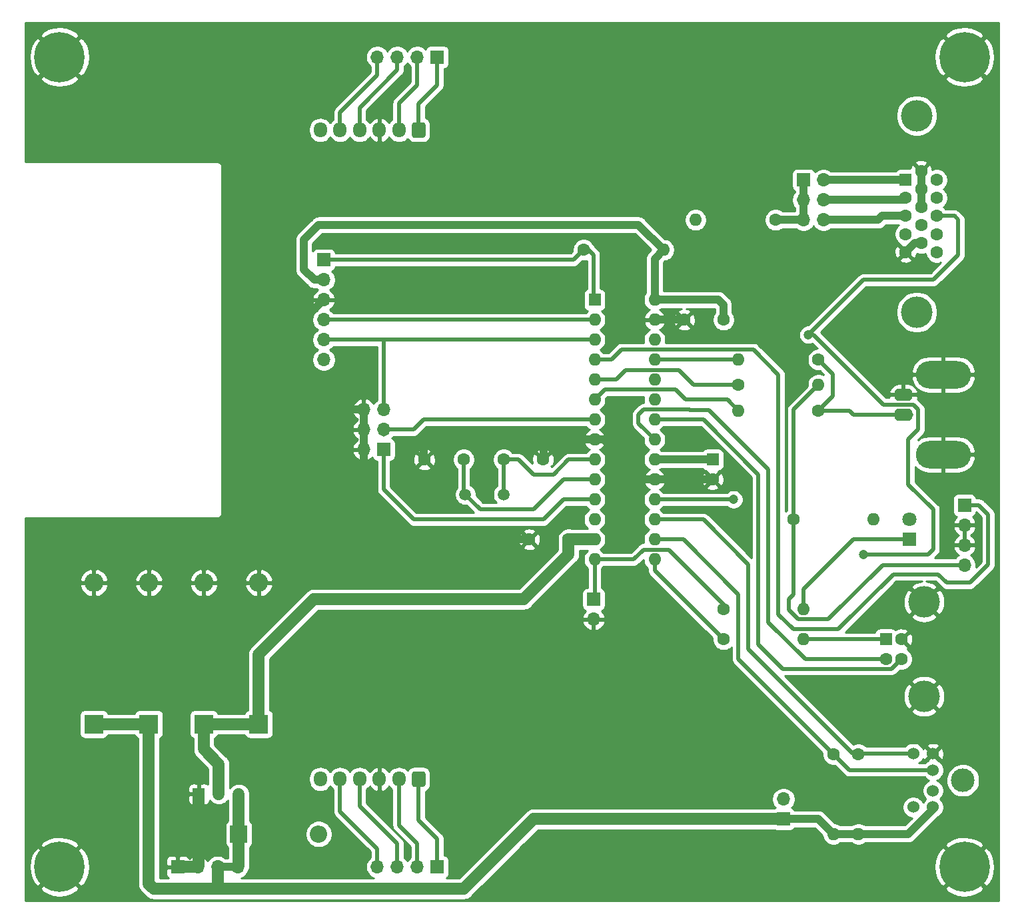
<source format=gbr>
%TF.GenerationSoftware,KiCad,Pcbnew,(5.1.10-1-10_14)*%
%TF.CreationDate,2022-02-21T18:02:18+11:00*%
%TF.ProjectId,Video terminal ,56696465-6f20-4746-9572-6d696e616c20,rev?*%
%TF.SameCoordinates,Original*%
%TF.FileFunction,Copper,L2,Bot*%
%TF.FilePolarity,Positive*%
%FSLAX46Y46*%
G04 Gerber Fmt 4.6, Leading zero omitted, Abs format (unit mm)*
G04 Created by KiCad (PCBNEW (5.1.10-1-10_14)) date 2022-02-21 18:02:18*
%MOMM*%
%LPD*%
G01*
G04 APERTURE LIST*
%TA.AperFunction,ComponentPad*%
%ADD10O,1.700000X1.950000*%
%TD*%
%TA.AperFunction,ComponentPad*%
%ADD11C,1.800000*%
%TD*%
%TA.AperFunction,ComponentPad*%
%ADD12R,1.800000X1.800000*%
%TD*%
%TA.AperFunction,ComponentPad*%
%ADD13O,1.700000X1.700000*%
%TD*%
%TA.AperFunction,ComponentPad*%
%ADD14R,1.700000X1.700000*%
%TD*%
%TA.AperFunction,ComponentPad*%
%ADD15O,2.200000X2.200000*%
%TD*%
%TA.AperFunction,ComponentPad*%
%ADD16R,2.200000X2.200000*%
%TD*%
%TA.AperFunction,ComponentPad*%
%ADD17O,2.400000X2.400000*%
%TD*%
%TA.AperFunction,ComponentPad*%
%ADD18R,2.400000X2.400000*%
%TD*%
%TA.AperFunction,ComponentPad*%
%ADD19R,1.500000X1.500000*%
%TD*%
%TA.AperFunction,ComponentPad*%
%ADD20C,1.500000*%
%TD*%
%TA.AperFunction,ComponentPad*%
%ADD21O,2.500000X1.600000*%
%TD*%
%TA.AperFunction,ComponentPad*%
%ADD22O,7.000000X3.500000*%
%TD*%
%TA.AperFunction,ComponentPad*%
%ADD23O,1.600000X1.600000*%
%TD*%
%TA.AperFunction,ComponentPad*%
%ADD24C,1.600000*%
%TD*%
%TA.AperFunction,ComponentPad*%
%ADD25C,4.000000*%
%TD*%
%TA.AperFunction,ComponentPad*%
%ADD26R,1.600000X1.600000*%
%TD*%
%TA.AperFunction,ComponentPad*%
%ADD27C,0.800000*%
%TD*%
%TA.AperFunction,ComponentPad*%
%ADD28C,6.400000*%
%TD*%
%TA.AperFunction,ComponentPad*%
%ADD29C,3.000000*%
%TD*%
%TA.AperFunction,ComponentPad*%
%ADD30C,1.524000*%
%TD*%
%TA.AperFunction,ViaPad*%
%ADD31C,1.200000*%
%TD*%
%TA.AperFunction,Conductor*%
%ADD32C,0.500000*%
%TD*%
%TA.AperFunction,Conductor*%
%ADD33C,1.000000*%
%TD*%
%TA.AperFunction,Conductor*%
%ADD34C,1.500000*%
%TD*%
%TA.AperFunction,Conductor*%
%ADD35C,0.254000*%
%TD*%
%TA.AperFunction,Conductor*%
%ADD36C,0.100000*%
%TD*%
G04 APERTURE END LIST*
D10*
%TO.P,J11,6*%
%TO.N,Net-(D2-Pad2)*%
X68145000Y-34290000D03*
%TO.P,J11,5*%
%TO.N,rst*%
X70645000Y-34290000D03*
%TO.P,J11,4*%
%TO.N,flag*%
X73145000Y-34290000D03*
%TO.P,J11,3*%
%TO.N,GND*%
X75645000Y-34290000D03*
%TO.P,J11,2*%
%TO.N,data*%
X78145000Y-34290000D03*
%TO.P,J11,1*%
%TO.N,clock*%
%TA.AperFunction,ComponentPad*%
G36*
G01*
X81495000Y-33565000D02*
X81495000Y-35015000D01*
G75*
G02*
X81245000Y-35265000I-250000J0D01*
G01*
X80045000Y-35265000D01*
G75*
G02*
X79795000Y-35015000I0J250000D01*
G01*
X79795000Y-33565000D01*
G75*
G02*
X80045000Y-33315000I250000J0D01*
G01*
X81245000Y-33315000D01*
G75*
G02*
X81495000Y-33565000I0J-250000D01*
G01*
G37*
%TD.AperFunction*%
%TD*%
%TO.P,J10,6*%
%TO.N,Net-(D2-Pad2)*%
X68145000Y-116840000D03*
%TO.P,J10,5*%
%TO.N,I_rst*%
X70645000Y-116840000D03*
%TO.P,J10,4*%
%TO.N,I_flag*%
X73145000Y-116840000D03*
%TO.P,J10,3*%
%TO.N,GND*%
X75645000Y-116840000D03*
%TO.P,J10,2*%
%TO.N,I_data*%
X78145000Y-116840000D03*
%TO.P,J10,1*%
%TO.N,I_clock*%
%TA.AperFunction,ComponentPad*%
G36*
G01*
X81495000Y-116115000D02*
X81495000Y-117565000D01*
G75*
G02*
X81245000Y-117815000I-250000J0D01*
G01*
X80045000Y-117815000D01*
G75*
G02*
X79795000Y-117565000I0J250000D01*
G01*
X79795000Y-116115000D01*
G75*
G02*
X80045000Y-115865000I250000J0D01*
G01*
X81245000Y-115865000D01*
G75*
G02*
X81495000Y-116115000I0J-250000D01*
G01*
G37*
%TD.AperFunction*%
%TD*%
D11*
%TO.P,D1,2*%
%TO.N,+3V3*%
X143000000Y-83820000D03*
D12*
%TO.P,D1,1*%
%TO.N,Net-(D1-Pad1)*%
X143000000Y-86360000D03*
%TD*%
D13*
%TO.P,J13,6*%
%TO.N,/BLUE*%
X132080000Y-45720000D03*
%TO.P,J13,5*%
%TO.N,Net-(J13-Pad1)*%
X129540000Y-45720000D03*
%TO.P,J13,4*%
%TO.N,/GREEN*%
X132080000Y-43180000D03*
%TO.P,J13,3*%
%TO.N,Net-(J13-Pad1)*%
X129540000Y-43180000D03*
%TO.P,J13,2*%
%TO.N,/RED*%
X132080000Y-40640000D03*
D14*
%TO.P,J13,1*%
%TO.N,Net-(J13-Pad1)*%
X129540000Y-40640000D03*
%TD*%
D13*
%TO.P,J12,6*%
%TO.N,GND*%
X73660000Y-69850000D03*
%TO.P,J12,5*%
%TO.N,C*%
X76200000Y-69850000D03*
%TO.P,J12,4*%
%TO.N,GND*%
X73660000Y-72390000D03*
%TO.P,J12,3*%
%TO.N,B*%
X76200000Y-72390000D03*
%TO.P,J12,2*%
%TO.N,GND*%
X73660000Y-74930000D03*
D14*
%TO.P,J12,1*%
%TO.N,A*%
X76200000Y-74930000D03*
%TD*%
D15*
%TO.P,D2,2*%
%TO.N,Net-(D2-Pad2)*%
X67945000Y-123825000D03*
D16*
%TO.P,D2,1*%
%TO.N,+5V*%
X57785000Y-123825000D03*
%TD*%
D17*
%TO.P,C9,2*%
%TO.N,GND*%
X53340000Y-91855000D03*
D18*
%TO.P,C9,1*%
%TO.N,+3V3*%
X53340000Y-109855000D03*
%TD*%
D17*
%TO.P,C8,2*%
%TO.N,GND*%
X39370000Y-91855000D03*
D18*
%TO.P,C8,1*%
%TO.N,+5V*%
X39370000Y-109855000D03*
%TD*%
D17*
%TO.P,C7,2*%
%TO.N,GND*%
X60325000Y-91855000D03*
D18*
%TO.P,C7,1*%
%TO.N,+3V3*%
X60325000Y-109855000D03*
%TD*%
D17*
%TO.P,C6,2*%
%TO.N,GND*%
X46355000Y-91855000D03*
D18*
%TO.P,C6,1*%
%TO.N,+5V*%
X46355000Y-109855000D03*
%TD*%
D19*
%TO.P,U2,1*%
%TO.N,GND*%
X52705000Y-118745000D03*
D20*
%TO.P,U2,3*%
%TO.N,+5V*%
X57785000Y-118745000D03*
%TO.P,U2,2*%
%TO.N,+3V3*%
X55245000Y-118745000D03*
%TD*%
D21*
%TO.P,J2,2*%
%TO.N,GND*%
X142240000Y-67945000D03*
%TO.P,J2,1*%
%TO.N,Net-(J2-Pad1)*%
X142240000Y-70485000D03*
D22*
%TO.P,J2,2*%
%TO.N,GND*%
X147320000Y-75565000D03*
X147320000Y-65405000D03*
%TD*%
D23*
%TO.P,R5,2*%
%TO.N,H_SYNC*%
X121285000Y-63500000D03*
D24*
%TO.P,R5,1*%
%TO.N,Net-(J2-Pad1)*%
X131445000Y-63500000D03*
%TD*%
D13*
%TO.P,J9,4*%
%TO.N,rst*%
X75380000Y-25000000D03*
%TO.P,J9,3*%
%TO.N,flag*%
X77920000Y-25000000D03*
%TO.P,J9,2*%
%TO.N,data*%
X80460000Y-25000000D03*
D14*
%TO.P,J9,1*%
%TO.N,clock*%
X83000000Y-25000000D03*
%TD*%
D23*
%TO.P,R10,2*%
%TO.N,Net-(D1-Pad1)*%
X129540000Y-95250000D03*
D24*
%TO.P,R10,1*%
%TO.N,Net-(JP8-Pad1)*%
X119380000Y-95250000D03*
%TD*%
D23*
%TO.P,R9,2*%
%TO.N,Net-(J8-Pad1)*%
X129540000Y-99060000D03*
D24*
%TO.P,R9,1*%
%TO.N,VBUS*%
X119380000Y-99060000D03*
%TD*%
D13*
%TO.P,JP8,2*%
%TO.N,GND*%
X102870000Y-96520000D03*
D14*
%TO.P,JP8,1*%
%TO.N,Net-(JP8-Pad1)*%
X102870000Y-93980000D03*
%TD*%
D13*
%TO.P,JP7,2*%
%TO.N,Net-(J8-Pad1)*%
X127000000Y-119380000D03*
D14*
%TO.P,JP7,1*%
%TO.N,+5V*%
X127000000Y-121920000D03*
%TD*%
D25*
%TO.P,J8,5*%
%TO.N,GND*%
X144860000Y-94310000D03*
X144860000Y-106310000D03*
D24*
%TO.P,J8,4*%
X142000000Y-99060000D03*
%TO.P,J8,3*%
%TO.N,D+*%
X142000000Y-101560000D03*
%TO.P,J8,2*%
%TO.N,D-*%
X140000000Y-101560000D03*
D26*
%TO.P,J8,1*%
%TO.N,Net-(J8-Pad1)*%
X140000000Y-99060000D03*
%TD*%
D24*
%TO.P,C5,2*%
%TO.N,GND*%
X114380000Y-58420000D03*
%TO.P,C5,1*%
%TO.N,+3V3*%
X119380000Y-58420000D03*
%TD*%
%TO.P,C4,2*%
%TO.N,GND*%
X118000000Y-78700000D03*
D26*
%TO.P,C4,1*%
%TO.N,Net-(C4-Pad1)*%
X118000000Y-76200000D03*
%TD*%
D24*
%TO.P,C3,2*%
%TO.N,GND*%
X94695000Y-86360000D03*
%TO.P,C3,1*%
%TO.N,+3V3*%
X99695000Y-86360000D03*
%TD*%
D13*
%TO.P,J7,4*%
%TO.N,I_rst*%
X75380000Y-128000000D03*
%TO.P,J7,3*%
%TO.N,I_flag*%
X77920000Y-128000000D03*
%TO.P,J7,2*%
%TO.N,I_data*%
X80460000Y-128000000D03*
D14*
%TO.P,J7,1*%
%TO.N,I_clock*%
X83000000Y-128000000D03*
%TD*%
D13*
%TO.P,J6,4*%
%TO.N,+5V*%
X57620000Y-128000000D03*
%TO.P,J6,3*%
X55080000Y-128000000D03*
%TO.P,J6,2*%
%TO.N,GND*%
X52540000Y-128000000D03*
D14*
%TO.P,J6,1*%
X50000000Y-128000000D03*
%TD*%
D13*
%TO.P,J5,4*%
%TO.N,Net-(J5-Pad4)*%
X150000000Y-89620000D03*
%TO.P,J5,3*%
%TO.N,GND*%
X150000000Y-87080000D03*
%TO.P,J5,2*%
X150000000Y-84540000D03*
D14*
%TO.P,J5,1*%
%TO.N,TX*%
X150000000Y-82000000D03*
%TD*%
D27*
%TO.P,H4,1*%
%TO.N,GND*%
X151697056Y-23302944D03*
X150000000Y-22600000D03*
X148302944Y-23302944D03*
X147600000Y-25000000D03*
X148302944Y-26697056D03*
X150000000Y-27400000D03*
X151697056Y-26697056D03*
X152400000Y-25000000D03*
D28*
X150000000Y-25000000D03*
%TD*%
D27*
%TO.P,H3,1*%
%TO.N,GND*%
X36697056Y-126302944D03*
X35000000Y-125600000D03*
X33302944Y-126302944D03*
X32600000Y-128000000D03*
X33302944Y-129697056D03*
X35000000Y-130400000D03*
X36697056Y-129697056D03*
X37400000Y-128000000D03*
D28*
X35000000Y-128000000D03*
%TD*%
D27*
%TO.P,H2,1*%
%TO.N,GND*%
X36697056Y-23302944D03*
X35000000Y-22600000D03*
X33302944Y-23302944D03*
X32600000Y-25000000D03*
X33302944Y-26697056D03*
X35000000Y-27400000D03*
X36697056Y-26697056D03*
X37400000Y-25000000D03*
D28*
X35000000Y-25000000D03*
%TD*%
D27*
%TO.P,H1,1*%
%TO.N,GND*%
X151697056Y-126302944D03*
X150000000Y-125600000D03*
X148302944Y-126302944D03*
X147600000Y-128000000D03*
X148302944Y-129697056D03*
X150000000Y-130400000D03*
X151697056Y-129697056D03*
X152400000Y-128000000D03*
D28*
X150000000Y-128000000D03*
%TD*%
D20*
%TO.P,Y1,2*%
%TO.N,Net-(C2-Pad1)*%
X86560000Y-80645000D03*
%TO.P,Y1,1*%
%TO.N,Net-(C1-Pad1)*%
X91440000Y-80645000D03*
%TD*%
D23*
%TO.P,R8,2*%
%TO.N,Net-(J5-Pad4)*%
X131445000Y-66675000D03*
D24*
%TO.P,R8,1*%
%TO.N,RX*%
X121285000Y-66675000D03*
%TD*%
D23*
%TO.P,R7,2*%
%TO.N,+3V3*%
X138430000Y-83820000D03*
D24*
%TO.P,R7,1*%
%TO.N,Net-(J5-Pad4)*%
X128270000Y-83820000D03*
%TD*%
D23*
%TO.P,R2,2*%
%TO.N,+5V*%
X133350000Y-123825000D03*
D24*
%TO.P,R2,1*%
%TO.N,DATA*%
X133350000Y-113665000D03*
%TD*%
%TO.P,C2,2*%
%TO.N,GND*%
X81360000Y-76200000D03*
%TO.P,C2,1*%
%TO.N,Net-(C2-Pad1)*%
X86360000Y-76200000D03*
%TD*%
%TO.P,C1,2*%
%TO.N,GND*%
X96440000Y-76200000D03*
%TO.P,C1,1*%
%TO.N,Net-(C1-Pad1)*%
X91440000Y-76200000D03*
%TD*%
D23*
%TO.P,R6,2*%
%TO.N,+3V3*%
X111760000Y-49530000D03*
D24*
%TO.P,R6,1*%
%TO.N,~MCLR*%
X101600000Y-49530000D03*
%TD*%
D13*
%TO.P,J3,6*%
%TO.N,Net-(J3-Pad6)*%
X68580000Y-63500000D03*
%TO.P,J3,5*%
%TO.N,C*%
X68580000Y-60960000D03*
%TO.P,J3,4*%
%TO.N,PGD*%
X68580000Y-58420000D03*
%TO.P,J3,3*%
%TO.N,GND*%
X68580000Y-55880000D03*
%TO.P,J3,2*%
%TO.N,+3V3*%
X68580000Y-53340000D03*
D14*
%TO.P,J3,1*%
%TO.N,~MCLR*%
X68580000Y-50800000D03*
%TD*%
D23*
%TO.P,U1,28*%
%TO.N,+3V3*%
X110620000Y-55880000D03*
%TO.P,U1,14*%
%TO.N,Net-(JP8-Pad1)*%
X103000000Y-88900000D03*
%TO.P,U1,27*%
%TO.N,GND*%
X110620000Y-58420000D03*
%TO.P,U1,13*%
%TO.N,+3V3*%
X103000000Y-86360000D03*
%TO.P,U1,26*%
%TO.N,Net-(U1-Pad26)*%
X110620000Y-60960000D03*
%TO.P,U1,12*%
%TO.N,VIDEO*%
X103000000Y-83820000D03*
%TO.P,U1,25*%
%TO.N,H_SYNC*%
X110620000Y-63500000D03*
%TO.P,U1,11*%
%TO.N,A*%
X103000000Y-81280000D03*
%TO.P,U1,24*%
%TO.N,V_SYNC*%
X110620000Y-66040000D03*
%TO.P,U1,10*%
%TO.N,Net-(C2-Pad1)*%
X103000000Y-78740000D03*
%TO.P,U1,23*%
%TO.N,+3V3*%
X110620000Y-68580000D03*
%TO.P,U1,9*%
%TO.N,Net-(C1-Pad1)*%
X103000000Y-76200000D03*
%TO.P,U1,22*%
%TO.N,D+*%
X110620000Y-71120000D03*
%TO.P,U1,8*%
%TO.N,GND*%
X103000000Y-73660000D03*
%TO.P,U1,21*%
%TO.N,D-*%
X110620000Y-73660000D03*
%TO.P,U1,7*%
%TO.N,B*%
X103000000Y-71120000D03*
%TO.P,U1,20*%
%TO.N,Net-(C4-Pad1)*%
X110620000Y-76200000D03*
%TO.P,U1,6*%
%TO.N,C_VIDEO*%
X103000000Y-68580000D03*
%TO.P,U1,19*%
%TO.N,GND*%
X110620000Y-78740000D03*
%TO.P,U1,5*%
%TO.N,RX*%
X103000000Y-66040000D03*
%TO.P,U1,18*%
%TO.N,H_SYNC*%
X110620000Y-81280000D03*
%TO.P,U1,4*%
%TO.N,TX*%
X103000000Y-63500000D03*
%TO.P,U1,17*%
%TO.N,CLOCK*%
X110620000Y-83820000D03*
%TO.P,U1,3*%
%TO.N,C*%
X103000000Y-60960000D03*
%TO.P,U1,16*%
%TO.N,DATA*%
X110620000Y-86360000D03*
%TO.P,U1,2*%
%TO.N,PGD*%
X103000000Y-58420000D03*
%TO.P,U1,15*%
%TO.N,VBUS*%
X110620000Y-88900000D03*
D26*
%TO.P,U1,1*%
%TO.N,~MCLR*%
X103000000Y-55880000D03*
%TD*%
D23*
%TO.P,R4,2*%
%TO.N,C_VIDEO*%
X121285000Y-70000000D03*
D24*
%TO.P,R4,1*%
%TO.N,Net-(J2-Pad1)*%
X131445000Y-70000000D03*
%TD*%
D23*
%TO.P,R3,2*%
%TO.N,VIDEO*%
X115840000Y-45720000D03*
D24*
%TO.P,R3,1*%
%TO.N,Net-(J13-Pad1)*%
X126000000Y-45720000D03*
%TD*%
D23*
%TO.P,R1,2*%
%TO.N,+5V*%
X136525000Y-123825000D03*
D24*
%TO.P,R1,1*%
%TO.N,CLOCK*%
X136525000Y-113665000D03*
%TD*%
D29*
%TO.P,J4,0*%
%TO.N,N/C*%
X149800000Y-117000000D03*
D30*
%TO.P,J4,5*%
%TO.N,CLOCK*%
X143500000Y-113600000D03*
%TO.P,J4,6*%
%TO.N,Net-(J4-Pad6)*%
X143500000Y-120400000D03*
%TO.P,J4,4*%
%TO.N,+5V*%
X146000000Y-120400000D03*
%TO.P,J4,3*%
%TO.N,GND*%
X146000000Y-113600000D03*
%TO.P,J4,1*%
%TO.N,DATA*%
X146000000Y-115700000D03*
%TO.P,J4,2*%
%TO.N,Net-(J4-Pad2)*%
X146000000Y-118300000D03*
%TD*%
D25*
%TO.P,J1,0*%
%TO.N,N/C*%
X143940000Y-32455000D03*
X143940000Y-57455000D03*
D24*
%TO.P,J1,15*%
%TO.N,Net-(J1-Pad15)*%
X146480000Y-49800000D03*
%TO.P,J1,14*%
%TO.N,V_SYNC*%
X146480000Y-47510000D03*
%TO.P,J1,13*%
%TO.N,H_SYNC*%
X146480000Y-45220000D03*
%TO.P,J1,12*%
%TO.N,Net-(J1-Pad12)*%
X146480000Y-42930000D03*
%TO.P,J1,11*%
%TO.N,Net-(J1-Pad11)*%
X146480000Y-40640000D03*
%TO.P,J1,10*%
%TO.N,GND*%
X144500000Y-48655000D03*
%TO.P,J1,9*%
%TO.N,Net-(J1-Pad9)*%
X144500000Y-46365000D03*
%TO.P,J1,8*%
%TO.N,GND*%
X144500000Y-44075000D03*
%TO.P,J1,7*%
X144500000Y-41785000D03*
%TO.P,J1,6*%
X144500000Y-39495000D03*
%TO.P,J1,5*%
X142520000Y-49800000D03*
%TO.P,J1,4*%
%TO.N,Net-(J1-Pad4)*%
X142520000Y-47510000D03*
%TO.P,J1,3*%
%TO.N,/BLUE*%
X142520000Y-45220000D03*
%TO.P,J1,2*%
%TO.N,/GREEN*%
X142520000Y-42930000D03*
D26*
%TO.P,J1,1*%
%TO.N,/RED*%
X142520000Y-40640000D03*
%TD*%
D31*
%TO.N,H_SYNC*%
X130175000Y-60325000D03*
X137160000Y-88265000D03*
X120650000Y-81280000D03*
%TD*%
D32*
%TO.N,H_SYNC*%
X110620000Y-63500000D02*
X121285000Y-63500000D01*
X146480000Y-45220000D02*
X148725000Y-45220000D01*
X148725000Y-45220000D02*
X149225000Y-45720000D01*
X149225000Y-45720000D02*
X149225000Y-50165000D01*
X149225000Y-50165000D02*
X146050000Y-53340000D01*
X137160000Y-53340000D02*
X130175000Y-60325000D01*
X146050000Y-53340000D02*
X137160000Y-53340000D01*
X120650000Y-81280000D02*
X110620000Y-81280000D01*
X146050000Y-82550000D02*
X142875000Y-79375000D01*
X146050000Y-87630000D02*
X146050000Y-82550000D01*
X130810000Y-60325000D02*
X130175000Y-60325000D01*
X139700000Y-69215000D02*
X130810000Y-60325000D01*
X142875000Y-73660000D02*
X144145000Y-72390000D01*
X137160000Y-88265000D02*
X145415000Y-88265000D01*
X145415000Y-88265000D02*
X146050000Y-87630000D01*
X142875000Y-79375000D02*
X142875000Y-73660000D01*
X144145000Y-72390000D02*
X144145000Y-69850000D01*
X143510000Y-69215000D02*
X144145000Y-69850000D01*
X143510000Y-69215000D02*
X139700000Y-69215000D01*
%TO.N,B*%
X76835000Y-72390000D02*
X76200000Y-73025000D01*
X81280000Y-71120000D02*
X80010000Y-72390000D01*
X80010000Y-72390000D02*
X76835000Y-72390000D01*
X103000000Y-71120000D02*
X81280000Y-71120000D01*
%TO.N,Net-(D1-Pad1)*%
X143000000Y-86360000D02*
X135890000Y-86360000D01*
X129540000Y-92710000D02*
X129540000Y-95250000D01*
X135890000Y-86360000D02*
X129540000Y-92710000D01*
D33*
%TO.N,+5V*%
X57540000Y-127920000D02*
X57620000Y-128000000D01*
X55080000Y-128000000D02*
X57620000Y-128000000D01*
X131445000Y-121920000D02*
X133350000Y-123825000D01*
X127000000Y-121920000D02*
X131445000Y-121920000D01*
X133350000Y-123825000D02*
X136525000Y-123825000D01*
X136525000Y-123825000D02*
X142875000Y-123825000D01*
X146000000Y-120700000D02*
X146000000Y-120450000D01*
X142875000Y-123825000D02*
X146000000Y-120700000D01*
D34*
X39370000Y-109855000D02*
X46355000Y-109855000D01*
X46355000Y-109855000D02*
X46355000Y-130175000D01*
X46355000Y-130175000D02*
X46990000Y-130810000D01*
X46990000Y-130810000D02*
X54610000Y-130810000D01*
X55080000Y-130340000D02*
X55080000Y-128000000D01*
X54610000Y-130810000D02*
X55080000Y-130340000D01*
X57785000Y-127835000D02*
X57620000Y-128000000D01*
X57785000Y-118745000D02*
X57785000Y-127835000D01*
X54610000Y-130810000D02*
X86360000Y-130810000D01*
X95250000Y-121920000D02*
X127000000Y-121920000D01*
X86360000Y-130810000D02*
X95250000Y-121920000D01*
D33*
%TO.N,GND*%
X103000000Y-73660000D02*
X104140000Y-73660000D01*
X109220000Y-78740000D02*
X110620000Y-78740000D01*
X104140000Y-73660000D02*
X109220000Y-78740000D01*
X117960000Y-78740000D02*
X118000000Y-78700000D01*
X110620000Y-78740000D02*
X117960000Y-78740000D01*
X103000000Y-73660000D02*
X97155000Y-73660000D01*
X96520000Y-74295000D02*
X96520000Y-76200000D01*
X97155000Y-73660000D02*
X96520000Y-74295000D01*
X81280000Y-74295000D02*
X81280000Y-76200000D01*
X81915000Y-73660000D02*
X81280000Y-74295000D01*
X97155000Y-73660000D02*
X81915000Y-73660000D01*
X110620000Y-58420000D02*
X114380000Y-58420000D01*
X73660000Y-76200000D02*
X73660000Y-69850000D01*
X52540000Y-123355000D02*
X52540000Y-128000000D01*
X144500000Y-39495000D02*
X144500000Y-44075000D01*
X143665000Y-48655000D02*
X142520000Y-49800000D01*
X144500000Y-48655000D02*
X143665000Y-48655000D01*
X94695000Y-86360000D02*
X76200000Y-86360000D01*
X73660000Y-83820000D02*
X73660000Y-76200000D01*
X76200000Y-86360000D02*
X73660000Y-83820000D01*
X66040000Y-58420000D02*
X68580000Y-55880000D01*
X66040000Y-67945000D02*
X66040000Y-58420000D01*
X67945000Y-69850000D02*
X66040000Y-67945000D01*
X73660000Y-69850000D02*
X67945000Y-69850000D01*
D34*
X52705000Y-127835000D02*
X52540000Y-128000000D01*
X52705000Y-118745000D02*
X52705000Y-127835000D01*
X52540000Y-128000000D02*
X50000000Y-128000000D01*
D33*
%TO.N,/BLUE*%
X132080000Y-45720000D02*
X139065000Y-45720000D01*
X139565000Y-45220000D02*
X142520000Y-45220000D01*
X139065000Y-45720000D02*
X139565000Y-45220000D01*
%TO.N,/GREEN*%
X142270000Y-43180000D02*
X142520000Y-42930000D01*
X132080000Y-43180000D02*
X142270000Y-43180000D01*
%TO.N,/RED*%
X132080000Y-40640000D02*
X142520000Y-40640000D01*
D32*
%TO.N,Net-(J2-Pad1)*%
X142225000Y-70500000D02*
X142240000Y-70485000D01*
X135405000Y-70000000D02*
X135905000Y-70500000D01*
X135905000Y-70500000D02*
X142225000Y-70500000D01*
X131445000Y-70000000D02*
X135405000Y-70000000D01*
X133284989Y-65339989D02*
X131445000Y-63500000D01*
X131445000Y-70000000D02*
X133284989Y-68160011D01*
X133284989Y-68160011D02*
X133284989Y-65339989D01*
%TO.N,C_VIDEO*%
X119865000Y-68580000D02*
X114580036Y-68580000D01*
X114580036Y-68580000D02*
X113310036Y-67310000D01*
X103799999Y-67780001D02*
X103000000Y-68580000D01*
X113310036Y-67310000D02*
X104270000Y-67310000D01*
X121285000Y-70000000D02*
X119865000Y-68580000D01*
X104270000Y-67310000D02*
X103799999Y-67780001D01*
%TO.N,C*%
X76200000Y-69850000D02*
X76200000Y-60960000D01*
X76200000Y-60960000D02*
X103000000Y-60960000D01*
X68580000Y-60960000D02*
X76200000Y-60960000D01*
%TO.N,PGD*%
X68580000Y-58420000D02*
X103000000Y-58420000D01*
D33*
%TO.N,+3V3*%
X110620000Y-55880000D02*
X118745000Y-55880000D01*
X118745000Y-55880000D02*
X119380000Y-56515000D01*
X119380000Y-56515000D02*
X119380000Y-58420000D01*
X110620000Y-50670000D02*
X111760000Y-49530000D01*
X110620000Y-55880000D02*
X110620000Y-50670000D01*
X66040000Y-52002081D02*
X67377919Y-53340000D01*
X67945000Y-46355000D02*
X66040000Y-48260000D01*
X67377919Y-53340000D02*
X68580000Y-53340000D01*
X66040000Y-48260000D02*
X66040000Y-52002081D01*
X108585000Y-46355000D02*
X67945000Y-46355000D01*
X111760000Y-49530000D02*
X108585000Y-46355000D01*
D34*
X55245000Y-118745000D02*
X55245000Y-114935000D01*
X53340000Y-113030000D02*
X53340000Y-109855000D01*
X55245000Y-114935000D02*
X53340000Y-113030000D01*
X53340000Y-109855000D02*
X60325000Y-109855000D01*
X60325000Y-100965000D02*
X67310000Y-93980000D01*
X60325000Y-109855000D02*
X60325000Y-100965000D01*
X93980000Y-93980000D02*
X99695000Y-88265000D01*
X67310000Y-93980000D02*
X93980000Y-93980000D01*
X99695000Y-88265000D02*
X99695000Y-86360000D01*
X99695000Y-86360000D02*
X103000000Y-86360000D01*
D32*
%TO.N,~MCLR*%
X100330000Y-50800000D02*
X101600000Y-49530000D01*
X68580000Y-50800000D02*
X100330000Y-50800000D01*
X101600000Y-49530000D02*
X102235000Y-49530000D01*
X102235000Y-49530000D02*
X102870000Y-50165000D01*
X102870000Y-55750000D02*
X103000000Y-55880000D01*
X102870000Y-50165000D02*
X102870000Y-55750000D01*
%TO.N,A*%
X99060000Y-81280000D02*
X103000000Y-81280000D01*
X96520000Y-83820000D02*
X99060000Y-81280000D01*
X76200000Y-80010000D02*
X80010000Y-83820000D01*
X80010000Y-83820000D02*
X96520000Y-83820000D01*
X76200000Y-74930000D02*
X76200000Y-80010000D01*
%TO.N,Net-(C1-Pad1)*%
X91440000Y-76200000D02*
X91440000Y-80645000D01*
X93345000Y-76200000D02*
X91440000Y-76200000D01*
X97790000Y-78105000D02*
X95250000Y-78105000D01*
X99695000Y-76200000D02*
X97790000Y-78105000D01*
X95250000Y-78105000D02*
X93345000Y-76200000D01*
X103000000Y-76200000D02*
X99695000Y-76200000D01*
%TO.N,Net-(C2-Pad1)*%
X86360000Y-80445000D02*
X86560000Y-80645000D01*
X86360000Y-76200000D02*
X86360000Y-80445000D01*
X88465000Y-82550000D02*
X86560000Y-80645000D01*
X95250000Y-82550000D02*
X88465000Y-82550000D01*
X99060000Y-78740000D02*
X95250000Y-82550000D01*
X103000000Y-78740000D02*
X99060000Y-78740000D01*
%TO.N,Net-(J5-Pad4)*%
X131445000Y-66675000D02*
X128270000Y-69850000D01*
X128270000Y-69850000D02*
X128270000Y-83820000D01*
X128270000Y-93345000D02*
X128270000Y-83820000D01*
X127700011Y-93914989D02*
X128270000Y-93345000D01*
X150000000Y-89620000D02*
X139615000Y-89620000D01*
X139615000Y-89620000D02*
X132715000Y-96520000D01*
X128905000Y-96520000D02*
X127700011Y-95315011D01*
X132715000Y-96520000D02*
X128905000Y-96520000D01*
X127700011Y-95315011D02*
X127700011Y-93914989D01*
%TO.N,RX*%
X115570000Y-66675000D02*
X121285000Y-66675000D01*
X113684999Y-64789999D02*
X115570000Y-66675000D01*
X106977501Y-64789999D02*
X113684999Y-64789999D01*
X105727500Y-66040000D02*
X106977501Y-64789999D01*
X103000000Y-66040000D02*
X105727500Y-66040000D01*
%TO.N,TX*%
X123170001Y-62210001D02*
X106419963Y-62210001D01*
X126365000Y-65405000D02*
X123170001Y-62210001D01*
X126365000Y-95885000D02*
X126365000Y-65405000D01*
X106419963Y-62210001D02*
X105129964Y-63500000D01*
X140970000Y-90805000D02*
X133985000Y-97790000D01*
X146685000Y-90805000D02*
X140970000Y-90805000D01*
X105129964Y-63500000D02*
X103000000Y-63500000D01*
X128270000Y-97790000D02*
X126365000Y-95885000D01*
X133985000Y-97790000D02*
X128270000Y-97790000D01*
X147739999Y-91859999D02*
X146685000Y-90805000D01*
X151850000Y-82000000D02*
X153035000Y-83185000D01*
X153035000Y-83185000D02*
X153035000Y-89535000D01*
X150710001Y-91859999D02*
X147739999Y-91859999D01*
X153035000Y-89535000D02*
X150710001Y-91859999D01*
X150000000Y-82000000D02*
X151850000Y-82000000D01*
D33*
%TO.N,Net-(C4-Pad1)*%
X110620000Y-76200000D02*
X118000000Y-76200000D01*
D32*
%TO.N,CLOCK*%
X110620000Y-83820000D02*
X116840000Y-83820000D01*
X122555000Y-89535000D02*
X116840000Y-83820000D01*
X122555000Y-100330000D02*
X122555000Y-89535000D01*
X135775000Y-113550000D02*
X122555000Y-100330000D01*
X143500000Y-113550000D02*
X135775000Y-113550000D01*
%TO.N,DATA*%
X121285000Y-93345000D02*
X114300000Y-86360000D01*
X114300000Y-86360000D02*
X110620000Y-86360000D01*
X121285000Y-101600000D02*
X121285000Y-93345000D01*
X135385000Y-115700000D02*
X121285000Y-101600000D01*
X146000000Y-115700000D02*
X135385000Y-115700000D01*
%TO.N,D+*%
X116840000Y-71120000D02*
X110620000Y-71120000D01*
X123825000Y-78105000D02*
X116840000Y-71120000D01*
X123825000Y-99695000D02*
X123825000Y-78105000D01*
X126940001Y-102810001D02*
X123825000Y-99695000D01*
X140749999Y-102810001D02*
X126940001Y-102810001D01*
X142000000Y-101560000D02*
X140749999Y-102810001D01*
%TO.N,D-*%
X109220000Y-69850000D02*
X108585000Y-70485000D01*
X115037553Y-69850000D02*
X109220000Y-69850000D01*
X129780036Y-101560000D02*
X125095000Y-96874964D01*
X117540011Y-69915011D02*
X115102564Y-69915011D01*
X108585000Y-71625000D02*
X110620000Y-73660000D01*
X115102564Y-69915011D02*
X115037553Y-69850000D01*
X125095000Y-96874964D02*
X125095000Y-77470000D01*
X125095000Y-77470000D02*
X117540011Y-69915011D01*
X108585000Y-70485000D02*
X108585000Y-71625000D01*
X140000000Y-101560000D02*
X129780036Y-101560000D01*
%TO.N,Net-(J8-Pad1)*%
X140000000Y-99060000D02*
X129540000Y-99060000D01*
%TO.N,Net-(JP8-Pad1)*%
X103000000Y-88900000D02*
X107950000Y-88900000D01*
X109200001Y-87649999D02*
X112414999Y-87649999D01*
X107950000Y-88900000D02*
X109200001Y-87649999D01*
X119380000Y-94615000D02*
X119380000Y-95250000D01*
X112414999Y-87649999D02*
X119380000Y-94615000D01*
X103000000Y-93850000D02*
X102870000Y-93980000D01*
X103000000Y-88900000D02*
X103000000Y-93850000D01*
%TO.N,VBUS*%
X110620000Y-90300000D02*
X119380000Y-99060000D01*
X110620000Y-88900000D02*
X110620000Y-90300000D01*
%TO.N,GND*%
X75380000Y-34105000D02*
X75565000Y-34290000D01*
%TO.N,rst*%
X75380000Y-25000000D02*
X75380000Y-27295000D01*
X70645000Y-32030000D02*
X70645000Y-34290000D01*
X75380000Y-27295000D02*
X70645000Y-32030000D01*
%TO.N,flag*%
X77920000Y-25000000D02*
X77920000Y-26660000D01*
X73145000Y-31435000D02*
X73145000Y-34290000D01*
X77920000Y-26660000D02*
X73145000Y-31435000D01*
%TO.N,data*%
X77920000Y-34105000D02*
X78105000Y-34290000D01*
X80460000Y-25000000D02*
X80460000Y-28565000D01*
X78145000Y-30880000D02*
X78145000Y-34290000D01*
X80460000Y-28565000D02*
X78145000Y-30880000D01*
%TO.N,clock*%
X80460000Y-34105000D02*
X80645000Y-34290000D01*
X83000000Y-25000000D02*
X83000000Y-28565000D01*
X80645000Y-30920000D02*
X80645000Y-34290000D01*
X83000000Y-28565000D02*
X80645000Y-30920000D01*
%TO.N,I_rst*%
X75565000Y-127815000D02*
X75380000Y-128000000D01*
%TO.N,I_flag*%
X78105000Y-127815000D02*
X77920000Y-128000000D01*
%TO.N,I_data*%
X80645000Y-127815000D02*
X80460000Y-128000000D01*
D34*
%TO.N,I_rst*%
X70600000Y-116885000D02*
X70645000Y-116840000D01*
D32*
X75380000Y-128000000D02*
X75380000Y-125675000D01*
X70645000Y-120940000D02*
X70645000Y-116840000D01*
X75380000Y-125675000D02*
X70645000Y-120940000D01*
%TO.N,I_flag*%
X77920000Y-128000000D02*
X77920000Y-125040000D01*
X73145000Y-120265000D02*
X73145000Y-116840000D01*
X77920000Y-125040000D02*
X73145000Y-120265000D01*
%TO.N,I_data*%
X80460000Y-128000000D02*
X80460000Y-125040000D01*
X78145000Y-122725000D02*
X78145000Y-116840000D01*
X80460000Y-125040000D02*
X78145000Y-122725000D01*
%TO.N,I_clock*%
X83000000Y-128000000D02*
X83000000Y-124405000D01*
X80645000Y-122050000D02*
X80645000Y-116840000D01*
X83000000Y-124405000D02*
X80645000Y-122050000D01*
D33*
%TO.N,Net-(J13-Pad1)*%
X129540000Y-40640000D02*
X129540000Y-45720000D01*
X129540000Y-45720000D02*
X126000000Y-45720000D01*
%TD*%
D35*
%TO.N,GND*%
X154340001Y-132340000D02*
X30660000Y-132340000D01*
X30660000Y-130700881D01*
X32478724Y-130700881D01*
X32838912Y-131190548D01*
X33502882Y-131550849D01*
X34224385Y-131774694D01*
X34975695Y-131853480D01*
X35727938Y-131784178D01*
X36452208Y-131569452D01*
X37120670Y-131217555D01*
X37161088Y-131190548D01*
X37521276Y-130700881D01*
X35000000Y-128179605D01*
X32478724Y-130700881D01*
X30660000Y-130700881D01*
X30660000Y-127975695D01*
X31146520Y-127975695D01*
X31215822Y-128727938D01*
X31430548Y-129452208D01*
X31782445Y-130120670D01*
X31809452Y-130161088D01*
X32299119Y-130521276D01*
X34820395Y-128000000D01*
X35179605Y-128000000D01*
X37700881Y-130521276D01*
X38190548Y-130161088D01*
X38550849Y-129497118D01*
X38774694Y-128775615D01*
X38853480Y-128024305D01*
X38784178Y-127272062D01*
X38569452Y-126547792D01*
X38217555Y-125879330D01*
X38190548Y-125838912D01*
X37700881Y-125478724D01*
X35179605Y-128000000D01*
X34820395Y-128000000D01*
X32299119Y-125478724D01*
X31809452Y-125838912D01*
X31449151Y-126502882D01*
X31225306Y-127224385D01*
X31146520Y-127975695D01*
X30660000Y-127975695D01*
X30660000Y-125299119D01*
X32478724Y-125299119D01*
X35000000Y-127820395D01*
X37521276Y-125299119D01*
X37161088Y-124809452D01*
X36497118Y-124449151D01*
X35775615Y-124225306D01*
X35024305Y-124146520D01*
X34272062Y-124215822D01*
X33547792Y-124430548D01*
X32879330Y-124782445D01*
X32838912Y-124809452D01*
X32478724Y-125299119D01*
X30660000Y-125299119D01*
X30660000Y-108655000D01*
X37531928Y-108655000D01*
X37531928Y-111055000D01*
X37544188Y-111179482D01*
X37580498Y-111299180D01*
X37639463Y-111409494D01*
X37718815Y-111506185D01*
X37815506Y-111585537D01*
X37925820Y-111644502D01*
X38045518Y-111680812D01*
X38170000Y-111693072D01*
X40570000Y-111693072D01*
X40694482Y-111680812D01*
X40814180Y-111644502D01*
X40924494Y-111585537D01*
X41021185Y-111506185D01*
X41100537Y-111409494D01*
X41159502Y-111299180D01*
X41177454Y-111240000D01*
X44547546Y-111240000D01*
X44565498Y-111299180D01*
X44624463Y-111409494D01*
X44703815Y-111506185D01*
X44800506Y-111585537D01*
X44910820Y-111644502D01*
X44970000Y-111662454D01*
X44970001Y-130106961D01*
X44963300Y-130175000D01*
X44990040Y-130446507D01*
X45069236Y-130707580D01*
X45197844Y-130948188D01*
X45327548Y-131106233D01*
X45327551Y-131106236D01*
X45370920Y-131159081D01*
X45423765Y-131202450D01*
X45962546Y-131741231D01*
X46005919Y-131794081D01*
X46216812Y-131967157D01*
X46457419Y-132095764D01*
X46718493Y-132174960D01*
X46921963Y-132195000D01*
X46921971Y-132195000D01*
X46990000Y-132201700D01*
X47058029Y-132195000D01*
X54541971Y-132195000D01*
X54610000Y-132201700D01*
X54678029Y-132195000D01*
X86291971Y-132195000D01*
X86360000Y-132201700D01*
X86428029Y-132195000D01*
X86428037Y-132195000D01*
X86631507Y-132174960D01*
X86892581Y-132095764D01*
X87133188Y-131967157D01*
X87344081Y-131794081D01*
X87387454Y-131741231D01*
X88427804Y-130700881D01*
X147478724Y-130700881D01*
X147838912Y-131190548D01*
X148502882Y-131550849D01*
X149224385Y-131774694D01*
X149975695Y-131853480D01*
X150727938Y-131784178D01*
X151452208Y-131569452D01*
X152120670Y-131217555D01*
X152161088Y-131190548D01*
X152521276Y-130700881D01*
X150000000Y-128179605D01*
X147478724Y-130700881D01*
X88427804Y-130700881D01*
X91152990Y-127975695D01*
X146146520Y-127975695D01*
X146215822Y-128727938D01*
X146430548Y-129452208D01*
X146782445Y-130120670D01*
X146809452Y-130161088D01*
X147299119Y-130521276D01*
X149820395Y-128000000D01*
X150179605Y-128000000D01*
X152700881Y-130521276D01*
X153190548Y-130161088D01*
X153550849Y-129497118D01*
X153774694Y-128775615D01*
X153853480Y-128024305D01*
X153784178Y-127272062D01*
X153569452Y-126547792D01*
X153217555Y-125879330D01*
X153190548Y-125838912D01*
X152700881Y-125478724D01*
X150179605Y-128000000D01*
X149820395Y-128000000D01*
X147299119Y-125478724D01*
X146809452Y-125838912D01*
X146449151Y-126502882D01*
X146225306Y-127224385D01*
X146146520Y-127975695D01*
X91152990Y-127975695D01*
X93829566Y-125299119D01*
X147478724Y-125299119D01*
X150000000Y-127820395D01*
X152521276Y-125299119D01*
X152161088Y-124809452D01*
X151497118Y-124449151D01*
X150775615Y-124225306D01*
X150024305Y-124146520D01*
X149272062Y-124215822D01*
X148547792Y-124430548D01*
X147879330Y-124782445D01*
X147838912Y-124809452D01*
X147478724Y-125299119D01*
X93829566Y-125299119D01*
X95823686Y-123305000D01*
X125803856Y-123305000D01*
X125905820Y-123359502D01*
X126025518Y-123395812D01*
X126150000Y-123408072D01*
X127850000Y-123408072D01*
X127974482Y-123395812D01*
X128094180Y-123359502D01*
X128204494Y-123300537D01*
X128301185Y-123221185D01*
X128380537Y-123124494D01*
X128417683Y-123055000D01*
X130974869Y-123055000D01*
X131922150Y-124002282D01*
X131970147Y-124243574D01*
X132078320Y-124504727D01*
X132235363Y-124739759D01*
X132435241Y-124939637D01*
X132670273Y-125096680D01*
X132931426Y-125204853D01*
X133208665Y-125260000D01*
X133491335Y-125260000D01*
X133768574Y-125204853D01*
X134029727Y-125096680D01*
X134234284Y-124960000D01*
X135640716Y-124960000D01*
X135845273Y-125096680D01*
X136106426Y-125204853D01*
X136383665Y-125260000D01*
X136666335Y-125260000D01*
X136943574Y-125204853D01*
X137204727Y-125096680D01*
X137409284Y-124960000D01*
X142819249Y-124960000D01*
X142875000Y-124965491D01*
X142930751Y-124960000D01*
X142930752Y-124960000D01*
X143097499Y-124943577D01*
X143311447Y-124878676D01*
X143508623Y-124773284D01*
X143681449Y-124631449D01*
X143716996Y-124588135D01*
X146678001Y-121627131D01*
X146890535Y-121485120D01*
X147085120Y-121290535D01*
X147238005Y-121061727D01*
X147343314Y-120807490D01*
X147397000Y-120537592D01*
X147397000Y-120262408D01*
X147343314Y-119992510D01*
X147238005Y-119738273D01*
X147085120Y-119509465D01*
X146925655Y-119350000D01*
X147085120Y-119190535D01*
X147238005Y-118961727D01*
X147343314Y-118707490D01*
X147397000Y-118437592D01*
X147397000Y-118162408D01*
X147343314Y-117892510D01*
X147238005Y-117638273D01*
X147085120Y-117409465D01*
X146890535Y-117214880D01*
X146661727Y-117061995D01*
X146512059Y-117000000D01*
X146661727Y-116938005D01*
X146883649Y-116789721D01*
X147665000Y-116789721D01*
X147665000Y-117210279D01*
X147747047Y-117622756D01*
X147907988Y-118011302D01*
X148141637Y-118360983D01*
X148439017Y-118658363D01*
X148788698Y-118892012D01*
X149177244Y-119052953D01*
X149589721Y-119135000D01*
X150010279Y-119135000D01*
X150422756Y-119052953D01*
X150811302Y-118892012D01*
X151160983Y-118658363D01*
X151458363Y-118360983D01*
X151692012Y-118011302D01*
X151852953Y-117622756D01*
X151935000Y-117210279D01*
X151935000Y-116789721D01*
X151852953Y-116377244D01*
X151692012Y-115988698D01*
X151458363Y-115639017D01*
X151160983Y-115341637D01*
X150811302Y-115107988D01*
X150422756Y-114947047D01*
X150010279Y-114865000D01*
X149589721Y-114865000D01*
X149177244Y-114947047D01*
X148788698Y-115107988D01*
X148439017Y-115341637D01*
X148141637Y-115639017D01*
X147907988Y-115988698D01*
X147747047Y-116377244D01*
X147665000Y-116789721D01*
X146883649Y-116789721D01*
X146890535Y-116785120D01*
X147085120Y-116590535D01*
X147238005Y-116361727D01*
X147343314Y-116107490D01*
X147397000Y-115837592D01*
X147397000Y-115562408D01*
X147343314Y-115292510D01*
X147238005Y-115038273D01*
X147085120Y-114809465D01*
X146890535Y-114614880D01*
X146723999Y-114503604D01*
X146000000Y-113779605D01*
X145276001Y-114503604D01*
X145109465Y-114614880D01*
X144914880Y-114809465D01*
X144911182Y-114815000D01*
X144196156Y-114815000D01*
X144390535Y-114685120D01*
X144585120Y-114490535D01*
X144738005Y-114261727D01*
X144749242Y-114234599D01*
X144794344Y-114318980D01*
X145034435Y-114385960D01*
X145820395Y-113600000D01*
X146179605Y-113600000D01*
X146965565Y-114385960D01*
X147205656Y-114318980D01*
X147322756Y-114069952D01*
X147389023Y-113802865D01*
X147401910Y-113527983D01*
X147360922Y-113255867D01*
X147267636Y-112996977D01*
X147205656Y-112881020D01*
X146965565Y-112814040D01*
X146179605Y-113600000D01*
X145820395Y-113600000D01*
X145034435Y-112814040D01*
X144794344Y-112881020D01*
X144751782Y-112971533D01*
X144738005Y-112938273D01*
X144585120Y-112709465D01*
X144510090Y-112634435D01*
X145214040Y-112634435D01*
X146000000Y-113420395D01*
X146785960Y-112634435D01*
X146718980Y-112394344D01*
X146469952Y-112277244D01*
X146202865Y-112210977D01*
X145927983Y-112198090D01*
X145655867Y-112239078D01*
X145396977Y-112332364D01*
X145281020Y-112394344D01*
X145214040Y-112634435D01*
X144510090Y-112634435D01*
X144390535Y-112514880D01*
X144161727Y-112361995D01*
X143907490Y-112256686D01*
X143637592Y-112203000D01*
X143362408Y-112203000D01*
X143092510Y-112256686D01*
X142838273Y-112361995D01*
X142609465Y-112514880D01*
X142459345Y-112665000D01*
X137554396Y-112665000D01*
X137439759Y-112550363D01*
X137204727Y-112393320D01*
X136943574Y-112285147D01*
X136666335Y-112230000D01*
X136383665Y-112230000D01*
X136106426Y-112285147D01*
X135862686Y-112386107D01*
X131634078Y-108157499D01*
X143192106Y-108157499D01*
X143408228Y-108524258D01*
X143868105Y-108764938D01*
X144366098Y-108911275D01*
X144883071Y-108957648D01*
X145399159Y-108902273D01*
X145894526Y-108747279D01*
X146311772Y-108524258D01*
X146527894Y-108157499D01*
X144860000Y-106489605D01*
X143192106Y-108157499D01*
X131634078Y-108157499D01*
X129809650Y-106333071D01*
X142212352Y-106333071D01*
X142267727Y-106849159D01*
X142422721Y-107344526D01*
X142645742Y-107761772D01*
X143012501Y-107977894D01*
X144680395Y-106310000D01*
X145039605Y-106310000D01*
X146707499Y-107977894D01*
X147074258Y-107761772D01*
X147314938Y-107301895D01*
X147461275Y-106803902D01*
X147507648Y-106286929D01*
X147452273Y-105770841D01*
X147297279Y-105275474D01*
X147074258Y-104858228D01*
X146707499Y-104642106D01*
X145039605Y-106310000D01*
X144680395Y-106310000D01*
X143012501Y-104642106D01*
X142645742Y-104858228D01*
X142405062Y-105318105D01*
X142258725Y-105816098D01*
X142212352Y-106333071D01*
X129809650Y-106333071D01*
X127939080Y-104462501D01*
X143192106Y-104462501D01*
X144860000Y-106130395D01*
X146527894Y-104462501D01*
X146311772Y-104095742D01*
X145851895Y-103855062D01*
X145353902Y-103708725D01*
X144836929Y-103662352D01*
X144320841Y-103717727D01*
X143825474Y-103872721D01*
X143408228Y-104095742D01*
X143192106Y-104462501D01*
X127939080Y-104462501D01*
X127171579Y-103695001D01*
X140706530Y-103695001D01*
X140749999Y-103699282D01*
X140793468Y-103695001D01*
X140793476Y-103695001D01*
X140923489Y-103682196D01*
X141090312Y-103631590D01*
X141244058Y-103549412D01*
X141378816Y-103438818D01*
X141406533Y-103405045D01*
X141823561Y-102988017D01*
X141858665Y-102995000D01*
X142141335Y-102995000D01*
X142418574Y-102939853D01*
X142679727Y-102831680D01*
X142914759Y-102674637D01*
X143114637Y-102474759D01*
X143271680Y-102239727D01*
X143379853Y-101978574D01*
X143435000Y-101701335D01*
X143435000Y-101418665D01*
X143379853Y-101141426D01*
X143271680Y-100880273D01*
X143114637Y-100645241D01*
X142914759Y-100445363D01*
X142714131Y-100311308D01*
X142741514Y-100296671D01*
X142813097Y-100052702D01*
X142000000Y-99239605D01*
X141985858Y-99253748D01*
X141806253Y-99074143D01*
X141820395Y-99060000D01*
X142179605Y-99060000D01*
X142992702Y-99873097D01*
X143236671Y-99801514D01*
X143357571Y-99546004D01*
X143426300Y-99271816D01*
X143440217Y-98989488D01*
X143398787Y-98709870D01*
X143303603Y-98443708D01*
X143236671Y-98318486D01*
X142992702Y-98246903D01*
X142179605Y-99060000D01*
X141820395Y-99060000D01*
X141806253Y-99045858D01*
X141985858Y-98866253D01*
X142000000Y-98880395D01*
X142813097Y-98067298D01*
X142741514Y-97823329D01*
X142486004Y-97702429D01*
X142211816Y-97633700D01*
X141929488Y-97619783D01*
X141649870Y-97661213D01*
X141383708Y-97756397D01*
X141261691Y-97821616D01*
X141251185Y-97808815D01*
X141154494Y-97729463D01*
X141044180Y-97670498D01*
X140924482Y-97634188D01*
X140800000Y-97621928D01*
X139200000Y-97621928D01*
X139075518Y-97634188D01*
X138955820Y-97670498D01*
X138845506Y-97729463D01*
X138748815Y-97808815D01*
X138669463Y-97905506D01*
X138610498Y-98015820D01*
X138574188Y-98135518D01*
X138570299Y-98175000D01*
X134851578Y-98175000D01*
X136869079Y-96157499D01*
X143192106Y-96157499D01*
X143408228Y-96524258D01*
X143868105Y-96764938D01*
X144366098Y-96911275D01*
X144883071Y-96957648D01*
X145399159Y-96902273D01*
X145894526Y-96747279D01*
X146311772Y-96524258D01*
X146527894Y-96157499D01*
X144860000Y-94489605D01*
X143192106Y-96157499D01*
X136869079Y-96157499D01*
X138693507Y-94333071D01*
X142212352Y-94333071D01*
X142267727Y-94849159D01*
X142422721Y-95344526D01*
X142645742Y-95761772D01*
X143012501Y-95977894D01*
X144680395Y-94310000D01*
X145039605Y-94310000D01*
X146707499Y-95977894D01*
X147074258Y-95761772D01*
X147314938Y-95301895D01*
X147461275Y-94803902D01*
X147507648Y-94286929D01*
X147452273Y-93770841D01*
X147297279Y-93275474D01*
X147074258Y-92858228D01*
X146707499Y-92642106D01*
X145039605Y-94310000D01*
X144680395Y-94310000D01*
X143012501Y-92642106D01*
X142645742Y-92858228D01*
X142405062Y-93318105D01*
X142258725Y-93816098D01*
X142212352Y-94333071D01*
X138693507Y-94333071D01*
X141336579Y-91690000D01*
X144579253Y-91690000D01*
X144320841Y-91717727D01*
X143825474Y-91872721D01*
X143408228Y-92095742D01*
X143192106Y-92462501D01*
X144860000Y-94130395D01*
X146527894Y-92462501D01*
X146311772Y-92095742D01*
X145851895Y-91855062D01*
X145353902Y-91708725D01*
X145145153Y-91690000D01*
X146318422Y-91690000D01*
X147083469Y-92455048D01*
X147111182Y-92488816D01*
X147144950Y-92516529D01*
X147144952Y-92516531D01*
X147240566Y-92595000D01*
X147245940Y-92599410D01*
X147399686Y-92681588D01*
X147566509Y-92732194D01*
X147696522Y-92744999D01*
X147696530Y-92744999D01*
X147739999Y-92749280D01*
X147783468Y-92744999D01*
X150666532Y-92744999D01*
X150710001Y-92749280D01*
X150753470Y-92744999D01*
X150753478Y-92744999D01*
X150883491Y-92732194D01*
X151050314Y-92681588D01*
X151204060Y-92599410D01*
X151338818Y-92488816D01*
X151366535Y-92455043D01*
X153630049Y-90191530D01*
X153663817Y-90163817D01*
X153694435Y-90126510D01*
X153774410Y-90029060D01*
X153774411Y-90029059D01*
X153856589Y-89875313D01*
X153907195Y-89708490D01*
X153920000Y-89578477D01*
X153920000Y-89578467D01*
X153924281Y-89535001D01*
X153920000Y-89491535D01*
X153920000Y-83228466D01*
X153924281Y-83184999D01*
X153920000Y-83141533D01*
X153920000Y-83141523D01*
X153907195Y-83011510D01*
X153856589Y-82844687D01*
X153774411Y-82690941D01*
X153722500Y-82627688D01*
X153691532Y-82589953D01*
X153691530Y-82589951D01*
X153663817Y-82556183D01*
X153630050Y-82528471D01*
X152506534Y-81404956D01*
X152478817Y-81371183D01*
X152344059Y-81260589D01*
X152190313Y-81178411D01*
X152023490Y-81127805D01*
X151893477Y-81115000D01*
X151893469Y-81115000D01*
X151850000Y-81110719D01*
X151806531Y-81115000D01*
X151484625Y-81115000D01*
X151475812Y-81025518D01*
X151439502Y-80905820D01*
X151380537Y-80795506D01*
X151301185Y-80698815D01*
X151204494Y-80619463D01*
X151094180Y-80560498D01*
X150974482Y-80524188D01*
X150850000Y-80511928D01*
X149150000Y-80511928D01*
X149025518Y-80524188D01*
X148905820Y-80560498D01*
X148795506Y-80619463D01*
X148698815Y-80698815D01*
X148619463Y-80795506D01*
X148560498Y-80905820D01*
X148524188Y-81025518D01*
X148511928Y-81150000D01*
X148511928Y-82850000D01*
X148524188Y-82974482D01*
X148560498Y-83094180D01*
X148619463Y-83204494D01*
X148698815Y-83301185D01*
X148795506Y-83380537D01*
X148905820Y-83439502D01*
X148986466Y-83463966D01*
X148902412Y-83539731D01*
X148728359Y-83773080D01*
X148603175Y-84035901D01*
X148558524Y-84183110D01*
X148679845Y-84413000D01*
X149873000Y-84413000D01*
X149873000Y-84393000D01*
X150127000Y-84393000D01*
X150127000Y-84413000D01*
X151320155Y-84413000D01*
X151441476Y-84183110D01*
X151396825Y-84035901D01*
X151271641Y-83773080D01*
X151097588Y-83539731D01*
X151013534Y-83463966D01*
X151094180Y-83439502D01*
X151204494Y-83380537D01*
X151301185Y-83301185D01*
X151380537Y-83204494D01*
X151439502Y-83094180D01*
X151475812Y-82974482D01*
X151484517Y-82886095D01*
X152150000Y-83551579D01*
X152150001Y-89168420D01*
X151468323Y-89850098D01*
X151485000Y-89766260D01*
X151485000Y-89473740D01*
X151427932Y-89186842D01*
X151315990Y-88916589D01*
X151153475Y-88673368D01*
X150946632Y-88466525D01*
X150764466Y-88344805D01*
X150881355Y-88275178D01*
X151097588Y-88080269D01*
X151271641Y-87846920D01*
X151396825Y-87584099D01*
X151441476Y-87436890D01*
X151320155Y-87207000D01*
X150127000Y-87207000D01*
X150127000Y-87227000D01*
X149873000Y-87227000D01*
X149873000Y-87207000D01*
X148679845Y-87207000D01*
X148558524Y-87436890D01*
X148603175Y-87584099D01*
X148728359Y-87846920D01*
X148902412Y-88080269D01*
X149118645Y-88275178D01*
X149235534Y-88344805D01*
X149053368Y-88466525D01*
X148846525Y-88673368D01*
X148805344Y-88735000D01*
X146196578Y-88735000D01*
X146645050Y-88286529D01*
X146678817Y-88258817D01*
X146773569Y-88143363D01*
X146789411Y-88124059D01*
X146871589Y-87970314D01*
X146922195Y-87803490D01*
X146926598Y-87758787D01*
X146935000Y-87673477D01*
X146935000Y-87673469D01*
X146939281Y-87630000D01*
X146935000Y-87586531D01*
X146935000Y-84896890D01*
X148558524Y-84896890D01*
X148603175Y-85044099D01*
X148728359Y-85306920D01*
X148902412Y-85540269D01*
X149118645Y-85735178D01*
X149244255Y-85810000D01*
X149118645Y-85884822D01*
X148902412Y-86079731D01*
X148728359Y-86313080D01*
X148603175Y-86575901D01*
X148558524Y-86723110D01*
X148679845Y-86953000D01*
X149873000Y-86953000D01*
X149873000Y-84667000D01*
X150127000Y-84667000D01*
X150127000Y-86953000D01*
X151320155Y-86953000D01*
X151441476Y-86723110D01*
X151396825Y-86575901D01*
X151271641Y-86313080D01*
X151097588Y-86079731D01*
X150881355Y-85884822D01*
X150755745Y-85810000D01*
X150881355Y-85735178D01*
X151097588Y-85540269D01*
X151271641Y-85306920D01*
X151396825Y-85044099D01*
X151441476Y-84896890D01*
X151320155Y-84667000D01*
X150127000Y-84667000D01*
X149873000Y-84667000D01*
X148679845Y-84667000D01*
X148558524Y-84896890D01*
X146935000Y-84896890D01*
X146935000Y-82593466D01*
X146939281Y-82549999D01*
X146935000Y-82506533D01*
X146935000Y-82506523D01*
X146922195Y-82376510D01*
X146871589Y-82209687D01*
X146789411Y-82055941D01*
X146710450Y-81959727D01*
X146706532Y-81954953D01*
X146706530Y-81954951D01*
X146678817Y-81921183D01*
X146645049Y-81893470D01*
X143760000Y-79008422D01*
X143760000Y-77115751D01*
X143793748Y-77161648D01*
X144139369Y-77477498D01*
X144539968Y-77719852D01*
X144980150Y-77879396D01*
X145443000Y-77950000D01*
X147193000Y-77950000D01*
X147193000Y-75692000D01*
X147447000Y-75692000D01*
X147447000Y-77950000D01*
X149197000Y-77950000D01*
X149659850Y-77879396D01*
X150100032Y-77719852D01*
X150500631Y-77477498D01*
X150846252Y-77161648D01*
X151123612Y-76784439D01*
X151322053Y-76360368D01*
X151402427Y-76063003D01*
X151292625Y-75692000D01*
X147447000Y-75692000D01*
X147193000Y-75692000D01*
X147173000Y-75692000D01*
X147173000Y-75438000D01*
X147193000Y-75438000D01*
X147193000Y-73180000D01*
X147447000Y-73180000D01*
X147447000Y-75438000D01*
X151292625Y-75438000D01*
X151402427Y-75066997D01*
X151322053Y-74769632D01*
X151123612Y-74345561D01*
X150846252Y-73968352D01*
X150500631Y-73652502D01*
X150100032Y-73410148D01*
X149659850Y-73250604D01*
X149197000Y-73180000D01*
X147447000Y-73180000D01*
X147193000Y-73180000D01*
X145443000Y-73180000D01*
X144980150Y-73250604D01*
X144539968Y-73410148D01*
X144139369Y-73652502D01*
X144077926Y-73708652D01*
X144740050Y-73046529D01*
X144773817Y-73018817D01*
X144884411Y-72884059D01*
X144966589Y-72730313D01*
X145017195Y-72563490D01*
X145030000Y-72433477D01*
X145030000Y-72433467D01*
X145034281Y-72390001D01*
X145030000Y-72346535D01*
X145030000Y-69893469D01*
X145034281Y-69850000D01*
X145030000Y-69806531D01*
X145030000Y-69806523D01*
X145017195Y-69676510D01*
X144980430Y-69555313D01*
X144966589Y-69509686D01*
X144884411Y-69355941D01*
X144801532Y-69254953D01*
X144801530Y-69254951D01*
X144773817Y-69221183D01*
X144740049Y-69193470D01*
X144166534Y-68619956D01*
X144138817Y-68586183D01*
X144017579Y-68486684D01*
X144064367Y-68376818D01*
X144081904Y-68294039D01*
X143959915Y-68072000D01*
X142367000Y-68072000D01*
X142367000Y-68092000D01*
X142113000Y-68092000D01*
X142113000Y-68072000D01*
X140520085Y-68072000D01*
X140398096Y-68294039D01*
X140405714Y-68330000D01*
X140066579Y-68330000D01*
X139332540Y-67595961D01*
X140398096Y-67595961D01*
X140520085Y-67818000D01*
X142113000Y-67818000D01*
X142113000Y-66510000D01*
X142367000Y-66510000D01*
X142367000Y-67818000D01*
X143959915Y-67818000D01*
X144081904Y-67595961D01*
X144064367Y-67513182D01*
X143953715Y-67253354D01*
X143794500Y-67020105D01*
X143592839Y-66822399D01*
X143356483Y-66667834D01*
X143094514Y-66562350D01*
X142817000Y-66510000D01*
X142367000Y-66510000D01*
X142113000Y-66510000D01*
X141663000Y-66510000D01*
X141385486Y-66562350D01*
X141123517Y-66667834D01*
X140887161Y-66822399D01*
X140685500Y-67020105D01*
X140526285Y-67253354D01*
X140415633Y-67513182D01*
X140398096Y-67595961D01*
X139332540Y-67595961D01*
X137639582Y-65903003D01*
X143237573Y-65903003D01*
X143317947Y-66200368D01*
X143516388Y-66624439D01*
X143793748Y-67001648D01*
X144139369Y-67317498D01*
X144539968Y-67559852D01*
X144980150Y-67719396D01*
X145443000Y-67790000D01*
X147193000Y-67790000D01*
X147193000Y-65532000D01*
X147447000Y-65532000D01*
X147447000Y-67790000D01*
X149197000Y-67790000D01*
X149659850Y-67719396D01*
X150100032Y-67559852D01*
X150500631Y-67317498D01*
X150846252Y-67001648D01*
X151123612Y-66624439D01*
X151322053Y-66200368D01*
X151402427Y-65903003D01*
X151292625Y-65532000D01*
X147447000Y-65532000D01*
X147193000Y-65532000D01*
X143347375Y-65532000D01*
X143237573Y-65903003D01*
X137639582Y-65903003D01*
X136643576Y-64906997D01*
X143237573Y-64906997D01*
X143347375Y-65278000D01*
X147193000Y-65278000D01*
X147193000Y-63020000D01*
X147447000Y-63020000D01*
X147447000Y-65278000D01*
X151292625Y-65278000D01*
X151402427Y-64906997D01*
X151322053Y-64609632D01*
X151123612Y-64185561D01*
X150846252Y-63808352D01*
X150500631Y-63492502D01*
X150100032Y-63250148D01*
X149659850Y-63090604D01*
X149197000Y-63020000D01*
X147447000Y-63020000D01*
X147193000Y-63020000D01*
X145443000Y-63020000D01*
X144980150Y-63090604D01*
X144539968Y-63250148D01*
X144139369Y-63492502D01*
X143793748Y-63808352D01*
X143516388Y-64185561D01*
X143317947Y-64609632D01*
X143237573Y-64906997D01*
X136643576Y-64906997D01*
X131744078Y-60007500D01*
X134556103Y-57195475D01*
X141305000Y-57195475D01*
X141305000Y-57714525D01*
X141406261Y-58223601D01*
X141604893Y-58703141D01*
X141893262Y-59134715D01*
X142260285Y-59501738D01*
X142691859Y-59790107D01*
X143171399Y-59988739D01*
X143680475Y-60090000D01*
X144199525Y-60090000D01*
X144708601Y-59988739D01*
X145188141Y-59790107D01*
X145619715Y-59501738D01*
X145986738Y-59134715D01*
X146275107Y-58703141D01*
X146473739Y-58223601D01*
X146575000Y-57714525D01*
X146575000Y-57195475D01*
X146473739Y-56686399D01*
X146275107Y-56206859D01*
X145986738Y-55775285D01*
X145619715Y-55408262D01*
X145188141Y-55119893D01*
X144708601Y-54921261D01*
X144199525Y-54820000D01*
X143680475Y-54820000D01*
X143171399Y-54921261D01*
X142691859Y-55119893D01*
X142260285Y-55408262D01*
X141893262Y-55775285D01*
X141604893Y-56206859D01*
X141406261Y-56686399D01*
X141305000Y-57195475D01*
X134556103Y-57195475D01*
X137526579Y-54225000D01*
X146006531Y-54225000D01*
X146050000Y-54229281D01*
X146093469Y-54225000D01*
X146093477Y-54225000D01*
X146223490Y-54212195D01*
X146390313Y-54161589D01*
X146544059Y-54079411D01*
X146678817Y-53968817D01*
X146706534Y-53935044D01*
X149820049Y-50821530D01*
X149853817Y-50793817D01*
X149964411Y-50659059D01*
X150046589Y-50505313D01*
X150097195Y-50338490D01*
X150110000Y-50208477D01*
X150110000Y-50208467D01*
X150114281Y-50165001D01*
X150110000Y-50121534D01*
X150110000Y-45763469D01*
X150114281Y-45720000D01*
X150110000Y-45676531D01*
X150110000Y-45676523D01*
X150097195Y-45546510D01*
X150046589Y-45379687D01*
X149964411Y-45225941D01*
X149853817Y-45091183D01*
X149820045Y-45063467D01*
X149381534Y-44624956D01*
X149353817Y-44591183D01*
X149219059Y-44480589D01*
X149065313Y-44398411D01*
X148898490Y-44347805D01*
X148768477Y-44335000D01*
X148768469Y-44335000D01*
X148725000Y-44330719D01*
X148681531Y-44335000D01*
X147614521Y-44335000D01*
X147594637Y-44305241D01*
X147394759Y-44105363D01*
X147349317Y-44075000D01*
X147394759Y-44044637D01*
X147594637Y-43844759D01*
X147751680Y-43609727D01*
X147859853Y-43348574D01*
X147915000Y-43071335D01*
X147915000Y-42788665D01*
X147859853Y-42511426D01*
X147751680Y-42250273D01*
X147594637Y-42015241D01*
X147394759Y-41815363D01*
X147349317Y-41785000D01*
X147394759Y-41754637D01*
X147594637Y-41554759D01*
X147751680Y-41319727D01*
X147859853Y-41058574D01*
X147915000Y-40781335D01*
X147915000Y-40498665D01*
X147859853Y-40221426D01*
X147751680Y-39960273D01*
X147594637Y-39725241D01*
X147394759Y-39525363D01*
X147159727Y-39368320D01*
X146898574Y-39260147D01*
X146621335Y-39205000D01*
X146338665Y-39205000D01*
X146061426Y-39260147D01*
X145924284Y-39316953D01*
X145898787Y-39144870D01*
X145803603Y-38878708D01*
X145736671Y-38753486D01*
X145492702Y-38681903D01*
X144679605Y-39495000D01*
X144693748Y-39509143D01*
X144514143Y-39688748D01*
X144500000Y-39674605D01*
X144485858Y-39688748D01*
X144306253Y-39509143D01*
X144320395Y-39495000D01*
X143507298Y-38681903D01*
X143263329Y-38753486D01*
X143142429Y-39008996D01*
X143094068Y-39201928D01*
X141720000Y-39201928D01*
X141595518Y-39214188D01*
X141475820Y-39250498D01*
X141365506Y-39309463D01*
X141268815Y-39388815D01*
X141189463Y-39485506D01*
X141179043Y-39505000D01*
X133045107Y-39505000D01*
X133026632Y-39486525D01*
X132783411Y-39324010D01*
X132513158Y-39212068D01*
X132226260Y-39155000D01*
X131933740Y-39155000D01*
X131646842Y-39212068D01*
X131376589Y-39324010D01*
X131133368Y-39486525D01*
X131001513Y-39618380D01*
X130979502Y-39545820D01*
X130920537Y-39435506D01*
X130841185Y-39338815D01*
X130744494Y-39259463D01*
X130634180Y-39200498D01*
X130514482Y-39164188D01*
X130390000Y-39151928D01*
X128690000Y-39151928D01*
X128565518Y-39164188D01*
X128445820Y-39200498D01*
X128335506Y-39259463D01*
X128238815Y-39338815D01*
X128159463Y-39435506D01*
X128100498Y-39545820D01*
X128064188Y-39665518D01*
X128051928Y-39790000D01*
X128051928Y-41490000D01*
X128064188Y-41614482D01*
X128100498Y-41734180D01*
X128159463Y-41844494D01*
X128238815Y-41941185D01*
X128335506Y-42020537D01*
X128405000Y-42057683D01*
X128405000Y-42214893D01*
X128386525Y-42233368D01*
X128224010Y-42476589D01*
X128112068Y-42746842D01*
X128055000Y-43033740D01*
X128055000Y-43326260D01*
X128112068Y-43613158D01*
X128224010Y-43883411D01*
X128386525Y-44126632D01*
X128405001Y-44145108D01*
X128405001Y-44585000D01*
X126884284Y-44585000D01*
X126679727Y-44448320D01*
X126418574Y-44340147D01*
X126141335Y-44285000D01*
X125858665Y-44285000D01*
X125581426Y-44340147D01*
X125320273Y-44448320D01*
X125085241Y-44605363D01*
X124885363Y-44805241D01*
X124728320Y-45040273D01*
X124620147Y-45301426D01*
X124565000Y-45578665D01*
X124565000Y-45861335D01*
X124620147Y-46138574D01*
X124728320Y-46399727D01*
X124885363Y-46634759D01*
X125085241Y-46834637D01*
X125320273Y-46991680D01*
X125581426Y-47099853D01*
X125858665Y-47155000D01*
X126141335Y-47155000D01*
X126418574Y-47099853D01*
X126679727Y-46991680D01*
X126884284Y-46855000D01*
X128574893Y-46855000D01*
X128593368Y-46873475D01*
X128836589Y-47035990D01*
X129106842Y-47147932D01*
X129393740Y-47205000D01*
X129686260Y-47205000D01*
X129973158Y-47147932D01*
X130243411Y-47035990D01*
X130486632Y-46873475D01*
X130693475Y-46666632D01*
X130810000Y-46492240D01*
X130926525Y-46666632D01*
X131133368Y-46873475D01*
X131376589Y-47035990D01*
X131646842Y-47147932D01*
X131933740Y-47205000D01*
X132226260Y-47205000D01*
X132513158Y-47147932D01*
X132783411Y-47035990D01*
X133026632Y-46873475D01*
X133045107Y-46855000D01*
X139009249Y-46855000D01*
X139065000Y-46860491D01*
X139120751Y-46855000D01*
X139120752Y-46855000D01*
X139287499Y-46838577D01*
X139501447Y-46773676D01*
X139698623Y-46668284D01*
X139871449Y-46526449D01*
X139906996Y-46483135D01*
X140035131Y-46355000D01*
X141635716Y-46355000D01*
X141650683Y-46365000D01*
X141605241Y-46395363D01*
X141405363Y-46595241D01*
X141248320Y-46830273D01*
X141140147Y-47091426D01*
X141085000Y-47368665D01*
X141085000Y-47651335D01*
X141140147Y-47928574D01*
X141248320Y-48189727D01*
X141405363Y-48424759D01*
X141605241Y-48624637D01*
X141735049Y-48711372D01*
X141706903Y-48807298D01*
X142520000Y-49620395D01*
X142534143Y-49606253D01*
X142713748Y-49785858D01*
X142699605Y-49800000D01*
X143512702Y-50613097D01*
X143756671Y-50541514D01*
X143877571Y-50286004D01*
X143946300Y-50011816D01*
X143947807Y-49981252D01*
X144013996Y-50012571D01*
X144288184Y-50081300D01*
X144570512Y-50095217D01*
X144850130Y-50053787D01*
X145052941Y-49981258D01*
X145100147Y-50218574D01*
X145208320Y-50479727D01*
X145365363Y-50714759D01*
X145565241Y-50914637D01*
X145800273Y-51071680D01*
X146061426Y-51179853D01*
X146338665Y-51235000D01*
X146621335Y-51235000D01*
X146898574Y-51179853D01*
X147000991Y-51137431D01*
X145683422Y-52455000D01*
X137203469Y-52455000D01*
X137160000Y-52450719D01*
X137116531Y-52455000D01*
X137116523Y-52455000D01*
X136986510Y-52467805D01*
X136819687Y-52518411D01*
X136791362Y-52533551D01*
X136665941Y-52600589D01*
X136564953Y-52683468D01*
X136564951Y-52683470D01*
X136531183Y-52711183D01*
X136503470Y-52744951D01*
X130158422Y-59090000D01*
X130053363Y-59090000D01*
X129814764Y-59137460D01*
X129590008Y-59230557D01*
X129387733Y-59365713D01*
X129215713Y-59537733D01*
X129080557Y-59740008D01*
X128987460Y-59964764D01*
X128940000Y-60203363D01*
X128940000Y-60446637D01*
X128987460Y-60685236D01*
X129080557Y-60909992D01*
X129215713Y-61112267D01*
X129387733Y-61284287D01*
X129590008Y-61419443D01*
X129814764Y-61512540D01*
X130053363Y-61560000D01*
X130296637Y-61560000D01*
X130535236Y-61512540D01*
X130684242Y-61450820D01*
X131299292Y-62065870D01*
X131026426Y-62120147D01*
X130765273Y-62228320D01*
X130530241Y-62385363D01*
X130330363Y-62585241D01*
X130173320Y-62820273D01*
X130065147Y-63081426D01*
X130010000Y-63358665D01*
X130010000Y-63641335D01*
X130065147Y-63918574D01*
X130173320Y-64179727D01*
X130330363Y-64414759D01*
X130530241Y-64614637D01*
X130765273Y-64771680D01*
X131026426Y-64879853D01*
X131303665Y-64935000D01*
X131586335Y-64935000D01*
X131621439Y-64928017D01*
X132076952Y-65383531D01*
X131863574Y-65295147D01*
X131586335Y-65240000D01*
X131303665Y-65240000D01*
X131026426Y-65295147D01*
X130765273Y-65403320D01*
X130530241Y-65560363D01*
X130330363Y-65760241D01*
X130173320Y-65995273D01*
X130065147Y-66256426D01*
X130010000Y-66533665D01*
X130010000Y-66816335D01*
X130016983Y-66851439D01*
X127674956Y-69193466D01*
X127641183Y-69221183D01*
X127530589Y-69355942D01*
X127448411Y-69509688D01*
X127413157Y-69625904D01*
X127401779Y-69663412D01*
X127397805Y-69676511D01*
X127385000Y-69806524D01*
X127385000Y-69806531D01*
X127380719Y-69850000D01*
X127385000Y-69893469D01*
X127385001Y-82685478D01*
X127355241Y-82705363D01*
X127250000Y-82810604D01*
X127250000Y-65448469D01*
X127254281Y-65405000D01*
X127250000Y-65361531D01*
X127250000Y-65361523D01*
X127237195Y-65231510D01*
X127233222Y-65218411D01*
X127217474Y-65166499D01*
X127186589Y-65064687D01*
X127104411Y-64910941D01*
X127078898Y-64879853D01*
X127021532Y-64809953D01*
X127021530Y-64809951D01*
X126993817Y-64776183D01*
X126960049Y-64748470D01*
X123826535Y-61614957D01*
X123798818Y-61581184D01*
X123664060Y-61470590D01*
X123510314Y-61388412D01*
X123343491Y-61337806D01*
X123213478Y-61325001D01*
X123213470Y-61325001D01*
X123170001Y-61320720D01*
X123126532Y-61325001D01*
X112010509Y-61325001D01*
X112055000Y-61101335D01*
X112055000Y-60818665D01*
X111999853Y-60541426D01*
X111891680Y-60280273D01*
X111734637Y-60045241D01*
X111534759Y-59845363D01*
X111299727Y-59688320D01*
X111289135Y-59683933D01*
X111475131Y-59572385D01*
X111651221Y-59412702D01*
X113566903Y-59412702D01*
X113638486Y-59656671D01*
X113893996Y-59777571D01*
X114168184Y-59846300D01*
X114450512Y-59860217D01*
X114730130Y-59818787D01*
X114996292Y-59723603D01*
X115121514Y-59656671D01*
X115193097Y-59412702D01*
X114380000Y-58599605D01*
X113566903Y-59412702D01*
X111651221Y-59412702D01*
X111683519Y-59383414D01*
X111851037Y-59157420D01*
X111971246Y-58903087D01*
X112011904Y-58769039D01*
X111889915Y-58547000D01*
X110747000Y-58547000D01*
X110747000Y-58567000D01*
X110493000Y-58567000D01*
X110493000Y-58547000D01*
X109350085Y-58547000D01*
X109228096Y-58769039D01*
X109268754Y-58903087D01*
X109388963Y-59157420D01*
X109556481Y-59383414D01*
X109764869Y-59572385D01*
X109950865Y-59683933D01*
X109940273Y-59688320D01*
X109705241Y-59845363D01*
X109505363Y-60045241D01*
X109348320Y-60280273D01*
X109240147Y-60541426D01*
X109185000Y-60818665D01*
X109185000Y-61101335D01*
X109229491Y-61325001D01*
X106463429Y-61325001D01*
X106419962Y-61320720D01*
X106376496Y-61325001D01*
X106376486Y-61325001D01*
X106246473Y-61337806D01*
X106079650Y-61388412D01*
X105925904Y-61470590D01*
X105925902Y-61470591D01*
X105925903Y-61470591D01*
X105824916Y-61553469D01*
X105824914Y-61553471D01*
X105791146Y-61581184D01*
X105763433Y-61614952D01*
X104763386Y-62615000D01*
X104134521Y-62615000D01*
X104114637Y-62585241D01*
X103914759Y-62385363D01*
X103682241Y-62230000D01*
X103914759Y-62074637D01*
X104114637Y-61874759D01*
X104271680Y-61639727D01*
X104379853Y-61378574D01*
X104435000Y-61101335D01*
X104435000Y-60818665D01*
X104379853Y-60541426D01*
X104271680Y-60280273D01*
X104114637Y-60045241D01*
X103914759Y-59845363D01*
X103682241Y-59690000D01*
X103914759Y-59534637D01*
X104114637Y-59334759D01*
X104271680Y-59099727D01*
X104379853Y-58838574D01*
X104435000Y-58561335D01*
X104435000Y-58490512D01*
X112939783Y-58490512D01*
X112981213Y-58770130D01*
X113076397Y-59036292D01*
X113143329Y-59161514D01*
X113387298Y-59233097D01*
X114200395Y-58420000D01*
X114559605Y-58420000D01*
X115372702Y-59233097D01*
X115616671Y-59161514D01*
X115737571Y-58906004D01*
X115806300Y-58631816D01*
X115820217Y-58349488D01*
X115778787Y-58069870D01*
X115683603Y-57803708D01*
X115616671Y-57678486D01*
X115372702Y-57606903D01*
X114559605Y-58420000D01*
X114200395Y-58420000D01*
X113387298Y-57606903D01*
X113143329Y-57678486D01*
X113022429Y-57933996D01*
X112953700Y-58208184D01*
X112939783Y-58490512D01*
X104435000Y-58490512D01*
X104435000Y-58278665D01*
X104379853Y-58001426D01*
X104271680Y-57740273D01*
X104114637Y-57505241D01*
X103916039Y-57306643D01*
X103924482Y-57305812D01*
X104044180Y-57269502D01*
X104154494Y-57210537D01*
X104251185Y-57131185D01*
X104330537Y-57034494D01*
X104389502Y-56924180D01*
X104425812Y-56804482D01*
X104438072Y-56680000D01*
X104438072Y-55080000D01*
X104425812Y-54955518D01*
X104389502Y-54835820D01*
X104330537Y-54725506D01*
X104251185Y-54628815D01*
X104154494Y-54549463D01*
X104044180Y-54490498D01*
X103924482Y-54454188D01*
X103800000Y-54441928D01*
X103755000Y-54441928D01*
X103755000Y-50208469D01*
X103759281Y-50165000D01*
X103755000Y-50121531D01*
X103755000Y-50121523D01*
X103742195Y-49991510D01*
X103718986Y-49915000D01*
X103691589Y-49824686D01*
X103609411Y-49670941D01*
X103526532Y-49569953D01*
X103526530Y-49569951D01*
X103498817Y-49536183D01*
X103465050Y-49508471D01*
X102917521Y-48960943D01*
X102871680Y-48850273D01*
X102714637Y-48615241D01*
X102514759Y-48415363D01*
X102279727Y-48258320D01*
X102018574Y-48150147D01*
X101741335Y-48095000D01*
X101458665Y-48095000D01*
X101181426Y-48150147D01*
X100920273Y-48258320D01*
X100685241Y-48415363D01*
X100485363Y-48615241D01*
X100328320Y-48850273D01*
X100220147Y-49111426D01*
X100165000Y-49388665D01*
X100165000Y-49671335D01*
X100171983Y-49706439D01*
X99963422Y-49915000D01*
X70064625Y-49915000D01*
X70055812Y-49825518D01*
X70019502Y-49705820D01*
X69960537Y-49595506D01*
X69881185Y-49498815D01*
X69784494Y-49419463D01*
X69674180Y-49360498D01*
X69554482Y-49324188D01*
X69430000Y-49311928D01*
X67730000Y-49311928D01*
X67605518Y-49324188D01*
X67485820Y-49360498D01*
X67375506Y-49419463D01*
X67278815Y-49498815D01*
X67199463Y-49595506D01*
X67175000Y-49641272D01*
X67175000Y-48730131D01*
X68415132Y-47490000D01*
X108114869Y-47490000D01*
X110154868Y-49530000D01*
X109856860Y-49828009D01*
X109813552Y-49863551D01*
X109671717Y-50036377D01*
X109640267Y-50095217D01*
X109566324Y-50233554D01*
X109501423Y-50447502D01*
X109479509Y-50670000D01*
X109485001Y-50725761D01*
X109485000Y-54995716D01*
X109348320Y-55200273D01*
X109240147Y-55461426D01*
X109185000Y-55738665D01*
X109185000Y-56021335D01*
X109240147Y-56298574D01*
X109348320Y-56559727D01*
X109505363Y-56794759D01*
X109705241Y-56994637D01*
X109940273Y-57151680D01*
X109950865Y-57156067D01*
X109764869Y-57267615D01*
X109556481Y-57456586D01*
X109388963Y-57682580D01*
X109268754Y-57936913D01*
X109228096Y-58070961D01*
X109350085Y-58293000D01*
X110493000Y-58293000D01*
X110493000Y-58273000D01*
X110747000Y-58273000D01*
X110747000Y-58293000D01*
X111889915Y-58293000D01*
X112011904Y-58070961D01*
X111971246Y-57936913D01*
X111851037Y-57682580D01*
X111683519Y-57456586D01*
X111475131Y-57267615D01*
X111289135Y-57156067D01*
X111299727Y-57151680D01*
X111504284Y-57015000D01*
X114071803Y-57015000D01*
X114029870Y-57021213D01*
X113763708Y-57116397D01*
X113638486Y-57183329D01*
X113566903Y-57427298D01*
X114380000Y-58240395D01*
X115193097Y-57427298D01*
X115121514Y-57183329D01*
X114866004Y-57062429D01*
X114676790Y-57015000D01*
X118245000Y-57015000D01*
X118245001Y-57535716D01*
X118108320Y-57740273D01*
X118000147Y-58001426D01*
X117945000Y-58278665D01*
X117945000Y-58561335D01*
X118000147Y-58838574D01*
X118108320Y-59099727D01*
X118265363Y-59334759D01*
X118465241Y-59534637D01*
X118700273Y-59691680D01*
X118961426Y-59799853D01*
X119238665Y-59855000D01*
X119521335Y-59855000D01*
X119798574Y-59799853D01*
X120059727Y-59691680D01*
X120294759Y-59534637D01*
X120494637Y-59334759D01*
X120651680Y-59099727D01*
X120759853Y-58838574D01*
X120815000Y-58561335D01*
X120815000Y-58278665D01*
X120759853Y-58001426D01*
X120651680Y-57740273D01*
X120515000Y-57535716D01*
X120515000Y-56570752D01*
X120520491Y-56515000D01*
X120498577Y-56292501D01*
X120433676Y-56078553D01*
X120328284Y-55881377D01*
X120221989Y-55751857D01*
X120186449Y-55708551D01*
X120143140Y-55673008D01*
X119586995Y-55116864D01*
X119551449Y-55073551D01*
X119378623Y-54931716D01*
X119181447Y-54826324D01*
X118967499Y-54761423D01*
X118800752Y-54745000D01*
X118800751Y-54745000D01*
X118745000Y-54739509D01*
X118689249Y-54745000D01*
X111755000Y-54745000D01*
X111755000Y-51140131D01*
X111937282Y-50957850D01*
X112178574Y-50909853D01*
X112439727Y-50801680D01*
X112453163Y-50792702D01*
X141706903Y-50792702D01*
X141778486Y-51036671D01*
X142033996Y-51157571D01*
X142308184Y-51226300D01*
X142590512Y-51240217D01*
X142870130Y-51198787D01*
X143136292Y-51103603D01*
X143261514Y-51036671D01*
X143333097Y-50792702D01*
X142520000Y-49979605D01*
X141706903Y-50792702D01*
X112453163Y-50792702D01*
X112674759Y-50644637D01*
X112874637Y-50444759D01*
X113031680Y-50209727D01*
X113139853Y-49948574D01*
X113155380Y-49870512D01*
X141079783Y-49870512D01*
X141121213Y-50150130D01*
X141216397Y-50416292D01*
X141283329Y-50541514D01*
X141527298Y-50613097D01*
X142340395Y-49800000D01*
X141527298Y-48986903D01*
X141283329Y-49058486D01*
X141162429Y-49313996D01*
X141093700Y-49588184D01*
X141079783Y-49870512D01*
X113155380Y-49870512D01*
X113195000Y-49671335D01*
X113195000Y-49388665D01*
X113139853Y-49111426D01*
X113031680Y-48850273D01*
X112874637Y-48615241D01*
X112674759Y-48415363D01*
X112439727Y-48258320D01*
X112178574Y-48150147D01*
X111937282Y-48102150D01*
X109426996Y-45591865D01*
X109416164Y-45578665D01*
X114405000Y-45578665D01*
X114405000Y-45861335D01*
X114460147Y-46138574D01*
X114568320Y-46399727D01*
X114725363Y-46634759D01*
X114925241Y-46834637D01*
X115160273Y-46991680D01*
X115421426Y-47099853D01*
X115698665Y-47155000D01*
X115981335Y-47155000D01*
X116258574Y-47099853D01*
X116519727Y-46991680D01*
X116754759Y-46834637D01*
X116954637Y-46634759D01*
X117111680Y-46399727D01*
X117219853Y-46138574D01*
X117275000Y-45861335D01*
X117275000Y-45578665D01*
X117219853Y-45301426D01*
X117111680Y-45040273D01*
X116954637Y-44805241D01*
X116754759Y-44605363D01*
X116519727Y-44448320D01*
X116258574Y-44340147D01*
X115981335Y-44285000D01*
X115698665Y-44285000D01*
X115421426Y-44340147D01*
X115160273Y-44448320D01*
X114925241Y-44605363D01*
X114725363Y-44805241D01*
X114568320Y-45040273D01*
X114460147Y-45301426D01*
X114405000Y-45578665D01*
X109416164Y-45578665D01*
X109391449Y-45548551D01*
X109218623Y-45406716D01*
X109021447Y-45301324D01*
X108807499Y-45236423D01*
X108640752Y-45220000D01*
X108640751Y-45220000D01*
X108585000Y-45214509D01*
X108529249Y-45220000D01*
X68000752Y-45220000D01*
X67945000Y-45214509D01*
X67889248Y-45220000D01*
X67722501Y-45236423D01*
X67508553Y-45301324D01*
X67311377Y-45406716D01*
X67138551Y-45548551D01*
X67103009Y-45591859D01*
X65276865Y-47418004D01*
X65233551Y-47453551D01*
X65091716Y-47626377D01*
X64998914Y-47800000D01*
X64986324Y-47823554D01*
X64921423Y-48037502D01*
X64899509Y-48260000D01*
X64905000Y-48315752D01*
X64905001Y-51946320D01*
X64899509Y-52002081D01*
X64921423Y-52224579D01*
X64986324Y-52438527D01*
X65029023Y-52518411D01*
X65091717Y-52635704D01*
X65233552Y-52808530D01*
X65276860Y-52844072D01*
X66535927Y-54103140D01*
X66571470Y-54146449D01*
X66744296Y-54288284D01*
X66941472Y-54393676D01*
X67100536Y-54441928D01*
X67155419Y-54458577D01*
X67176412Y-54460644D01*
X67322167Y-54475000D01*
X67322174Y-54475000D01*
X67377918Y-54480490D01*
X67433662Y-54475000D01*
X67614893Y-54475000D01*
X67633368Y-54493475D01*
X67815534Y-54615195D01*
X67698645Y-54684822D01*
X67482412Y-54879731D01*
X67308359Y-55113080D01*
X67183175Y-55375901D01*
X67138524Y-55523110D01*
X67259845Y-55753000D01*
X68453000Y-55753000D01*
X68453000Y-55733000D01*
X68707000Y-55733000D01*
X68707000Y-55753000D01*
X69900155Y-55753000D01*
X70021476Y-55523110D01*
X69976825Y-55375901D01*
X69851641Y-55113080D01*
X69677588Y-54879731D01*
X69461355Y-54684822D01*
X69344466Y-54615195D01*
X69526632Y-54493475D01*
X69733475Y-54286632D01*
X69895990Y-54043411D01*
X70007932Y-53773158D01*
X70065000Y-53486260D01*
X70065000Y-53193740D01*
X70007932Y-52906842D01*
X69895990Y-52636589D01*
X69733475Y-52393368D01*
X69601620Y-52261513D01*
X69674180Y-52239502D01*
X69784494Y-52180537D01*
X69881185Y-52101185D01*
X69960537Y-52004494D01*
X70019502Y-51894180D01*
X70055812Y-51774482D01*
X70064625Y-51685000D01*
X100286531Y-51685000D01*
X100330000Y-51689281D01*
X100373469Y-51685000D01*
X100373477Y-51685000D01*
X100503490Y-51672195D01*
X100670313Y-51621589D01*
X100824059Y-51539411D01*
X100958817Y-51428817D01*
X100986534Y-51395044D01*
X101423561Y-50958017D01*
X101458665Y-50965000D01*
X101741335Y-50965000D01*
X101985000Y-50916531D01*
X101985001Y-54481646D01*
X101955820Y-54490498D01*
X101845506Y-54549463D01*
X101748815Y-54628815D01*
X101669463Y-54725506D01*
X101610498Y-54835820D01*
X101574188Y-54955518D01*
X101561928Y-55080000D01*
X101561928Y-56680000D01*
X101574188Y-56804482D01*
X101610498Y-56924180D01*
X101669463Y-57034494D01*
X101748815Y-57131185D01*
X101845506Y-57210537D01*
X101955820Y-57269502D01*
X102075518Y-57305812D01*
X102083961Y-57306643D01*
X101885363Y-57505241D01*
X101865479Y-57535000D01*
X69774656Y-57535000D01*
X69733475Y-57473368D01*
X69526632Y-57266525D01*
X69344466Y-57144805D01*
X69461355Y-57075178D01*
X69677588Y-56880269D01*
X69851641Y-56646920D01*
X69976825Y-56384099D01*
X70021476Y-56236890D01*
X69900155Y-56007000D01*
X68707000Y-56007000D01*
X68707000Y-56027000D01*
X68453000Y-56027000D01*
X68453000Y-56007000D01*
X67259845Y-56007000D01*
X67138524Y-56236890D01*
X67183175Y-56384099D01*
X67308359Y-56646920D01*
X67482412Y-56880269D01*
X67698645Y-57075178D01*
X67815534Y-57144805D01*
X67633368Y-57266525D01*
X67426525Y-57473368D01*
X67264010Y-57716589D01*
X67152068Y-57986842D01*
X67095000Y-58273740D01*
X67095000Y-58566260D01*
X67152068Y-58853158D01*
X67264010Y-59123411D01*
X67426525Y-59366632D01*
X67633368Y-59573475D01*
X67807760Y-59690000D01*
X67633368Y-59806525D01*
X67426525Y-60013368D01*
X67264010Y-60256589D01*
X67152068Y-60526842D01*
X67095000Y-60813740D01*
X67095000Y-61106260D01*
X67152068Y-61393158D01*
X67264010Y-61663411D01*
X67426525Y-61906632D01*
X67633368Y-62113475D01*
X67807760Y-62230000D01*
X67633368Y-62346525D01*
X67426525Y-62553368D01*
X67264010Y-62796589D01*
X67152068Y-63066842D01*
X67095000Y-63353740D01*
X67095000Y-63646260D01*
X67152068Y-63933158D01*
X67264010Y-64203411D01*
X67426525Y-64446632D01*
X67633368Y-64653475D01*
X67876589Y-64815990D01*
X68146842Y-64927932D01*
X68433740Y-64985000D01*
X68726260Y-64985000D01*
X69013158Y-64927932D01*
X69283411Y-64815990D01*
X69526632Y-64653475D01*
X69733475Y-64446632D01*
X69895990Y-64203411D01*
X70007932Y-63933158D01*
X70065000Y-63646260D01*
X70065000Y-63353740D01*
X70007932Y-63066842D01*
X69895990Y-62796589D01*
X69733475Y-62553368D01*
X69526632Y-62346525D01*
X69352240Y-62230000D01*
X69526632Y-62113475D01*
X69733475Y-61906632D01*
X69774656Y-61845000D01*
X75315001Y-61845000D01*
X75315000Y-68655344D01*
X75253368Y-68696525D01*
X75046525Y-68903368D01*
X74928900Y-69079406D01*
X74757588Y-68849731D01*
X74541355Y-68654822D01*
X74291252Y-68505843D01*
X74016891Y-68408519D01*
X73787000Y-68529186D01*
X73787000Y-69723000D01*
X73807000Y-69723000D01*
X73807000Y-69977000D01*
X73787000Y-69977000D01*
X73787000Y-72263000D01*
X73807000Y-72263000D01*
X73807000Y-72517000D01*
X73787000Y-72517000D01*
X73787000Y-74803000D01*
X73807000Y-74803000D01*
X73807000Y-75057000D01*
X73787000Y-75057000D01*
X73787000Y-76250814D01*
X74016891Y-76371481D01*
X74291252Y-76274157D01*
X74541355Y-76125178D01*
X74737502Y-75948374D01*
X74760498Y-76024180D01*
X74819463Y-76134494D01*
X74898815Y-76231185D01*
X74995506Y-76310537D01*
X75105820Y-76369502D01*
X75225518Y-76405812D01*
X75315000Y-76414625D01*
X75315001Y-79966521D01*
X75310719Y-80010000D01*
X75327805Y-80183490D01*
X75378412Y-80350313D01*
X75460590Y-80504059D01*
X75543468Y-80605046D01*
X75543471Y-80605049D01*
X75571184Y-80638817D01*
X75604951Y-80666530D01*
X79353470Y-84415049D01*
X79381183Y-84448817D01*
X79414951Y-84476530D01*
X79414953Y-84476532D01*
X79515941Y-84559411D01*
X79669686Y-84641589D01*
X79836510Y-84692195D01*
X79966523Y-84705000D01*
X79966531Y-84705000D01*
X80010000Y-84709281D01*
X80053469Y-84705000D01*
X96476531Y-84705000D01*
X96520000Y-84709281D01*
X96563469Y-84705000D01*
X96563477Y-84705000D01*
X96693490Y-84692195D01*
X96860313Y-84641589D01*
X97014059Y-84559411D01*
X97148817Y-84448817D01*
X97176534Y-84415044D01*
X99426579Y-82165000D01*
X101865479Y-82165000D01*
X101885363Y-82194759D01*
X102085241Y-82394637D01*
X102317759Y-82550000D01*
X102085241Y-82705363D01*
X101885363Y-82905241D01*
X101728320Y-83140273D01*
X101620147Y-83401426D01*
X101565000Y-83678665D01*
X101565000Y-83961335D01*
X101620147Y-84238574D01*
X101728320Y-84499727D01*
X101885363Y-84734759D01*
X102085241Y-84934637D01*
X102145649Y-84975000D01*
X100087699Y-84975000D01*
X99836335Y-84925000D01*
X99553665Y-84925000D01*
X99276426Y-84980147D01*
X99015273Y-85088320D01*
X98780241Y-85245363D01*
X98580363Y-85445241D01*
X98423320Y-85680273D01*
X98315147Y-85941426D01*
X98260000Y-86218665D01*
X98260000Y-86501335D01*
X98310001Y-86752703D01*
X98310000Y-87691314D01*
X93406315Y-92595000D01*
X67378029Y-92595000D01*
X67310000Y-92588300D01*
X67241971Y-92595000D01*
X67241963Y-92595000D01*
X67038493Y-92615040D01*
X66777419Y-92694236D01*
X66536812Y-92822843D01*
X66378766Y-92952548D01*
X66378764Y-92952550D01*
X66325919Y-92995919D01*
X66282550Y-93048764D01*
X59393764Y-99937551D01*
X59340920Y-99980919D01*
X59297551Y-100033764D01*
X59297548Y-100033767D01*
X59167844Y-100191812D01*
X59039236Y-100432420D01*
X58960040Y-100693493D01*
X58933300Y-100965000D01*
X58940001Y-101033039D01*
X58940000Y-108047546D01*
X58880820Y-108065498D01*
X58770506Y-108124463D01*
X58673815Y-108203815D01*
X58594463Y-108300506D01*
X58535498Y-108410820D01*
X58517546Y-108470000D01*
X55147454Y-108470000D01*
X55129502Y-108410820D01*
X55070537Y-108300506D01*
X54991185Y-108203815D01*
X54894494Y-108124463D01*
X54784180Y-108065498D01*
X54664482Y-108029188D01*
X54540000Y-108016928D01*
X52140000Y-108016928D01*
X52015518Y-108029188D01*
X51895820Y-108065498D01*
X51785506Y-108124463D01*
X51688815Y-108203815D01*
X51609463Y-108300506D01*
X51550498Y-108410820D01*
X51514188Y-108530518D01*
X51501928Y-108655000D01*
X51501928Y-111055000D01*
X51514188Y-111179482D01*
X51550498Y-111299180D01*
X51609463Y-111409494D01*
X51688815Y-111506185D01*
X51785506Y-111585537D01*
X51895820Y-111644502D01*
X51955000Y-111662454D01*
X51955000Y-112961971D01*
X51948300Y-113030000D01*
X51955000Y-113098029D01*
X51955000Y-113098036D01*
X51958153Y-113130048D01*
X51975040Y-113301507D01*
X52023849Y-113462408D01*
X52054236Y-113562580D01*
X52170239Y-113779605D01*
X52182844Y-113803188D01*
X52298515Y-113944133D01*
X52355919Y-114014080D01*
X52408765Y-114057450D01*
X53860001Y-115508687D01*
X53860000Y-117505912D01*
X53809494Y-117464463D01*
X53699180Y-117405498D01*
X53579482Y-117369188D01*
X53455000Y-117356928D01*
X52990750Y-117360000D01*
X52832000Y-117518750D01*
X52832000Y-118618000D01*
X52852000Y-118618000D01*
X52852000Y-118872000D01*
X52832000Y-118872000D01*
X52832000Y-119971250D01*
X52990750Y-120130000D01*
X53455000Y-120133072D01*
X53579482Y-120120812D01*
X53699180Y-120084502D01*
X53809494Y-120025537D01*
X53906185Y-119946185D01*
X53985537Y-119849494D01*
X54044502Y-119739180D01*
X54080812Y-119619482D01*
X54090473Y-119521391D01*
X54131214Y-119571034D01*
X54169201Y-119627886D01*
X54217550Y-119676235D01*
X54260919Y-119729080D01*
X54313765Y-119772450D01*
X54362114Y-119820799D01*
X54418962Y-119858784D01*
X54471812Y-119902157D01*
X54532110Y-119934387D01*
X54588957Y-119972371D01*
X54652123Y-119998535D01*
X54712419Y-120030764D01*
X54777845Y-120050611D01*
X54841011Y-120076775D01*
X54908068Y-120090114D01*
X54973493Y-120109960D01*
X55041530Y-120116661D01*
X55108589Y-120130000D01*
X55176963Y-120130000D01*
X55245000Y-120136701D01*
X55313036Y-120130000D01*
X55381411Y-120130000D01*
X55448471Y-120116661D01*
X55516506Y-120109960D01*
X55581929Y-120090114D01*
X55648989Y-120076775D01*
X55712158Y-120050609D01*
X55777580Y-120030764D01*
X55837872Y-119998537D01*
X55901043Y-119972371D01*
X55957894Y-119934384D01*
X56018187Y-119902157D01*
X56071034Y-119858786D01*
X56127886Y-119820799D01*
X56176235Y-119772450D01*
X56229080Y-119729081D01*
X56272450Y-119676235D01*
X56320799Y-119627886D01*
X56358784Y-119571038D01*
X56400000Y-119520816D01*
X56400000Y-122157317D01*
X56330506Y-122194463D01*
X56233815Y-122273815D01*
X56154463Y-122370506D01*
X56095498Y-122480820D01*
X56059188Y-122600518D01*
X56046928Y-122725000D01*
X56046928Y-124925000D01*
X56059188Y-125049482D01*
X56095498Y-125169180D01*
X56154463Y-125279494D01*
X56233815Y-125376185D01*
X56330506Y-125455537D01*
X56400001Y-125492683D01*
X56400001Y-126865000D01*
X56045107Y-126865000D01*
X56026632Y-126846525D01*
X55783411Y-126684010D01*
X55513158Y-126572068D01*
X55226260Y-126515000D01*
X54933740Y-126515000D01*
X54646842Y-126572068D01*
X54376589Y-126684010D01*
X54133368Y-126846525D01*
X53926525Y-127053368D01*
X53804805Y-127235534D01*
X53735178Y-127118645D01*
X53540269Y-126902412D01*
X53306920Y-126728359D01*
X53044099Y-126603175D01*
X52896890Y-126558524D01*
X52667000Y-126679845D01*
X52667000Y-127873000D01*
X52687000Y-127873000D01*
X52687000Y-128127000D01*
X52667000Y-128127000D01*
X52667000Y-128147000D01*
X52413000Y-128147000D01*
X52413000Y-128127000D01*
X50127000Y-128127000D01*
X50127000Y-128147000D01*
X49873000Y-128147000D01*
X49873000Y-128127000D01*
X48673750Y-128127000D01*
X48515000Y-128285750D01*
X48511928Y-128850000D01*
X48524188Y-128974482D01*
X48560498Y-129094180D01*
X48619463Y-129204494D01*
X48698815Y-129301185D01*
X48795506Y-129380537D01*
X48878689Y-129425000D01*
X47740000Y-129425000D01*
X47740000Y-127150000D01*
X48511928Y-127150000D01*
X48515000Y-127714250D01*
X48673750Y-127873000D01*
X49873000Y-127873000D01*
X49873000Y-126673750D01*
X50127000Y-126673750D01*
X50127000Y-127873000D01*
X52413000Y-127873000D01*
X52413000Y-126679845D01*
X52183110Y-126558524D01*
X52035901Y-126603175D01*
X51773080Y-126728359D01*
X51539731Y-126902412D01*
X51463966Y-126986466D01*
X51439502Y-126905820D01*
X51380537Y-126795506D01*
X51301185Y-126698815D01*
X51204494Y-126619463D01*
X51094180Y-126560498D01*
X50974482Y-126524188D01*
X50850000Y-126511928D01*
X50285750Y-126515000D01*
X50127000Y-126673750D01*
X49873000Y-126673750D01*
X49714250Y-126515000D01*
X49150000Y-126511928D01*
X49025518Y-126524188D01*
X48905820Y-126560498D01*
X48795506Y-126619463D01*
X48698815Y-126698815D01*
X48619463Y-126795506D01*
X48560498Y-126905820D01*
X48524188Y-127025518D01*
X48511928Y-127150000D01*
X47740000Y-127150000D01*
X47740000Y-119495000D01*
X51316928Y-119495000D01*
X51329188Y-119619482D01*
X51365498Y-119739180D01*
X51424463Y-119849494D01*
X51503815Y-119946185D01*
X51600506Y-120025537D01*
X51710820Y-120084502D01*
X51830518Y-120120812D01*
X51955000Y-120133072D01*
X52419250Y-120130000D01*
X52578000Y-119971250D01*
X52578000Y-118872000D01*
X51478750Y-118872000D01*
X51320000Y-119030750D01*
X51316928Y-119495000D01*
X47740000Y-119495000D01*
X47740000Y-117995000D01*
X51316928Y-117995000D01*
X51320000Y-118459250D01*
X51478750Y-118618000D01*
X52578000Y-118618000D01*
X52578000Y-117518750D01*
X52419250Y-117360000D01*
X51955000Y-117356928D01*
X51830518Y-117369188D01*
X51710820Y-117405498D01*
X51600506Y-117464463D01*
X51503815Y-117543815D01*
X51424463Y-117640506D01*
X51365498Y-117750820D01*
X51329188Y-117870518D01*
X51316928Y-117995000D01*
X47740000Y-117995000D01*
X47740000Y-111662454D01*
X47799180Y-111644502D01*
X47909494Y-111585537D01*
X48006185Y-111506185D01*
X48085537Y-111409494D01*
X48144502Y-111299180D01*
X48180812Y-111179482D01*
X48193072Y-111055000D01*
X48193072Y-108655000D01*
X48180812Y-108530518D01*
X48144502Y-108410820D01*
X48085537Y-108300506D01*
X48006185Y-108203815D01*
X47909494Y-108124463D01*
X47799180Y-108065498D01*
X47679482Y-108029188D01*
X47555000Y-108016928D01*
X45155000Y-108016928D01*
X45030518Y-108029188D01*
X44910820Y-108065498D01*
X44800506Y-108124463D01*
X44703815Y-108203815D01*
X44624463Y-108300506D01*
X44565498Y-108410820D01*
X44547546Y-108470000D01*
X41177454Y-108470000D01*
X41159502Y-108410820D01*
X41100537Y-108300506D01*
X41021185Y-108203815D01*
X40924494Y-108124463D01*
X40814180Y-108065498D01*
X40694482Y-108029188D01*
X40570000Y-108016928D01*
X38170000Y-108016928D01*
X38045518Y-108029188D01*
X37925820Y-108065498D01*
X37815506Y-108124463D01*
X37718815Y-108203815D01*
X37639463Y-108300506D01*
X37580498Y-108410820D01*
X37544188Y-108530518D01*
X37531928Y-108655000D01*
X30660000Y-108655000D01*
X30660000Y-92266806D01*
X37581801Y-92266806D01*
X37696500Y-92607754D01*
X37875511Y-92919774D01*
X38111954Y-93190875D01*
X38396743Y-93410639D01*
X38718934Y-93570621D01*
X38958195Y-93643195D01*
X39243000Y-93526432D01*
X39243000Y-91982000D01*
X39497000Y-91982000D01*
X39497000Y-93526432D01*
X39781805Y-93643195D01*
X40021066Y-93570621D01*
X40343257Y-93410639D01*
X40628046Y-93190875D01*
X40864489Y-92919774D01*
X41043500Y-92607754D01*
X41158199Y-92266806D01*
X44566801Y-92266806D01*
X44681500Y-92607754D01*
X44860511Y-92919774D01*
X45096954Y-93190875D01*
X45381743Y-93410639D01*
X45703934Y-93570621D01*
X45943195Y-93643195D01*
X46228000Y-93526432D01*
X46228000Y-91982000D01*
X46482000Y-91982000D01*
X46482000Y-93526432D01*
X46766805Y-93643195D01*
X47006066Y-93570621D01*
X47328257Y-93410639D01*
X47613046Y-93190875D01*
X47849489Y-92919774D01*
X48028500Y-92607754D01*
X48143199Y-92266806D01*
X51551801Y-92266806D01*
X51666500Y-92607754D01*
X51845511Y-92919774D01*
X52081954Y-93190875D01*
X52366743Y-93410639D01*
X52688934Y-93570621D01*
X52928195Y-93643195D01*
X53213000Y-93526432D01*
X53213000Y-91982000D01*
X53467000Y-91982000D01*
X53467000Y-93526432D01*
X53751805Y-93643195D01*
X53991066Y-93570621D01*
X54313257Y-93410639D01*
X54598046Y-93190875D01*
X54834489Y-92919774D01*
X55013500Y-92607754D01*
X55128199Y-92266806D01*
X58536801Y-92266806D01*
X58651500Y-92607754D01*
X58830511Y-92919774D01*
X59066954Y-93190875D01*
X59351743Y-93410639D01*
X59673934Y-93570621D01*
X59913195Y-93643195D01*
X60198000Y-93526432D01*
X60198000Y-91982000D01*
X60452000Y-91982000D01*
X60452000Y-93526432D01*
X60736805Y-93643195D01*
X60976066Y-93570621D01*
X61298257Y-93410639D01*
X61583046Y-93190875D01*
X61819489Y-92919774D01*
X61998500Y-92607754D01*
X62113199Y-92266806D01*
X61996854Y-91982000D01*
X60452000Y-91982000D01*
X60198000Y-91982000D01*
X58653146Y-91982000D01*
X58536801Y-92266806D01*
X55128199Y-92266806D01*
X55011854Y-91982000D01*
X53467000Y-91982000D01*
X53213000Y-91982000D01*
X51668146Y-91982000D01*
X51551801Y-92266806D01*
X48143199Y-92266806D01*
X48026854Y-91982000D01*
X46482000Y-91982000D01*
X46228000Y-91982000D01*
X44683146Y-91982000D01*
X44566801Y-92266806D01*
X41158199Y-92266806D01*
X41041854Y-91982000D01*
X39497000Y-91982000D01*
X39243000Y-91982000D01*
X37698146Y-91982000D01*
X37581801Y-92266806D01*
X30660000Y-92266806D01*
X30660000Y-91443194D01*
X37581801Y-91443194D01*
X37698146Y-91728000D01*
X39243000Y-91728000D01*
X39243000Y-90183568D01*
X39497000Y-90183568D01*
X39497000Y-91728000D01*
X41041854Y-91728000D01*
X41158199Y-91443194D01*
X44566801Y-91443194D01*
X44683146Y-91728000D01*
X46228000Y-91728000D01*
X46228000Y-90183568D01*
X46482000Y-90183568D01*
X46482000Y-91728000D01*
X48026854Y-91728000D01*
X48143199Y-91443194D01*
X51551801Y-91443194D01*
X51668146Y-91728000D01*
X53213000Y-91728000D01*
X53213000Y-90183568D01*
X53467000Y-90183568D01*
X53467000Y-91728000D01*
X55011854Y-91728000D01*
X55128199Y-91443194D01*
X58536801Y-91443194D01*
X58653146Y-91728000D01*
X60198000Y-91728000D01*
X60198000Y-90183568D01*
X60452000Y-90183568D01*
X60452000Y-91728000D01*
X61996854Y-91728000D01*
X62113199Y-91443194D01*
X61998500Y-91102246D01*
X61819489Y-90790226D01*
X61583046Y-90519125D01*
X61298257Y-90299361D01*
X60976066Y-90139379D01*
X60736805Y-90066805D01*
X60452000Y-90183568D01*
X60198000Y-90183568D01*
X59913195Y-90066805D01*
X59673934Y-90139379D01*
X59351743Y-90299361D01*
X59066954Y-90519125D01*
X58830511Y-90790226D01*
X58651500Y-91102246D01*
X58536801Y-91443194D01*
X55128199Y-91443194D01*
X55013500Y-91102246D01*
X54834489Y-90790226D01*
X54598046Y-90519125D01*
X54313257Y-90299361D01*
X53991066Y-90139379D01*
X53751805Y-90066805D01*
X53467000Y-90183568D01*
X53213000Y-90183568D01*
X52928195Y-90066805D01*
X52688934Y-90139379D01*
X52366743Y-90299361D01*
X52081954Y-90519125D01*
X51845511Y-90790226D01*
X51666500Y-91102246D01*
X51551801Y-91443194D01*
X48143199Y-91443194D01*
X48028500Y-91102246D01*
X47849489Y-90790226D01*
X47613046Y-90519125D01*
X47328257Y-90299361D01*
X47006066Y-90139379D01*
X46766805Y-90066805D01*
X46482000Y-90183568D01*
X46228000Y-90183568D01*
X45943195Y-90066805D01*
X45703934Y-90139379D01*
X45381743Y-90299361D01*
X45096954Y-90519125D01*
X44860511Y-90790226D01*
X44681500Y-91102246D01*
X44566801Y-91443194D01*
X41158199Y-91443194D01*
X41043500Y-91102246D01*
X40864489Y-90790226D01*
X40628046Y-90519125D01*
X40343257Y-90299361D01*
X40021066Y-90139379D01*
X39781805Y-90066805D01*
X39497000Y-90183568D01*
X39243000Y-90183568D01*
X38958195Y-90066805D01*
X38718934Y-90139379D01*
X38396743Y-90299361D01*
X38111954Y-90519125D01*
X37875511Y-90790226D01*
X37696500Y-91102246D01*
X37581801Y-91443194D01*
X30660000Y-91443194D01*
X30660000Y-87352702D01*
X93881903Y-87352702D01*
X93953486Y-87596671D01*
X94208996Y-87717571D01*
X94483184Y-87786300D01*
X94765512Y-87800217D01*
X95045130Y-87758787D01*
X95311292Y-87663603D01*
X95436514Y-87596671D01*
X95508097Y-87352702D01*
X94695000Y-86539605D01*
X93881903Y-87352702D01*
X30660000Y-87352702D01*
X30660000Y-86430512D01*
X93254783Y-86430512D01*
X93296213Y-86710130D01*
X93391397Y-86976292D01*
X93458329Y-87101514D01*
X93702298Y-87173097D01*
X94515395Y-86360000D01*
X94874605Y-86360000D01*
X95687702Y-87173097D01*
X95931671Y-87101514D01*
X96052571Y-86846004D01*
X96121300Y-86571816D01*
X96135217Y-86289488D01*
X96093787Y-86009870D01*
X95998603Y-85743708D01*
X95931671Y-85618486D01*
X95687702Y-85546903D01*
X94874605Y-86360000D01*
X94515395Y-86360000D01*
X93702298Y-85546903D01*
X93458329Y-85618486D01*
X93337429Y-85873996D01*
X93268700Y-86148184D01*
X93254783Y-86430512D01*
X30660000Y-86430512D01*
X30660000Y-85367298D01*
X93881903Y-85367298D01*
X94695000Y-86180395D01*
X95508097Y-85367298D01*
X95436514Y-85123329D01*
X95181004Y-85002429D01*
X94906816Y-84933700D01*
X94624488Y-84919783D01*
X94344870Y-84961213D01*
X94078708Y-85056397D01*
X93953486Y-85123329D01*
X93881903Y-85367298D01*
X30660000Y-85367298D01*
X30660000Y-83660000D01*
X54967581Y-83660000D01*
X55000000Y-83663193D01*
X55032419Y-83660000D01*
X55129383Y-83650450D01*
X55253793Y-83612710D01*
X55368450Y-83551425D01*
X55468948Y-83468948D01*
X55551425Y-83368450D01*
X55612710Y-83253793D01*
X55650450Y-83129383D01*
X55663193Y-83000000D01*
X55660000Y-82967581D01*
X55660000Y-75286890D01*
X72218524Y-75286890D01*
X72263175Y-75434099D01*
X72388359Y-75696920D01*
X72562412Y-75930269D01*
X72778645Y-76125178D01*
X73028748Y-76274157D01*
X73303109Y-76371481D01*
X73533000Y-76250814D01*
X73533000Y-75057000D01*
X72339845Y-75057000D01*
X72218524Y-75286890D01*
X55660000Y-75286890D01*
X55660000Y-72746890D01*
X72218524Y-72746890D01*
X72263175Y-72894099D01*
X72388359Y-73156920D01*
X72562412Y-73390269D01*
X72778645Y-73585178D01*
X72904255Y-73660000D01*
X72778645Y-73734822D01*
X72562412Y-73929731D01*
X72388359Y-74163080D01*
X72263175Y-74425901D01*
X72218524Y-74573110D01*
X72339845Y-74803000D01*
X73533000Y-74803000D01*
X73533000Y-72517000D01*
X72339845Y-72517000D01*
X72218524Y-72746890D01*
X55660000Y-72746890D01*
X55660000Y-70206890D01*
X72218524Y-70206890D01*
X72263175Y-70354099D01*
X72388359Y-70616920D01*
X72562412Y-70850269D01*
X72778645Y-71045178D01*
X72904255Y-71120000D01*
X72778645Y-71194822D01*
X72562412Y-71389731D01*
X72388359Y-71623080D01*
X72263175Y-71885901D01*
X72218524Y-72033110D01*
X72339845Y-72263000D01*
X73533000Y-72263000D01*
X73533000Y-69977000D01*
X72339845Y-69977000D01*
X72218524Y-70206890D01*
X55660000Y-70206890D01*
X55660000Y-69493110D01*
X72218524Y-69493110D01*
X72339845Y-69723000D01*
X73533000Y-69723000D01*
X73533000Y-68529186D01*
X73303109Y-68408519D01*
X73028748Y-68505843D01*
X72778645Y-68654822D01*
X72562412Y-68849731D01*
X72388359Y-69083080D01*
X72263175Y-69345901D01*
X72218524Y-69493110D01*
X55660000Y-69493110D01*
X55660000Y-39032419D01*
X55663193Y-39000000D01*
X55650450Y-38870617D01*
X55612710Y-38746207D01*
X55551425Y-38631550D01*
X55468948Y-38531052D01*
X55433912Y-38502298D01*
X143686903Y-38502298D01*
X144500000Y-39315395D01*
X145313097Y-38502298D01*
X145241514Y-38258329D01*
X144986004Y-38137429D01*
X144711816Y-38068700D01*
X144429488Y-38054783D01*
X144149870Y-38096213D01*
X143883708Y-38191397D01*
X143758486Y-38258329D01*
X143686903Y-38502298D01*
X55433912Y-38502298D01*
X55368450Y-38448575D01*
X55253793Y-38387290D01*
X55129383Y-38349550D01*
X55032419Y-38340000D01*
X55000000Y-38336807D01*
X54967581Y-38340000D01*
X30660000Y-38340000D01*
X30660000Y-34092050D01*
X66660000Y-34092050D01*
X66660000Y-34487949D01*
X66681487Y-34706110D01*
X66766401Y-34986033D01*
X66904294Y-35244013D01*
X67089866Y-35470134D01*
X67315986Y-35655706D01*
X67573966Y-35793599D01*
X67853889Y-35878513D01*
X68145000Y-35907185D01*
X68436110Y-35878513D01*
X68716033Y-35793599D01*
X68974013Y-35655706D01*
X69200134Y-35470134D01*
X69385706Y-35244014D01*
X69395000Y-35226626D01*
X69404294Y-35244013D01*
X69589866Y-35470134D01*
X69815986Y-35655706D01*
X70073966Y-35793599D01*
X70353889Y-35878513D01*
X70645000Y-35907185D01*
X70936110Y-35878513D01*
X71216033Y-35793599D01*
X71474013Y-35655706D01*
X71700134Y-35470134D01*
X71885706Y-35244014D01*
X71895000Y-35226626D01*
X71904294Y-35244013D01*
X72089866Y-35470134D01*
X72315986Y-35655706D01*
X72573966Y-35793599D01*
X72853889Y-35878513D01*
X73145000Y-35907185D01*
X73436110Y-35878513D01*
X73716033Y-35793599D01*
X73974013Y-35655706D01*
X74200134Y-35470134D01*
X74385706Y-35244014D01*
X74399462Y-35218278D01*
X74555951Y-35424429D01*
X74773807Y-35617496D01*
X75025142Y-35764352D01*
X75288110Y-35856476D01*
X75518000Y-35735155D01*
X75518000Y-34417000D01*
X75498000Y-34417000D01*
X75498000Y-34163000D01*
X75518000Y-34163000D01*
X75518000Y-32844845D01*
X75288110Y-32723524D01*
X75025142Y-32815648D01*
X74773807Y-32962504D01*
X74555951Y-33155571D01*
X74399462Y-33361722D01*
X74385706Y-33335986D01*
X74200134Y-33109866D01*
X74030000Y-32970241D01*
X74030000Y-31801578D01*
X78515049Y-27316530D01*
X78548817Y-27288817D01*
X78659411Y-27154059D01*
X78741589Y-27000313D01*
X78792195Y-26833490D01*
X78805000Y-26703477D01*
X78805000Y-26703469D01*
X78809281Y-26660000D01*
X78805000Y-26616531D01*
X78805000Y-26194656D01*
X78866632Y-26153475D01*
X79073475Y-25946632D01*
X79190000Y-25772240D01*
X79306525Y-25946632D01*
X79513368Y-26153475D01*
X79575000Y-26194656D01*
X79575001Y-28198420D01*
X77549956Y-30223466D01*
X77516183Y-30251183D01*
X77405589Y-30385942D01*
X77323411Y-30539688D01*
X77272805Y-30706511D01*
X77260000Y-30836524D01*
X77260000Y-30836531D01*
X77255719Y-30880000D01*
X77260000Y-30923469D01*
X77260001Y-32970241D01*
X77089866Y-33109866D01*
X76904294Y-33335986D01*
X76890538Y-33361722D01*
X76734049Y-33155571D01*
X76516193Y-32962504D01*
X76264858Y-32815648D01*
X76001890Y-32723524D01*
X75772000Y-32844845D01*
X75772000Y-34163000D01*
X75792000Y-34163000D01*
X75792000Y-34417000D01*
X75772000Y-34417000D01*
X75772000Y-35735155D01*
X76001890Y-35856476D01*
X76264858Y-35764352D01*
X76516193Y-35617496D01*
X76734049Y-35424429D01*
X76890538Y-35218278D01*
X76904294Y-35244013D01*
X77089866Y-35470134D01*
X77315986Y-35655706D01*
X77573966Y-35793599D01*
X77853889Y-35878513D01*
X78145000Y-35907185D01*
X78436110Y-35878513D01*
X78716033Y-35793599D01*
X78974013Y-35655706D01*
X79200134Y-35470134D01*
X79252223Y-35406663D01*
X79306595Y-35508386D01*
X79417038Y-35642962D01*
X79551614Y-35753405D01*
X79705150Y-35835472D01*
X79871746Y-35886008D01*
X80045000Y-35903072D01*
X81245000Y-35903072D01*
X81418254Y-35886008D01*
X81584850Y-35835472D01*
X81738386Y-35753405D01*
X81872962Y-35642962D01*
X81983405Y-35508386D01*
X82065472Y-35354850D01*
X82116008Y-35188254D01*
X82133072Y-35015000D01*
X82133072Y-33565000D01*
X82116008Y-33391746D01*
X82065472Y-33225150D01*
X81983405Y-33071614D01*
X81872962Y-32937038D01*
X81738386Y-32826595D01*
X81584850Y-32744528D01*
X81530000Y-32727890D01*
X81530000Y-32195475D01*
X141305000Y-32195475D01*
X141305000Y-32714525D01*
X141406261Y-33223601D01*
X141604893Y-33703141D01*
X141893262Y-34134715D01*
X142260285Y-34501738D01*
X142691859Y-34790107D01*
X143171399Y-34988739D01*
X143680475Y-35090000D01*
X144199525Y-35090000D01*
X144708601Y-34988739D01*
X145188141Y-34790107D01*
X145619715Y-34501738D01*
X145986738Y-34134715D01*
X146275107Y-33703141D01*
X146473739Y-33223601D01*
X146575000Y-32714525D01*
X146575000Y-32195475D01*
X146473739Y-31686399D01*
X146275107Y-31206859D01*
X145986738Y-30775285D01*
X145619715Y-30408262D01*
X145188141Y-30119893D01*
X144708601Y-29921261D01*
X144199525Y-29820000D01*
X143680475Y-29820000D01*
X143171399Y-29921261D01*
X142691859Y-30119893D01*
X142260285Y-30408262D01*
X141893262Y-30775285D01*
X141604893Y-31206859D01*
X141406261Y-31686399D01*
X141305000Y-32195475D01*
X81530000Y-32195475D01*
X81530000Y-31286578D01*
X83595049Y-29221530D01*
X83628817Y-29193817D01*
X83739411Y-29059059D01*
X83821589Y-28905313D01*
X83856843Y-28789097D01*
X83872195Y-28738491D01*
X83873652Y-28723694D01*
X83885000Y-28608477D01*
X83885000Y-28608469D01*
X83889281Y-28565000D01*
X83885000Y-28521531D01*
X83885000Y-27700881D01*
X147478724Y-27700881D01*
X147838912Y-28190548D01*
X148502882Y-28550849D01*
X149224385Y-28774694D01*
X149975695Y-28853480D01*
X150727938Y-28784178D01*
X151452208Y-28569452D01*
X152120670Y-28217555D01*
X152161088Y-28190548D01*
X152521276Y-27700881D01*
X150000000Y-25179605D01*
X147478724Y-27700881D01*
X83885000Y-27700881D01*
X83885000Y-26484625D01*
X83974482Y-26475812D01*
X84094180Y-26439502D01*
X84204494Y-26380537D01*
X84301185Y-26301185D01*
X84380537Y-26204494D01*
X84439502Y-26094180D01*
X84475812Y-25974482D01*
X84488072Y-25850000D01*
X84488072Y-24975695D01*
X146146520Y-24975695D01*
X146215822Y-25727938D01*
X146430548Y-26452208D01*
X146782445Y-27120670D01*
X146809452Y-27161088D01*
X147299119Y-27521276D01*
X149820395Y-25000000D01*
X150179605Y-25000000D01*
X152700881Y-27521276D01*
X153190548Y-27161088D01*
X153550849Y-26497118D01*
X153774694Y-25775615D01*
X153853480Y-25024305D01*
X153784178Y-24272062D01*
X153569452Y-23547792D01*
X153217555Y-22879330D01*
X153190548Y-22838912D01*
X152700881Y-22478724D01*
X150179605Y-25000000D01*
X149820395Y-25000000D01*
X147299119Y-22478724D01*
X146809452Y-22838912D01*
X146449151Y-23502882D01*
X146225306Y-24224385D01*
X146146520Y-24975695D01*
X84488072Y-24975695D01*
X84488072Y-24150000D01*
X84475812Y-24025518D01*
X84439502Y-23905820D01*
X84380537Y-23795506D01*
X84301185Y-23698815D01*
X84204494Y-23619463D01*
X84094180Y-23560498D01*
X83974482Y-23524188D01*
X83850000Y-23511928D01*
X82150000Y-23511928D01*
X82025518Y-23524188D01*
X81905820Y-23560498D01*
X81795506Y-23619463D01*
X81698815Y-23698815D01*
X81619463Y-23795506D01*
X81560498Y-23905820D01*
X81538487Y-23978380D01*
X81406632Y-23846525D01*
X81163411Y-23684010D01*
X80893158Y-23572068D01*
X80606260Y-23515000D01*
X80313740Y-23515000D01*
X80026842Y-23572068D01*
X79756589Y-23684010D01*
X79513368Y-23846525D01*
X79306525Y-24053368D01*
X79190000Y-24227760D01*
X79073475Y-24053368D01*
X78866632Y-23846525D01*
X78623411Y-23684010D01*
X78353158Y-23572068D01*
X78066260Y-23515000D01*
X77773740Y-23515000D01*
X77486842Y-23572068D01*
X77216589Y-23684010D01*
X76973368Y-23846525D01*
X76766525Y-24053368D01*
X76650000Y-24227760D01*
X76533475Y-24053368D01*
X76326632Y-23846525D01*
X76083411Y-23684010D01*
X75813158Y-23572068D01*
X75526260Y-23515000D01*
X75233740Y-23515000D01*
X74946842Y-23572068D01*
X74676589Y-23684010D01*
X74433368Y-23846525D01*
X74226525Y-24053368D01*
X74064010Y-24296589D01*
X73952068Y-24566842D01*
X73895000Y-24853740D01*
X73895000Y-25146260D01*
X73952068Y-25433158D01*
X74064010Y-25703411D01*
X74226525Y-25946632D01*
X74433368Y-26153475D01*
X74495001Y-26194657D01*
X74495001Y-26928420D01*
X70049956Y-31373466D01*
X70016183Y-31401183D01*
X69905589Y-31535942D01*
X69823411Y-31689688D01*
X69772805Y-31856511D01*
X69760000Y-31986524D01*
X69760000Y-31986531D01*
X69755719Y-32030000D01*
X69760000Y-32073469D01*
X69760000Y-32970241D01*
X69589866Y-33109866D01*
X69404294Y-33335986D01*
X69395000Y-33353374D01*
X69385706Y-33335986D01*
X69200134Y-33109866D01*
X68974014Y-32924294D01*
X68716034Y-32786401D01*
X68436111Y-32701487D01*
X68145000Y-32672815D01*
X67853890Y-32701487D01*
X67573967Y-32786401D01*
X67315987Y-32924294D01*
X67089866Y-33109866D01*
X66904294Y-33335986D01*
X66766401Y-33593966D01*
X66681487Y-33873889D01*
X66660000Y-34092050D01*
X30660000Y-34092050D01*
X30660000Y-27700881D01*
X32478724Y-27700881D01*
X32838912Y-28190548D01*
X33502882Y-28550849D01*
X34224385Y-28774694D01*
X34975695Y-28853480D01*
X35727938Y-28784178D01*
X36452208Y-28569452D01*
X37120670Y-28217555D01*
X37161088Y-28190548D01*
X37521276Y-27700881D01*
X35000000Y-25179605D01*
X32478724Y-27700881D01*
X30660000Y-27700881D01*
X30660000Y-24975695D01*
X31146520Y-24975695D01*
X31215822Y-25727938D01*
X31430548Y-26452208D01*
X31782445Y-27120670D01*
X31809452Y-27161088D01*
X32299119Y-27521276D01*
X34820395Y-25000000D01*
X35179605Y-25000000D01*
X37700881Y-27521276D01*
X38190548Y-27161088D01*
X38550849Y-26497118D01*
X38774694Y-25775615D01*
X38853480Y-25024305D01*
X38784178Y-24272062D01*
X38569452Y-23547792D01*
X38217555Y-22879330D01*
X38190548Y-22838912D01*
X37700881Y-22478724D01*
X35179605Y-25000000D01*
X34820395Y-25000000D01*
X32299119Y-22478724D01*
X31809452Y-22838912D01*
X31449151Y-23502882D01*
X31225306Y-24224385D01*
X31146520Y-24975695D01*
X30660000Y-24975695D01*
X30660000Y-22299119D01*
X32478724Y-22299119D01*
X35000000Y-24820395D01*
X37521276Y-22299119D01*
X147478724Y-22299119D01*
X150000000Y-24820395D01*
X152521276Y-22299119D01*
X152161088Y-21809452D01*
X151497118Y-21449151D01*
X150775615Y-21225306D01*
X150024305Y-21146520D01*
X149272062Y-21215822D01*
X148547792Y-21430548D01*
X147879330Y-21782445D01*
X147838912Y-21809452D01*
X147478724Y-22299119D01*
X37521276Y-22299119D01*
X37161088Y-21809452D01*
X36497118Y-21449151D01*
X35775615Y-21225306D01*
X35024305Y-21146520D01*
X34272062Y-21215822D01*
X33547792Y-21430548D01*
X32879330Y-21782445D01*
X32838912Y-21809452D01*
X32478724Y-22299119D01*
X30660000Y-22299119D01*
X30660000Y-20660000D01*
X154340000Y-20660000D01*
X154340001Y-132340000D01*
%TA.AperFunction,Conductor*%
D36*
G36*
X154340001Y-132340000D02*
G01*
X30660000Y-132340000D01*
X30660000Y-130700881D01*
X32478724Y-130700881D01*
X32838912Y-131190548D01*
X33502882Y-131550849D01*
X34224385Y-131774694D01*
X34975695Y-131853480D01*
X35727938Y-131784178D01*
X36452208Y-131569452D01*
X37120670Y-131217555D01*
X37161088Y-131190548D01*
X37521276Y-130700881D01*
X35000000Y-128179605D01*
X32478724Y-130700881D01*
X30660000Y-130700881D01*
X30660000Y-127975695D01*
X31146520Y-127975695D01*
X31215822Y-128727938D01*
X31430548Y-129452208D01*
X31782445Y-130120670D01*
X31809452Y-130161088D01*
X32299119Y-130521276D01*
X34820395Y-128000000D01*
X35179605Y-128000000D01*
X37700881Y-130521276D01*
X38190548Y-130161088D01*
X38550849Y-129497118D01*
X38774694Y-128775615D01*
X38853480Y-128024305D01*
X38784178Y-127272062D01*
X38569452Y-126547792D01*
X38217555Y-125879330D01*
X38190548Y-125838912D01*
X37700881Y-125478724D01*
X35179605Y-128000000D01*
X34820395Y-128000000D01*
X32299119Y-125478724D01*
X31809452Y-125838912D01*
X31449151Y-126502882D01*
X31225306Y-127224385D01*
X31146520Y-127975695D01*
X30660000Y-127975695D01*
X30660000Y-125299119D01*
X32478724Y-125299119D01*
X35000000Y-127820395D01*
X37521276Y-125299119D01*
X37161088Y-124809452D01*
X36497118Y-124449151D01*
X35775615Y-124225306D01*
X35024305Y-124146520D01*
X34272062Y-124215822D01*
X33547792Y-124430548D01*
X32879330Y-124782445D01*
X32838912Y-124809452D01*
X32478724Y-125299119D01*
X30660000Y-125299119D01*
X30660000Y-108655000D01*
X37531928Y-108655000D01*
X37531928Y-111055000D01*
X37544188Y-111179482D01*
X37580498Y-111299180D01*
X37639463Y-111409494D01*
X37718815Y-111506185D01*
X37815506Y-111585537D01*
X37925820Y-111644502D01*
X38045518Y-111680812D01*
X38170000Y-111693072D01*
X40570000Y-111693072D01*
X40694482Y-111680812D01*
X40814180Y-111644502D01*
X40924494Y-111585537D01*
X41021185Y-111506185D01*
X41100537Y-111409494D01*
X41159502Y-111299180D01*
X41177454Y-111240000D01*
X44547546Y-111240000D01*
X44565498Y-111299180D01*
X44624463Y-111409494D01*
X44703815Y-111506185D01*
X44800506Y-111585537D01*
X44910820Y-111644502D01*
X44970000Y-111662454D01*
X44970001Y-130106961D01*
X44963300Y-130175000D01*
X44990040Y-130446507D01*
X45069236Y-130707580D01*
X45197844Y-130948188D01*
X45327548Y-131106233D01*
X45327551Y-131106236D01*
X45370920Y-131159081D01*
X45423765Y-131202450D01*
X45962546Y-131741231D01*
X46005919Y-131794081D01*
X46216812Y-131967157D01*
X46457419Y-132095764D01*
X46718493Y-132174960D01*
X46921963Y-132195000D01*
X46921971Y-132195000D01*
X46990000Y-132201700D01*
X47058029Y-132195000D01*
X54541971Y-132195000D01*
X54610000Y-132201700D01*
X54678029Y-132195000D01*
X86291971Y-132195000D01*
X86360000Y-132201700D01*
X86428029Y-132195000D01*
X86428037Y-132195000D01*
X86631507Y-132174960D01*
X86892581Y-132095764D01*
X87133188Y-131967157D01*
X87344081Y-131794081D01*
X87387454Y-131741231D01*
X88427804Y-130700881D01*
X147478724Y-130700881D01*
X147838912Y-131190548D01*
X148502882Y-131550849D01*
X149224385Y-131774694D01*
X149975695Y-131853480D01*
X150727938Y-131784178D01*
X151452208Y-131569452D01*
X152120670Y-131217555D01*
X152161088Y-131190548D01*
X152521276Y-130700881D01*
X150000000Y-128179605D01*
X147478724Y-130700881D01*
X88427804Y-130700881D01*
X91152990Y-127975695D01*
X146146520Y-127975695D01*
X146215822Y-128727938D01*
X146430548Y-129452208D01*
X146782445Y-130120670D01*
X146809452Y-130161088D01*
X147299119Y-130521276D01*
X149820395Y-128000000D01*
X150179605Y-128000000D01*
X152700881Y-130521276D01*
X153190548Y-130161088D01*
X153550849Y-129497118D01*
X153774694Y-128775615D01*
X153853480Y-128024305D01*
X153784178Y-127272062D01*
X153569452Y-126547792D01*
X153217555Y-125879330D01*
X153190548Y-125838912D01*
X152700881Y-125478724D01*
X150179605Y-128000000D01*
X149820395Y-128000000D01*
X147299119Y-125478724D01*
X146809452Y-125838912D01*
X146449151Y-126502882D01*
X146225306Y-127224385D01*
X146146520Y-127975695D01*
X91152990Y-127975695D01*
X93829566Y-125299119D01*
X147478724Y-125299119D01*
X150000000Y-127820395D01*
X152521276Y-125299119D01*
X152161088Y-124809452D01*
X151497118Y-124449151D01*
X150775615Y-124225306D01*
X150024305Y-124146520D01*
X149272062Y-124215822D01*
X148547792Y-124430548D01*
X147879330Y-124782445D01*
X147838912Y-124809452D01*
X147478724Y-125299119D01*
X93829566Y-125299119D01*
X95823686Y-123305000D01*
X125803856Y-123305000D01*
X125905820Y-123359502D01*
X126025518Y-123395812D01*
X126150000Y-123408072D01*
X127850000Y-123408072D01*
X127974482Y-123395812D01*
X128094180Y-123359502D01*
X128204494Y-123300537D01*
X128301185Y-123221185D01*
X128380537Y-123124494D01*
X128417683Y-123055000D01*
X130974869Y-123055000D01*
X131922150Y-124002282D01*
X131970147Y-124243574D01*
X132078320Y-124504727D01*
X132235363Y-124739759D01*
X132435241Y-124939637D01*
X132670273Y-125096680D01*
X132931426Y-125204853D01*
X133208665Y-125260000D01*
X133491335Y-125260000D01*
X133768574Y-125204853D01*
X134029727Y-125096680D01*
X134234284Y-124960000D01*
X135640716Y-124960000D01*
X135845273Y-125096680D01*
X136106426Y-125204853D01*
X136383665Y-125260000D01*
X136666335Y-125260000D01*
X136943574Y-125204853D01*
X137204727Y-125096680D01*
X137409284Y-124960000D01*
X142819249Y-124960000D01*
X142875000Y-124965491D01*
X142930751Y-124960000D01*
X142930752Y-124960000D01*
X143097499Y-124943577D01*
X143311447Y-124878676D01*
X143508623Y-124773284D01*
X143681449Y-124631449D01*
X143716996Y-124588135D01*
X146678001Y-121627131D01*
X146890535Y-121485120D01*
X147085120Y-121290535D01*
X147238005Y-121061727D01*
X147343314Y-120807490D01*
X147397000Y-120537592D01*
X147397000Y-120262408D01*
X147343314Y-119992510D01*
X147238005Y-119738273D01*
X147085120Y-119509465D01*
X146925655Y-119350000D01*
X147085120Y-119190535D01*
X147238005Y-118961727D01*
X147343314Y-118707490D01*
X147397000Y-118437592D01*
X147397000Y-118162408D01*
X147343314Y-117892510D01*
X147238005Y-117638273D01*
X147085120Y-117409465D01*
X146890535Y-117214880D01*
X146661727Y-117061995D01*
X146512059Y-117000000D01*
X146661727Y-116938005D01*
X146883649Y-116789721D01*
X147665000Y-116789721D01*
X147665000Y-117210279D01*
X147747047Y-117622756D01*
X147907988Y-118011302D01*
X148141637Y-118360983D01*
X148439017Y-118658363D01*
X148788698Y-118892012D01*
X149177244Y-119052953D01*
X149589721Y-119135000D01*
X150010279Y-119135000D01*
X150422756Y-119052953D01*
X150811302Y-118892012D01*
X151160983Y-118658363D01*
X151458363Y-118360983D01*
X151692012Y-118011302D01*
X151852953Y-117622756D01*
X151935000Y-117210279D01*
X151935000Y-116789721D01*
X151852953Y-116377244D01*
X151692012Y-115988698D01*
X151458363Y-115639017D01*
X151160983Y-115341637D01*
X150811302Y-115107988D01*
X150422756Y-114947047D01*
X150010279Y-114865000D01*
X149589721Y-114865000D01*
X149177244Y-114947047D01*
X148788698Y-115107988D01*
X148439017Y-115341637D01*
X148141637Y-115639017D01*
X147907988Y-115988698D01*
X147747047Y-116377244D01*
X147665000Y-116789721D01*
X146883649Y-116789721D01*
X146890535Y-116785120D01*
X147085120Y-116590535D01*
X147238005Y-116361727D01*
X147343314Y-116107490D01*
X147397000Y-115837592D01*
X147397000Y-115562408D01*
X147343314Y-115292510D01*
X147238005Y-115038273D01*
X147085120Y-114809465D01*
X146890535Y-114614880D01*
X146723999Y-114503604D01*
X146000000Y-113779605D01*
X145276001Y-114503604D01*
X145109465Y-114614880D01*
X144914880Y-114809465D01*
X144911182Y-114815000D01*
X144196156Y-114815000D01*
X144390535Y-114685120D01*
X144585120Y-114490535D01*
X144738005Y-114261727D01*
X144749242Y-114234599D01*
X144794344Y-114318980D01*
X145034435Y-114385960D01*
X145820395Y-113600000D01*
X146179605Y-113600000D01*
X146965565Y-114385960D01*
X147205656Y-114318980D01*
X147322756Y-114069952D01*
X147389023Y-113802865D01*
X147401910Y-113527983D01*
X147360922Y-113255867D01*
X147267636Y-112996977D01*
X147205656Y-112881020D01*
X146965565Y-112814040D01*
X146179605Y-113600000D01*
X145820395Y-113600000D01*
X145034435Y-112814040D01*
X144794344Y-112881020D01*
X144751782Y-112971533D01*
X144738005Y-112938273D01*
X144585120Y-112709465D01*
X144510090Y-112634435D01*
X145214040Y-112634435D01*
X146000000Y-113420395D01*
X146785960Y-112634435D01*
X146718980Y-112394344D01*
X146469952Y-112277244D01*
X146202865Y-112210977D01*
X145927983Y-112198090D01*
X145655867Y-112239078D01*
X145396977Y-112332364D01*
X145281020Y-112394344D01*
X145214040Y-112634435D01*
X144510090Y-112634435D01*
X144390535Y-112514880D01*
X144161727Y-112361995D01*
X143907490Y-112256686D01*
X143637592Y-112203000D01*
X143362408Y-112203000D01*
X143092510Y-112256686D01*
X142838273Y-112361995D01*
X142609465Y-112514880D01*
X142459345Y-112665000D01*
X137554396Y-112665000D01*
X137439759Y-112550363D01*
X137204727Y-112393320D01*
X136943574Y-112285147D01*
X136666335Y-112230000D01*
X136383665Y-112230000D01*
X136106426Y-112285147D01*
X135862686Y-112386107D01*
X131634078Y-108157499D01*
X143192106Y-108157499D01*
X143408228Y-108524258D01*
X143868105Y-108764938D01*
X144366098Y-108911275D01*
X144883071Y-108957648D01*
X145399159Y-108902273D01*
X145894526Y-108747279D01*
X146311772Y-108524258D01*
X146527894Y-108157499D01*
X144860000Y-106489605D01*
X143192106Y-108157499D01*
X131634078Y-108157499D01*
X129809650Y-106333071D01*
X142212352Y-106333071D01*
X142267727Y-106849159D01*
X142422721Y-107344526D01*
X142645742Y-107761772D01*
X143012501Y-107977894D01*
X144680395Y-106310000D01*
X145039605Y-106310000D01*
X146707499Y-107977894D01*
X147074258Y-107761772D01*
X147314938Y-107301895D01*
X147461275Y-106803902D01*
X147507648Y-106286929D01*
X147452273Y-105770841D01*
X147297279Y-105275474D01*
X147074258Y-104858228D01*
X146707499Y-104642106D01*
X145039605Y-106310000D01*
X144680395Y-106310000D01*
X143012501Y-104642106D01*
X142645742Y-104858228D01*
X142405062Y-105318105D01*
X142258725Y-105816098D01*
X142212352Y-106333071D01*
X129809650Y-106333071D01*
X127939080Y-104462501D01*
X143192106Y-104462501D01*
X144860000Y-106130395D01*
X146527894Y-104462501D01*
X146311772Y-104095742D01*
X145851895Y-103855062D01*
X145353902Y-103708725D01*
X144836929Y-103662352D01*
X144320841Y-103717727D01*
X143825474Y-103872721D01*
X143408228Y-104095742D01*
X143192106Y-104462501D01*
X127939080Y-104462501D01*
X127171579Y-103695001D01*
X140706530Y-103695001D01*
X140749999Y-103699282D01*
X140793468Y-103695001D01*
X140793476Y-103695001D01*
X140923489Y-103682196D01*
X141090312Y-103631590D01*
X141244058Y-103549412D01*
X141378816Y-103438818D01*
X141406533Y-103405045D01*
X141823561Y-102988017D01*
X141858665Y-102995000D01*
X142141335Y-102995000D01*
X142418574Y-102939853D01*
X142679727Y-102831680D01*
X142914759Y-102674637D01*
X143114637Y-102474759D01*
X143271680Y-102239727D01*
X143379853Y-101978574D01*
X143435000Y-101701335D01*
X143435000Y-101418665D01*
X143379853Y-101141426D01*
X143271680Y-100880273D01*
X143114637Y-100645241D01*
X142914759Y-100445363D01*
X142714131Y-100311308D01*
X142741514Y-100296671D01*
X142813097Y-100052702D01*
X142000000Y-99239605D01*
X141985858Y-99253748D01*
X141806253Y-99074143D01*
X141820395Y-99060000D01*
X142179605Y-99060000D01*
X142992702Y-99873097D01*
X143236671Y-99801514D01*
X143357571Y-99546004D01*
X143426300Y-99271816D01*
X143440217Y-98989488D01*
X143398787Y-98709870D01*
X143303603Y-98443708D01*
X143236671Y-98318486D01*
X142992702Y-98246903D01*
X142179605Y-99060000D01*
X141820395Y-99060000D01*
X141806253Y-99045858D01*
X141985858Y-98866253D01*
X142000000Y-98880395D01*
X142813097Y-98067298D01*
X142741514Y-97823329D01*
X142486004Y-97702429D01*
X142211816Y-97633700D01*
X141929488Y-97619783D01*
X141649870Y-97661213D01*
X141383708Y-97756397D01*
X141261691Y-97821616D01*
X141251185Y-97808815D01*
X141154494Y-97729463D01*
X141044180Y-97670498D01*
X140924482Y-97634188D01*
X140800000Y-97621928D01*
X139200000Y-97621928D01*
X139075518Y-97634188D01*
X138955820Y-97670498D01*
X138845506Y-97729463D01*
X138748815Y-97808815D01*
X138669463Y-97905506D01*
X138610498Y-98015820D01*
X138574188Y-98135518D01*
X138570299Y-98175000D01*
X134851578Y-98175000D01*
X136869079Y-96157499D01*
X143192106Y-96157499D01*
X143408228Y-96524258D01*
X143868105Y-96764938D01*
X144366098Y-96911275D01*
X144883071Y-96957648D01*
X145399159Y-96902273D01*
X145894526Y-96747279D01*
X146311772Y-96524258D01*
X146527894Y-96157499D01*
X144860000Y-94489605D01*
X143192106Y-96157499D01*
X136869079Y-96157499D01*
X138693507Y-94333071D01*
X142212352Y-94333071D01*
X142267727Y-94849159D01*
X142422721Y-95344526D01*
X142645742Y-95761772D01*
X143012501Y-95977894D01*
X144680395Y-94310000D01*
X145039605Y-94310000D01*
X146707499Y-95977894D01*
X147074258Y-95761772D01*
X147314938Y-95301895D01*
X147461275Y-94803902D01*
X147507648Y-94286929D01*
X147452273Y-93770841D01*
X147297279Y-93275474D01*
X147074258Y-92858228D01*
X146707499Y-92642106D01*
X145039605Y-94310000D01*
X144680395Y-94310000D01*
X143012501Y-92642106D01*
X142645742Y-92858228D01*
X142405062Y-93318105D01*
X142258725Y-93816098D01*
X142212352Y-94333071D01*
X138693507Y-94333071D01*
X141336579Y-91690000D01*
X144579253Y-91690000D01*
X144320841Y-91717727D01*
X143825474Y-91872721D01*
X143408228Y-92095742D01*
X143192106Y-92462501D01*
X144860000Y-94130395D01*
X146527894Y-92462501D01*
X146311772Y-92095742D01*
X145851895Y-91855062D01*
X145353902Y-91708725D01*
X145145153Y-91690000D01*
X146318422Y-91690000D01*
X147083469Y-92455048D01*
X147111182Y-92488816D01*
X147144950Y-92516529D01*
X147144952Y-92516531D01*
X147240566Y-92595000D01*
X147245940Y-92599410D01*
X147399686Y-92681588D01*
X147566509Y-92732194D01*
X147696522Y-92744999D01*
X147696530Y-92744999D01*
X147739999Y-92749280D01*
X147783468Y-92744999D01*
X150666532Y-92744999D01*
X150710001Y-92749280D01*
X150753470Y-92744999D01*
X150753478Y-92744999D01*
X150883491Y-92732194D01*
X151050314Y-92681588D01*
X151204060Y-92599410D01*
X151338818Y-92488816D01*
X151366535Y-92455043D01*
X153630049Y-90191530D01*
X153663817Y-90163817D01*
X153694435Y-90126510D01*
X153774410Y-90029060D01*
X153774411Y-90029059D01*
X153856589Y-89875313D01*
X153907195Y-89708490D01*
X153920000Y-89578477D01*
X153920000Y-89578467D01*
X153924281Y-89535001D01*
X153920000Y-89491535D01*
X153920000Y-83228466D01*
X153924281Y-83184999D01*
X153920000Y-83141533D01*
X153920000Y-83141523D01*
X153907195Y-83011510D01*
X153856589Y-82844687D01*
X153774411Y-82690941D01*
X153722500Y-82627688D01*
X153691532Y-82589953D01*
X153691530Y-82589951D01*
X153663817Y-82556183D01*
X153630050Y-82528471D01*
X152506534Y-81404956D01*
X152478817Y-81371183D01*
X152344059Y-81260589D01*
X152190313Y-81178411D01*
X152023490Y-81127805D01*
X151893477Y-81115000D01*
X151893469Y-81115000D01*
X151850000Y-81110719D01*
X151806531Y-81115000D01*
X151484625Y-81115000D01*
X151475812Y-81025518D01*
X151439502Y-80905820D01*
X151380537Y-80795506D01*
X151301185Y-80698815D01*
X151204494Y-80619463D01*
X151094180Y-80560498D01*
X150974482Y-80524188D01*
X150850000Y-80511928D01*
X149150000Y-80511928D01*
X149025518Y-80524188D01*
X148905820Y-80560498D01*
X148795506Y-80619463D01*
X148698815Y-80698815D01*
X148619463Y-80795506D01*
X148560498Y-80905820D01*
X148524188Y-81025518D01*
X148511928Y-81150000D01*
X148511928Y-82850000D01*
X148524188Y-82974482D01*
X148560498Y-83094180D01*
X148619463Y-83204494D01*
X148698815Y-83301185D01*
X148795506Y-83380537D01*
X148905820Y-83439502D01*
X148986466Y-83463966D01*
X148902412Y-83539731D01*
X148728359Y-83773080D01*
X148603175Y-84035901D01*
X148558524Y-84183110D01*
X148679845Y-84413000D01*
X149873000Y-84413000D01*
X149873000Y-84393000D01*
X150127000Y-84393000D01*
X150127000Y-84413000D01*
X151320155Y-84413000D01*
X151441476Y-84183110D01*
X151396825Y-84035901D01*
X151271641Y-83773080D01*
X151097588Y-83539731D01*
X151013534Y-83463966D01*
X151094180Y-83439502D01*
X151204494Y-83380537D01*
X151301185Y-83301185D01*
X151380537Y-83204494D01*
X151439502Y-83094180D01*
X151475812Y-82974482D01*
X151484517Y-82886095D01*
X152150000Y-83551579D01*
X152150001Y-89168420D01*
X151468323Y-89850098D01*
X151485000Y-89766260D01*
X151485000Y-89473740D01*
X151427932Y-89186842D01*
X151315990Y-88916589D01*
X151153475Y-88673368D01*
X150946632Y-88466525D01*
X150764466Y-88344805D01*
X150881355Y-88275178D01*
X151097588Y-88080269D01*
X151271641Y-87846920D01*
X151396825Y-87584099D01*
X151441476Y-87436890D01*
X151320155Y-87207000D01*
X150127000Y-87207000D01*
X150127000Y-87227000D01*
X149873000Y-87227000D01*
X149873000Y-87207000D01*
X148679845Y-87207000D01*
X148558524Y-87436890D01*
X148603175Y-87584099D01*
X148728359Y-87846920D01*
X148902412Y-88080269D01*
X149118645Y-88275178D01*
X149235534Y-88344805D01*
X149053368Y-88466525D01*
X148846525Y-88673368D01*
X148805344Y-88735000D01*
X146196578Y-88735000D01*
X146645050Y-88286529D01*
X146678817Y-88258817D01*
X146773569Y-88143363D01*
X146789411Y-88124059D01*
X146871589Y-87970314D01*
X146922195Y-87803490D01*
X146926598Y-87758787D01*
X146935000Y-87673477D01*
X146935000Y-87673469D01*
X146939281Y-87630000D01*
X146935000Y-87586531D01*
X146935000Y-84896890D01*
X148558524Y-84896890D01*
X148603175Y-85044099D01*
X148728359Y-85306920D01*
X148902412Y-85540269D01*
X149118645Y-85735178D01*
X149244255Y-85810000D01*
X149118645Y-85884822D01*
X148902412Y-86079731D01*
X148728359Y-86313080D01*
X148603175Y-86575901D01*
X148558524Y-86723110D01*
X148679845Y-86953000D01*
X149873000Y-86953000D01*
X149873000Y-84667000D01*
X150127000Y-84667000D01*
X150127000Y-86953000D01*
X151320155Y-86953000D01*
X151441476Y-86723110D01*
X151396825Y-86575901D01*
X151271641Y-86313080D01*
X151097588Y-86079731D01*
X150881355Y-85884822D01*
X150755745Y-85810000D01*
X150881355Y-85735178D01*
X151097588Y-85540269D01*
X151271641Y-85306920D01*
X151396825Y-85044099D01*
X151441476Y-84896890D01*
X151320155Y-84667000D01*
X150127000Y-84667000D01*
X149873000Y-84667000D01*
X148679845Y-84667000D01*
X148558524Y-84896890D01*
X146935000Y-84896890D01*
X146935000Y-82593466D01*
X146939281Y-82549999D01*
X146935000Y-82506533D01*
X146935000Y-82506523D01*
X146922195Y-82376510D01*
X146871589Y-82209687D01*
X146789411Y-82055941D01*
X146710450Y-81959727D01*
X146706532Y-81954953D01*
X146706530Y-81954951D01*
X146678817Y-81921183D01*
X146645049Y-81893470D01*
X143760000Y-79008422D01*
X143760000Y-77115751D01*
X143793748Y-77161648D01*
X144139369Y-77477498D01*
X144539968Y-77719852D01*
X144980150Y-77879396D01*
X145443000Y-77950000D01*
X147193000Y-77950000D01*
X147193000Y-75692000D01*
X147447000Y-75692000D01*
X147447000Y-77950000D01*
X149197000Y-77950000D01*
X149659850Y-77879396D01*
X150100032Y-77719852D01*
X150500631Y-77477498D01*
X150846252Y-77161648D01*
X151123612Y-76784439D01*
X151322053Y-76360368D01*
X151402427Y-76063003D01*
X151292625Y-75692000D01*
X147447000Y-75692000D01*
X147193000Y-75692000D01*
X147173000Y-75692000D01*
X147173000Y-75438000D01*
X147193000Y-75438000D01*
X147193000Y-73180000D01*
X147447000Y-73180000D01*
X147447000Y-75438000D01*
X151292625Y-75438000D01*
X151402427Y-75066997D01*
X151322053Y-74769632D01*
X151123612Y-74345561D01*
X150846252Y-73968352D01*
X150500631Y-73652502D01*
X150100032Y-73410148D01*
X149659850Y-73250604D01*
X149197000Y-73180000D01*
X147447000Y-73180000D01*
X147193000Y-73180000D01*
X145443000Y-73180000D01*
X144980150Y-73250604D01*
X144539968Y-73410148D01*
X144139369Y-73652502D01*
X144077926Y-73708652D01*
X144740050Y-73046529D01*
X144773817Y-73018817D01*
X144884411Y-72884059D01*
X144966589Y-72730313D01*
X145017195Y-72563490D01*
X145030000Y-72433477D01*
X145030000Y-72433467D01*
X145034281Y-72390001D01*
X145030000Y-72346535D01*
X145030000Y-69893469D01*
X145034281Y-69850000D01*
X145030000Y-69806531D01*
X145030000Y-69806523D01*
X145017195Y-69676510D01*
X144980430Y-69555313D01*
X144966589Y-69509686D01*
X144884411Y-69355941D01*
X144801532Y-69254953D01*
X144801530Y-69254951D01*
X144773817Y-69221183D01*
X144740049Y-69193470D01*
X144166534Y-68619956D01*
X144138817Y-68586183D01*
X144017579Y-68486684D01*
X144064367Y-68376818D01*
X144081904Y-68294039D01*
X143959915Y-68072000D01*
X142367000Y-68072000D01*
X142367000Y-68092000D01*
X142113000Y-68092000D01*
X142113000Y-68072000D01*
X140520085Y-68072000D01*
X140398096Y-68294039D01*
X140405714Y-68330000D01*
X140066579Y-68330000D01*
X139332540Y-67595961D01*
X140398096Y-67595961D01*
X140520085Y-67818000D01*
X142113000Y-67818000D01*
X142113000Y-66510000D01*
X142367000Y-66510000D01*
X142367000Y-67818000D01*
X143959915Y-67818000D01*
X144081904Y-67595961D01*
X144064367Y-67513182D01*
X143953715Y-67253354D01*
X143794500Y-67020105D01*
X143592839Y-66822399D01*
X143356483Y-66667834D01*
X143094514Y-66562350D01*
X142817000Y-66510000D01*
X142367000Y-66510000D01*
X142113000Y-66510000D01*
X141663000Y-66510000D01*
X141385486Y-66562350D01*
X141123517Y-66667834D01*
X140887161Y-66822399D01*
X140685500Y-67020105D01*
X140526285Y-67253354D01*
X140415633Y-67513182D01*
X140398096Y-67595961D01*
X139332540Y-67595961D01*
X137639582Y-65903003D01*
X143237573Y-65903003D01*
X143317947Y-66200368D01*
X143516388Y-66624439D01*
X143793748Y-67001648D01*
X144139369Y-67317498D01*
X144539968Y-67559852D01*
X144980150Y-67719396D01*
X145443000Y-67790000D01*
X147193000Y-67790000D01*
X147193000Y-65532000D01*
X147447000Y-65532000D01*
X147447000Y-67790000D01*
X149197000Y-67790000D01*
X149659850Y-67719396D01*
X150100032Y-67559852D01*
X150500631Y-67317498D01*
X150846252Y-67001648D01*
X151123612Y-66624439D01*
X151322053Y-66200368D01*
X151402427Y-65903003D01*
X151292625Y-65532000D01*
X147447000Y-65532000D01*
X147193000Y-65532000D01*
X143347375Y-65532000D01*
X143237573Y-65903003D01*
X137639582Y-65903003D01*
X136643576Y-64906997D01*
X143237573Y-64906997D01*
X143347375Y-65278000D01*
X147193000Y-65278000D01*
X147193000Y-63020000D01*
X147447000Y-63020000D01*
X147447000Y-65278000D01*
X151292625Y-65278000D01*
X151402427Y-64906997D01*
X151322053Y-64609632D01*
X151123612Y-64185561D01*
X150846252Y-63808352D01*
X150500631Y-63492502D01*
X150100032Y-63250148D01*
X149659850Y-63090604D01*
X149197000Y-63020000D01*
X147447000Y-63020000D01*
X147193000Y-63020000D01*
X145443000Y-63020000D01*
X144980150Y-63090604D01*
X144539968Y-63250148D01*
X144139369Y-63492502D01*
X143793748Y-63808352D01*
X143516388Y-64185561D01*
X143317947Y-64609632D01*
X143237573Y-64906997D01*
X136643576Y-64906997D01*
X131744078Y-60007500D01*
X134556103Y-57195475D01*
X141305000Y-57195475D01*
X141305000Y-57714525D01*
X141406261Y-58223601D01*
X141604893Y-58703141D01*
X141893262Y-59134715D01*
X142260285Y-59501738D01*
X142691859Y-59790107D01*
X143171399Y-59988739D01*
X143680475Y-60090000D01*
X144199525Y-60090000D01*
X144708601Y-59988739D01*
X145188141Y-59790107D01*
X145619715Y-59501738D01*
X145986738Y-59134715D01*
X146275107Y-58703141D01*
X146473739Y-58223601D01*
X146575000Y-57714525D01*
X146575000Y-57195475D01*
X146473739Y-56686399D01*
X146275107Y-56206859D01*
X145986738Y-55775285D01*
X145619715Y-55408262D01*
X145188141Y-55119893D01*
X144708601Y-54921261D01*
X144199525Y-54820000D01*
X143680475Y-54820000D01*
X143171399Y-54921261D01*
X142691859Y-55119893D01*
X142260285Y-55408262D01*
X141893262Y-55775285D01*
X141604893Y-56206859D01*
X141406261Y-56686399D01*
X141305000Y-57195475D01*
X134556103Y-57195475D01*
X137526579Y-54225000D01*
X146006531Y-54225000D01*
X146050000Y-54229281D01*
X146093469Y-54225000D01*
X146093477Y-54225000D01*
X146223490Y-54212195D01*
X146390313Y-54161589D01*
X146544059Y-54079411D01*
X146678817Y-53968817D01*
X146706534Y-53935044D01*
X149820049Y-50821530D01*
X149853817Y-50793817D01*
X149964411Y-50659059D01*
X150046589Y-50505313D01*
X150097195Y-50338490D01*
X150110000Y-50208477D01*
X150110000Y-50208467D01*
X150114281Y-50165001D01*
X150110000Y-50121534D01*
X150110000Y-45763469D01*
X150114281Y-45720000D01*
X150110000Y-45676531D01*
X150110000Y-45676523D01*
X150097195Y-45546510D01*
X150046589Y-45379687D01*
X149964411Y-45225941D01*
X149853817Y-45091183D01*
X149820045Y-45063467D01*
X149381534Y-44624956D01*
X149353817Y-44591183D01*
X149219059Y-44480589D01*
X149065313Y-44398411D01*
X148898490Y-44347805D01*
X148768477Y-44335000D01*
X148768469Y-44335000D01*
X148725000Y-44330719D01*
X148681531Y-44335000D01*
X147614521Y-44335000D01*
X147594637Y-44305241D01*
X147394759Y-44105363D01*
X147349317Y-44075000D01*
X147394759Y-44044637D01*
X147594637Y-43844759D01*
X147751680Y-43609727D01*
X147859853Y-43348574D01*
X147915000Y-43071335D01*
X147915000Y-42788665D01*
X147859853Y-42511426D01*
X147751680Y-42250273D01*
X147594637Y-42015241D01*
X147394759Y-41815363D01*
X147349317Y-41785000D01*
X147394759Y-41754637D01*
X147594637Y-41554759D01*
X147751680Y-41319727D01*
X147859853Y-41058574D01*
X147915000Y-40781335D01*
X147915000Y-40498665D01*
X147859853Y-40221426D01*
X147751680Y-39960273D01*
X147594637Y-39725241D01*
X147394759Y-39525363D01*
X147159727Y-39368320D01*
X146898574Y-39260147D01*
X146621335Y-39205000D01*
X146338665Y-39205000D01*
X146061426Y-39260147D01*
X145924284Y-39316953D01*
X145898787Y-39144870D01*
X145803603Y-38878708D01*
X145736671Y-38753486D01*
X145492702Y-38681903D01*
X144679605Y-39495000D01*
X144693748Y-39509143D01*
X144514143Y-39688748D01*
X144500000Y-39674605D01*
X144485858Y-39688748D01*
X144306253Y-39509143D01*
X144320395Y-39495000D01*
X143507298Y-38681903D01*
X143263329Y-38753486D01*
X143142429Y-39008996D01*
X143094068Y-39201928D01*
X141720000Y-39201928D01*
X141595518Y-39214188D01*
X141475820Y-39250498D01*
X141365506Y-39309463D01*
X141268815Y-39388815D01*
X141189463Y-39485506D01*
X141179043Y-39505000D01*
X133045107Y-39505000D01*
X133026632Y-39486525D01*
X132783411Y-39324010D01*
X132513158Y-39212068D01*
X132226260Y-39155000D01*
X131933740Y-39155000D01*
X131646842Y-39212068D01*
X131376589Y-39324010D01*
X131133368Y-39486525D01*
X131001513Y-39618380D01*
X130979502Y-39545820D01*
X130920537Y-39435506D01*
X130841185Y-39338815D01*
X130744494Y-39259463D01*
X130634180Y-39200498D01*
X130514482Y-39164188D01*
X130390000Y-39151928D01*
X128690000Y-39151928D01*
X128565518Y-39164188D01*
X128445820Y-39200498D01*
X128335506Y-39259463D01*
X128238815Y-39338815D01*
X128159463Y-39435506D01*
X128100498Y-39545820D01*
X128064188Y-39665518D01*
X128051928Y-39790000D01*
X128051928Y-41490000D01*
X128064188Y-41614482D01*
X128100498Y-41734180D01*
X128159463Y-41844494D01*
X128238815Y-41941185D01*
X128335506Y-42020537D01*
X128405000Y-42057683D01*
X128405000Y-42214893D01*
X128386525Y-42233368D01*
X128224010Y-42476589D01*
X128112068Y-42746842D01*
X128055000Y-43033740D01*
X128055000Y-43326260D01*
X128112068Y-43613158D01*
X128224010Y-43883411D01*
X128386525Y-44126632D01*
X128405001Y-44145108D01*
X128405001Y-44585000D01*
X126884284Y-44585000D01*
X126679727Y-44448320D01*
X126418574Y-44340147D01*
X126141335Y-44285000D01*
X125858665Y-44285000D01*
X125581426Y-44340147D01*
X125320273Y-44448320D01*
X125085241Y-44605363D01*
X124885363Y-44805241D01*
X124728320Y-45040273D01*
X124620147Y-45301426D01*
X124565000Y-45578665D01*
X124565000Y-45861335D01*
X124620147Y-46138574D01*
X124728320Y-46399727D01*
X124885363Y-46634759D01*
X125085241Y-46834637D01*
X125320273Y-46991680D01*
X125581426Y-47099853D01*
X125858665Y-47155000D01*
X126141335Y-47155000D01*
X126418574Y-47099853D01*
X126679727Y-46991680D01*
X126884284Y-46855000D01*
X128574893Y-46855000D01*
X128593368Y-46873475D01*
X128836589Y-47035990D01*
X129106842Y-47147932D01*
X129393740Y-47205000D01*
X129686260Y-47205000D01*
X129973158Y-47147932D01*
X130243411Y-47035990D01*
X130486632Y-46873475D01*
X130693475Y-46666632D01*
X130810000Y-46492240D01*
X130926525Y-46666632D01*
X131133368Y-46873475D01*
X131376589Y-47035990D01*
X131646842Y-47147932D01*
X131933740Y-47205000D01*
X132226260Y-47205000D01*
X132513158Y-47147932D01*
X132783411Y-47035990D01*
X133026632Y-46873475D01*
X133045107Y-46855000D01*
X139009249Y-46855000D01*
X139065000Y-46860491D01*
X139120751Y-46855000D01*
X139120752Y-46855000D01*
X139287499Y-46838577D01*
X139501447Y-46773676D01*
X139698623Y-46668284D01*
X139871449Y-46526449D01*
X139906996Y-46483135D01*
X140035131Y-46355000D01*
X141635716Y-46355000D01*
X141650683Y-46365000D01*
X141605241Y-46395363D01*
X141405363Y-46595241D01*
X141248320Y-46830273D01*
X141140147Y-47091426D01*
X141085000Y-47368665D01*
X141085000Y-47651335D01*
X141140147Y-47928574D01*
X141248320Y-48189727D01*
X141405363Y-48424759D01*
X141605241Y-48624637D01*
X141735049Y-48711372D01*
X141706903Y-48807298D01*
X142520000Y-49620395D01*
X142534143Y-49606253D01*
X142713748Y-49785858D01*
X142699605Y-49800000D01*
X143512702Y-50613097D01*
X143756671Y-50541514D01*
X143877571Y-50286004D01*
X143946300Y-50011816D01*
X143947807Y-49981252D01*
X144013996Y-50012571D01*
X144288184Y-50081300D01*
X144570512Y-50095217D01*
X144850130Y-50053787D01*
X145052941Y-49981258D01*
X145100147Y-50218574D01*
X145208320Y-50479727D01*
X145365363Y-50714759D01*
X145565241Y-50914637D01*
X145800273Y-51071680D01*
X146061426Y-51179853D01*
X146338665Y-51235000D01*
X146621335Y-51235000D01*
X146898574Y-51179853D01*
X147000991Y-51137431D01*
X145683422Y-52455000D01*
X137203469Y-52455000D01*
X137160000Y-52450719D01*
X137116531Y-52455000D01*
X137116523Y-52455000D01*
X136986510Y-52467805D01*
X136819687Y-52518411D01*
X136791362Y-52533551D01*
X136665941Y-52600589D01*
X136564953Y-52683468D01*
X136564951Y-52683470D01*
X136531183Y-52711183D01*
X136503470Y-52744951D01*
X130158422Y-59090000D01*
X130053363Y-59090000D01*
X129814764Y-59137460D01*
X129590008Y-59230557D01*
X129387733Y-59365713D01*
X129215713Y-59537733D01*
X129080557Y-59740008D01*
X128987460Y-59964764D01*
X128940000Y-60203363D01*
X128940000Y-60446637D01*
X128987460Y-60685236D01*
X129080557Y-60909992D01*
X129215713Y-61112267D01*
X129387733Y-61284287D01*
X129590008Y-61419443D01*
X129814764Y-61512540D01*
X130053363Y-61560000D01*
X130296637Y-61560000D01*
X130535236Y-61512540D01*
X130684242Y-61450820D01*
X131299292Y-62065870D01*
X131026426Y-62120147D01*
X130765273Y-62228320D01*
X130530241Y-62385363D01*
X130330363Y-62585241D01*
X130173320Y-62820273D01*
X130065147Y-63081426D01*
X130010000Y-63358665D01*
X130010000Y-63641335D01*
X130065147Y-63918574D01*
X130173320Y-64179727D01*
X130330363Y-64414759D01*
X130530241Y-64614637D01*
X130765273Y-64771680D01*
X131026426Y-64879853D01*
X131303665Y-64935000D01*
X131586335Y-64935000D01*
X131621439Y-64928017D01*
X132076952Y-65383531D01*
X131863574Y-65295147D01*
X131586335Y-65240000D01*
X131303665Y-65240000D01*
X131026426Y-65295147D01*
X130765273Y-65403320D01*
X130530241Y-65560363D01*
X130330363Y-65760241D01*
X130173320Y-65995273D01*
X130065147Y-66256426D01*
X130010000Y-66533665D01*
X130010000Y-66816335D01*
X130016983Y-66851439D01*
X127674956Y-69193466D01*
X127641183Y-69221183D01*
X127530589Y-69355942D01*
X127448411Y-69509688D01*
X127413157Y-69625904D01*
X127401779Y-69663412D01*
X127397805Y-69676511D01*
X127385000Y-69806524D01*
X127385000Y-69806531D01*
X127380719Y-69850000D01*
X127385000Y-69893469D01*
X127385001Y-82685478D01*
X127355241Y-82705363D01*
X127250000Y-82810604D01*
X127250000Y-65448469D01*
X127254281Y-65405000D01*
X127250000Y-65361531D01*
X127250000Y-65361523D01*
X127237195Y-65231510D01*
X127233222Y-65218411D01*
X127217474Y-65166499D01*
X127186589Y-65064687D01*
X127104411Y-64910941D01*
X127078898Y-64879853D01*
X127021532Y-64809953D01*
X127021530Y-64809951D01*
X126993817Y-64776183D01*
X126960049Y-64748470D01*
X123826535Y-61614957D01*
X123798818Y-61581184D01*
X123664060Y-61470590D01*
X123510314Y-61388412D01*
X123343491Y-61337806D01*
X123213478Y-61325001D01*
X123213470Y-61325001D01*
X123170001Y-61320720D01*
X123126532Y-61325001D01*
X112010509Y-61325001D01*
X112055000Y-61101335D01*
X112055000Y-60818665D01*
X111999853Y-60541426D01*
X111891680Y-60280273D01*
X111734637Y-60045241D01*
X111534759Y-59845363D01*
X111299727Y-59688320D01*
X111289135Y-59683933D01*
X111475131Y-59572385D01*
X111651221Y-59412702D01*
X113566903Y-59412702D01*
X113638486Y-59656671D01*
X113893996Y-59777571D01*
X114168184Y-59846300D01*
X114450512Y-59860217D01*
X114730130Y-59818787D01*
X114996292Y-59723603D01*
X115121514Y-59656671D01*
X115193097Y-59412702D01*
X114380000Y-58599605D01*
X113566903Y-59412702D01*
X111651221Y-59412702D01*
X111683519Y-59383414D01*
X111851037Y-59157420D01*
X111971246Y-58903087D01*
X112011904Y-58769039D01*
X111889915Y-58547000D01*
X110747000Y-58547000D01*
X110747000Y-58567000D01*
X110493000Y-58567000D01*
X110493000Y-58547000D01*
X109350085Y-58547000D01*
X109228096Y-58769039D01*
X109268754Y-58903087D01*
X109388963Y-59157420D01*
X109556481Y-59383414D01*
X109764869Y-59572385D01*
X109950865Y-59683933D01*
X109940273Y-59688320D01*
X109705241Y-59845363D01*
X109505363Y-60045241D01*
X109348320Y-60280273D01*
X109240147Y-60541426D01*
X109185000Y-60818665D01*
X109185000Y-61101335D01*
X109229491Y-61325001D01*
X106463429Y-61325001D01*
X106419962Y-61320720D01*
X106376496Y-61325001D01*
X106376486Y-61325001D01*
X106246473Y-61337806D01*
X106079650Y-61388412D01*
X105925904Y-61470590D01*
X105925902Y-61470591D01*
X105925903Y-61470591D01*
X105824916Y-61553469D01*
X105824914Y-61553471D01*
X105791146Y-61581184D01*
X105763433Y-61614952D01*
X104763386Y-62615000D01*
X104134521Y-62615000D01*
X104114637Y-62585241D01*
X103914759Y-62385363D01*
X103682241Y-62230000D01*
X103914759Y-62074637D01*
X104114637Y-61874759D01*
X104271680Y-61639727D01*
X104379853Y-61378574D01*
X104435000Y-61101335D01*
X104435000Y-60818665D01*
X104379853Y-60541426D01*
X104271680Y-60280273D01*
X104114637Y-60045241D01*
X103914759Y-59845363D01*
X103682241Y-59690000D01*
X103914759Y-59534637D01*
X104114637Y-59334759D01*
X104271680Y-59099727D01*
X104379853Y-58838574D01*
X104435000Y-58561335D01*
X104435000Y-58490512D01*
X112939783Y-58490512D01*
X112981213Y-58770130D01*
X113076397Y-59036292D01*
X113143329Y-59161514D01*
X113387298Y-59233097D01*
X114200395Y-58420000D01*
X114559605Y-58420000D01*
X115372702Y-59233097D01*
X115616671Y-59161514D01*
X115737571Y-58906004D01*
X115806300Y-58631816D01*
X115820217Y-58349488D01*
X115778787Y-58069870D01*
X115683603Y-57803708D01*
X115616671Y-57678486D01*
X115372702Y-57606903D01*
X114559605Y-58420000D01*
X114200395Y-58420000D01*
X113387298Y-57606903D01*
X113143329Y-57678486D01*
X113022429Y-57933996D01*
X112953700Y-58208184D01*
X112939783Y-58490512D01*
X104435000Y-58490512D01*
X104435000Y-58278665D01*
X104379853Y-58001426D01*
X104271680Y-57740273D01*
X104114637Y-57505241D01*
X103916039Y-57306643D01*
X103924482Y-57305812D01*
X104044180Y-57269502D01*
X104154494Y-57210537D01*
X104251185Y-57131185D01*
X104330537Y-57034494D01*
X104389502Y-56924180D01*
X104425812Y-56804482D01*
X104438072Y-56680000D01*
X104438072Y-55080000D01*
X104425812Y-54955518D01*
X104389502Y-54835820D01*
X104330537Y-54725506D01*
X104251185Y-54628815D01*
X104154494Y-54549463D01*
X104044180Y-54490498D01*
X103924482Y-54454188D01*
X103800000Y-54441928D01*
X103755000Y-54441928D01*
X103755000Y-50208469D01*
X103759281Y-50165000D01*
X103755000Y-50121531D01*
X103755000Y-50121523D01*
X103742195Y-49991510D01*
X103718986Y-49915000D01*
X103691589Y-49824686D01*
X103609411Y-49670941D01*
X103526532Y-49569953D01*
X103526530Y-49569951D01*
X103498817Y-49536183D01*
X103465050Y-49508471D01*
X102917521Y-48960943D01*
X102871680Y-48850273D01*
X102714637Y-48615241D01*
X102514759Y-48415363D01*
X102279727Y-48258320D01*
X102018574Y-48150147D01*
X101741335Y-48095000D01*
X101458665Y-48095000D01*
X101181426Y-48150147D01*
X100920273Y-48258320D01*
X100685241Y-48415363D01*
X100485363Y-48615241D01*
X100328320Y-48850273D01*
X100220147Y-49111426D01*
X100165000Y-49388665D01*
X100165000Y-49671335D01*
X100171983Y-49706439D01*
X99963422Y-49915000D01*
X70064625Y-49915000D01*
X70055812Y-49825518D01*
X70019502Y-49705820D01*
X69960537Y-49595506D01*
X69881185Y-49498815D01*
X69784494Y-49419463D01*
X69674180Y-49360498D01*
X69554482Y-49324188D01*
X69430000Y-49311928D01*
X67730000Y-49311928D01*
X67605518Y-49324188D01*
X67485820Y-49360498D01*
X67375506Y-49419463D01*
X67278815Y-49498815D01*
X67199463Y-49595506D01*
X67175000Y-49641272D01*
X67175000Y-48730131D01*
X68415132Y-47490000D01*
X108114869Y-47490000D01*
X110154868Y-49530000D01*
X109856860Y-49828009D01*
X109813552Y-49863551D01*
X109671717Y-50036377D01*
X109640267Y-50095217D01*
X109566324Y-50233554D01*
X109501423Y-50447502D01*
X109479509Y-50670000D01*
X109485001Y-50725761D01*
X109485000Y-54995716D01*
X109348320Y-55200273D01*
X109240147Y-55461426D01*
X109185000Y-55738665D01*
X109185000Y-56021335D01*
X109240147Y-56298574D01*
X109348320Y-56559727D01*
X109505363Y-56794759D01*
X109705241Y-56994637D01*
X109940273Y-57151680D01*
X109950865Y-57156067D01*
X109764869Y-57267615D01*
X109556481Y-57456586D01*
X109388963Y-57682580D01*
X109268754Y-57936913D01*
X109228096Y-58070961D01*
X109350085Y-58293000D01*
X110493000Y-58293000D01*
X110493000Y-58273000D01*
X110747000Y-58273000D01*
X110747000Y-58293000D01*
X111889915Y-58293000D01*
X112011904Y-58070961D01*
X111971246Y-57936913D01*
X111851037Y-57682580D01*
X111683519Y-57456586D01*
X111475131Y-57267615D01*
X111289135Y-57156067D01*
X111299727Y-57151680D01*
X111504284Y-57015000D01*
X114071803Y-57015000D01*
X114029870Y-57021213D01*
X113763708Y-57116397D01*
X113638486Y-57183329D01*
X113566903Y-57427298D01*
X114380000Y-58240395D01*
X115193097Y-57427298D01*
X115121514Y-57183329D01*
X114866004Y-57062429D01*
X114676790Y-57015000D01*
X118245000Y-57015000D01*
X118245001Y-57535716D01*
X118108320Y-57740273D01*
X118000147Y-58001426D01*
X117945000Y-58278665D01*
X117945000Y-58561335D01*
X118000147Y-58838574D01*
X118108320Y-59099727D01*
X118265363Y-59334759D01*
X118465241Y-59534637D01*
X118700273Y-59691680D01*
X118961426Y-59799853D01*
X119238665Y-59855000D01*
X119521335Y-59855000D01*
X119798574Y-59799853D01*
X120059727Y-59691680D01*
X120294759Y-59534637D01*
X120494637Y-59334759D01*
X120651680Y-59099727D01*
X120759853Y-58838574D01*
X120815000Y-58561335D01*
X120815000Y-58278665D01*
X120759853Y-58001426D01*
X120651680Y-57740273D01*
X120515000Y-57535716D01*
X120515000Y-56570752D01*
X120520491Y-56515000D01*
X120498577Y-56292501D01*
X120433676Y-56078553D01*
X120328284Y-55881377D01*
X120221989Y-55751857D01*
X120186449Y-55708551D01*
X120143140Y-55673008D01*
X119586995Y-55116864D01*
X119551449Y-55073551D01*
X119378623Y-54931716D01*
X119181447Y-54826324D01*
X118967499Y-54761423D01*
X118800752Y-54745000D01*
X118800751Y-54745000D01*
X118745000Y-54739509D01*
X118689249Y-54745000D01*
X111755000Y-54745000D01*
X111755000Y-51140131D01*
X111937282Y-50957850D01*
X112178574Y-50909853D01*
X112439727Y-50801680D01*
X112453163Y-50792702D01*
X141706903Y-50792702D01*
X141778486Y-51036671D01*
X142033996Y-51157571D01*
X142308184Y-51226300D01*
X142590512Y-51240217D01*
X142870130Y-51198787D01*
X143136292Y-51103603D01*
X143261514Y-51036671D01*
X143333097Y-50792702D01*
X142520000Y-49979605D01*
X141706903Y-50792702D01*
X112453163Y-50792702D01*
X112674759Y-50644637D01*
X112874637Y-50444759D01*
X113031680Y-50209727D01*
X113139853Y-49948574D01*
X113155380Y-49870512D01*
X141079783Y-49870512D01*
X141121213Y-50150130D01*
X141216397Y-50416292D01*
X141283329Y-50541514D01*
X141527298Y-50613097D01*
X142340395Y-49800000D01*
X141527298Y-48986903D01*
X141283329Y-49058486D01*
X141162429Y-49313996D01*
X141093700Y-49588184D01*
X141079783Y-49870512D01*
X113155380Y-49870512D01*
X113195000Y-49671335D01*
X113195000Y-49388665D01*
X113139853Y-49111426D01*
X113031680Y-48850273D01*
X112874637Y-48615241D01*
X112674759Y-48415363D01*
X112439727Y-48258320D01*
X112178574Y-48150147D01*
X111937282Y-48102150D01*
X109426996Y-45591865D01*
X109416164Y-45578665D01*
X114405000Y-45578665D01*
X114405000Y-45861335D01*
X114460147Y-46138574D01*
X114568320Y-46399727D01*
X114725363Y-46634759D01*
X114925241Y-46834637D01*
X115160273Y-46991680D01*
X115421426Y-47099853D01*
X115698665Y-47155000D01*
X115981335Y-47155000D01*
X116258574Y-47099853D01*
X116519727Y-46991680D01*
X116754759Y-46834637D01*
X116954637Y-46634759D01*
X117111680Y-46399727D01*
X117219853Y-46138574D01*
X117275000Y-45861335D01*
X117275000Y-45578665D01*
X117219853Y-45301426D01*
X117111680Y-45040273D01*
X116954637Y-44805241D01*
X116754759Y-44605363D01*
X116519727Y-44448320D01*
X116258574Y-44340147D01*
X115981335Y-44285000D01*
X115698665Y-44285000D01*
X115421426Y-44340147D01*
X115160273Y-44448320D01*
X114925241Y-44605363D01*
X114725363Y-44805241D01*
X114568320Y-45040273D01*
X114460147Y-45301426D01*
X114405000Y-45578665D01*
X109416164Y-45578665D01*
X109391449Y-45548551D01*
X109218623Y-45406716D01*
X109021447Y-45301324D01*
X108807499Y-45236423D01*
X108640752Y-45220000D01*
X108640751Y-45220000D01*
X108585000Y-45214509D01*
X108529249Y-45220000D01*
X68000752Y-45220000D01*
X67945000Y-45214509D01*
X67889248Y-45220000D01*
X67722501Y-45236423D01*
X67508553Y-45301324D01*
X67311377Y-45406716D01*
X67138551Y-45548551D01*
X67103009Y-45591859D01*
X65276865Y-47418004D01*
X65233551Y-47453551D01*
X65091716Y-47626377D01*
X64998914Y-47800000D01*
X64986324Y-47823554D01*
X64921423Y-48037502D01*
X64899509Y-48260000D01*
X64905000Y-48315752D01*
X64905001Y-51946320D01*
X64899509Y-52002081D01*
X64921423Y-52224579D01*
X64986324Y-52438527D01*
X65029023Y-52518411D01*
X65091717Y-52635704D01*
X65233552Y-52808530D01*
X65276860Y-52844072D01*
X66535927Y-54103140D01*
X66571470Y-54146449D01*
X66744296Y-54288284D01*
X66941472Y-54393676D01*
X67100536Y-54441928D01*
X67155419Y-54458577D01*
X67176412Y-54460644D01*
X67322167Y-54475000D01*
X67322174Y-54475000D01*
X67377918Y-54480490D01*
X67433662Y-54475000D01*
X67614893Y-54475000D01*
X67633368Y-54493475D01*
X67815534Y-54615195D01*
X67698645Y-54684822D01*
X67482412Y-54879731D01*
X67308359Y-55113080D01*
X67183175Y-55375901D01*
X67138524Y-55523110D01*
X67259845Y-55753000D01*
X68453000Y-55753000D01*
X68453000Y-55733000D01*
X68707000Y-55733000D01*
X68707000Y-55753000D01*
X69900155Y-55753000D01*
X70021476Y-55523110D01*
X69976825Y-55375901D01*
X69851641Y-55113080D01*
X69677588Y-54879731D01*
X69461355Y-54684822D01*
X69344466Y-54615195D01*
X69526632Y-54493475D01*
X69733475Y-54286632D01*
X69895990Y-54043411D01*
X70007932Y-53773158D01*
X70065000Y-53486260D01*
X70065000Y-53193740D01*
X70007932Y-52906842D01*
X69895990Y-52636589D01*
X69733475Y-52393368D01*
X69601620Y-52261513D01*
X69674180Y-52239502D01*
X69784494Y-52180537D01*
X69881185Y-52101185D01*
X69960537Y-52004494D01*
X70019502Y-51894180D01*
X70055812Y-51774482D01*
X70064625Y-51685000D01*
X100286531Y-51685000D01*
X100330000Y-51689281D01*
X100373469Y-51685000D01*
X100373477Y-51685000D01*
X100503490Y-51672195D01*
X100670313Y-51621589D01*
X100824059Y-51539411D01*
X100958817Y-51428817D01*
X100986534Y-51395044D01*
X101423561Y-50958017D01*
X101458665Y-50965000D01*
X101741335Y-50965000D01*
X101985000Y-50916531D01*
X101985001Y-54481646D01*
X101955820Y-54490498D01*
X101845506Y-54549463D01*
X101748815Y-54628815D01*
X101669463Y-54725506D01*
X101610498Y-54835820D01*
X101574188Y-54955518D01*
X101561928Y-55080000D01*
X101561928Y-56680000D01*
X101574188Y-56804482D01*
X101610498Y-56924180D01*
X101669463Y-57034494D01*
X101748815Y-57131185D01*
X101845506Y-57210537D01*
X101955820Y-57269502D01*
X102075518Y-57305812D01*
X102083961Y-57306643D01*
X101885363Y-57505241D01*
X101865479Y-57535000D01*
X69774656Y-57535000D01*
X69733475Y-57473368D01*
X69526632Y-57266525D01*
X69344466Y-57144805D01*
X69461355Y-57075178D01*
X69677588Y-56880269D01*
X69851641Y-56646920D01*
X69976825Y-56384099D01*
X70021476Y-56236890D01*
X69900155Y-56007000D01*
X68707000Y-56007000D01*
X68707000Y-56027000D01*
X68453000Y-56027000D01*
X68453000Y-56007000D01*
X67259845Y-56007000D01*
X67138524Y-56236890D01*
X67183175Y-56384099D01*
X67308359Y-56646920D01*
X67482412Y-56880269D01*
X67698645Y-57075178D01*
X67815534Y-57144805D01*
X67633368Y-57266525D01*
X67426525Y-57473368D01*
X67264010Y-57716589D01*
X67152068Y-57986842D01*
X67095000Y-58273740D01*
X67095000Y-58566260D01*
X67152068Y-58853158D01*
X67264010Y-59123411D01*
X67426525Y-59366632D01*
X67633368Y-59573475D01*
X67807760Y-59690000D01*
X67633368Y-59806525D01*
X67426525Y-60013368D01*
X67264010Y-60256589D01*
X67152068Y-60526842D01*
X67095000Y-60813740D01*
X67095000Y-61106260D01*
X67152068Y-61393158D01*
X67264010Y-61663411D01*
X67426525Y-61906632D01*
X67633368Y-62113475D01*
X67807760Y-62230000D01*
X67633368Y-62346525D01*
X67426525Y-62553368D01*
X67264010Y-62796589D01*
X67152068Y-63066842D01*
X67095000Y-63353740D01*
X67095000Y-63646260D01*
X67152068Y-63933158D01*
X67264010Y-64203411D01*
X67426525Y-64446632D01*
X67633368Y-64653475D01*
X67876589Y-64815990D01*
X68146842Y-64927932D01*
X68433740Y-64985000D01*
X68726260Y-64985000D01*
X69013158Y-64927932D01*
X69283411Y-64815990D01*
X69526632Y-64653475D01*
X69733475Y-64446632D01*
X69895990Y-64203411D01*
X70007932Y-63933158D01*
X70065000Y-63646260D01*
X70065000Y-63353740D01*
X70007932Y-63066842D01*
X69895990Y-62796589D01*
X69733475Y-62553368D01*
X69526632Y-62346525D01*
X69352240Y-62230000D01*
X69526632Y-62113475D01*
X69733475Y-61906632D01*
X69774656Y-61845000D01*
X75315001Y-61845000D01*
X75315000Y-68655344D01*
X75253368Y-68696525D01*
X75046525Y-68903368D01*
X74928900Y-69079406D01*
X74757588Y-68849731D01*
X74541355Y-68654822D01*
X74291252Y-68505843D01*
X74016891Y-68408519D01*
X73787000Y-68529186D01*
X73787000Y-69723000D01*
X73807000Y-69723000D01*
X73807000Y-69977000D01*
X73787000Y-69977000D01*
X73787000Y-72263000D01*
X73807000Y-72263000D01*
X73807000Y-72517000D01*
X73787000Y-72517000D01*
X73787000Y-74803000D01*
X73807000Y-74803000D01*
X73807000Y-75057000D01*
X73787000Y-75057000D01*
X73787000Y-76250814D01*
X74016891Y-76371481D01*
X74291252Y-76274157D01*
X74541355Y-76125178D01*
X74737502Y-75948374D01*
X74760498Y-76024180D01*
X74819463Y-76134494D01*
X74898815Y-76231185D01*
X74995506Y-76310537D01*
X75105820Y-76369502D01*
X75225518Y-76405812D01*
X75315000Y-76414625D01*
X75315001Y-79966521D01*
X75310719Y-80010000D01*
X75327805Y-80183490D01*
X75378412Y-80350313D01*
X75460590Y-80504059D01*
X75543468Y-80605046D01*
X75543471Y-80605049D01*
X75571184Y-80638817D01*
X75604951Y-80666530D01*
X79353470Y-84415049D01*
X79381183Y-84448817D01*
X79414951Y-84476530D01*
X79414953Y-84476532D01*
X79515941Y-84559411D01*
X79669686Y-84641589D01*
X79836510Y-84692195D01*
X79966523Y-84705000D01*
X79966531Y-84705000D01*
X80010000Y-84709281D01*
X80053469Y-84705000D01*
X96476531Y-84705000D01*
X96520000Y-84709281D01*
X96563469Y-84705000D01*
X96563477Y-84705000D01*
X96693490Y-84692195D01*
X96860313Y-84641589D01*
X97014059Y-84559411D01*
X97148817Y-84448817D01*
X97176534Y-84415044D01*
X99426579Y-82165000D01*
X101865479Y-82165000D01*
X101885363Y-82194759D01*
X102085241Y-82394637D01*
X102317759Y-82550000D01*
X102085241Y-82705363D01*
X101885363Y-82905241D01*
X101728320Y-83140273D01*
X101620147Y-83401426D01*
X101565000Y-83678665D01*
X101565000Y-83961335D01*
X101620147Y-84238574D01*
X101728320Y-84499727D01*
X101885363Y-84734759D01*
X102085241Y-84934637D01*
X102145649Y-84975000D01*
X100087699Y-84975000D01*
X99836335Y-84925000D01*
X99553665Y-84925000D01*
X99276426Y-84980147D01*
X99015273Y-85088320D01*
X98780241Y-85245363D01*
X98580363Y-85445241D01*
X98423320Y-85680273D01*
X98315147Y-85941426D01*
X98260000Y-86218665D01*
X98260000Y-86501335D01*
X98310001Y-86752703D01*
X98310000Y-87691314D01*
X93406315Y-92595000D01*
X67378029Y-92595000D01*
X67310000Y-92588300D01*
X67241971Y-92595000D01*
X67241963Y-92595000D01*
X67038493Y-92615040D01*
X66777419Y-92694236D01*
X66536812Y-92822843D01*
X66378766Y-92952548D01*
X66378764Y-92952550D01*
X66325919Y-92995919D01*
X66282550Y-93048764D01*
X59393764Y-99937551D01*
X59340920Y-99980919D01*
X59297551Y-100033764D01*
X59297548Y-100033767D01*
X59167844Y-100191812D01*
X59039236Y-100432420D01*
X58960040Y-100693493D01*
X58933300Y-100965000D01*
X58940001Y-101033039D01*
X58940000Y-108047546D01*
X58880820Y-108065498D01*
X58770506Y-108124463D01*
X58673815Y-108203815D01*
X58594463Y-108300506D01*
X58535498Y-108410820D01*
X58517546Y-108470000D01*
X55147454Y-108470000D01*
X55129502Y-108410820D01*
X55070537Y-108300506D01*
X54991185Y-108203815D01*
X54894494Y-108124463D01*
X54784180Y-108065498D01*
X54664482Y-108029188D01*
X54540000Y-108016928D01*
X52140000Y-108016928D01*
X52015518Y-108029188D01*
X51895820Y-108065498D01*
X51785506Y-108124463D01*
X51688815Y-108203815D01*
X51609463Y-108300506D01*
X51550498Y-108410820D01*
X51514188Y-108530518D01*
X51501928Y-108655000D01*
X51501928Y-111055000D01*
X51514188Y-111179482D01*
X51550498Y-111299180D01*
X51609463Y-111409494D01*
X51688815Y-111506185D01*
X51785506Y-111585537D01*
X51895820Y-111644502D01*
X51955000Y-111662454D01*
X51955000Y-112961971D01*
X51948300Y-113030000D01*
X51955000Y-113098029D01*
X51955000Y-113098036D01*
X51958153Y-113130048D01*
X51975040Y-113301507D01*
X52023849Y-113462408D01*
X52054236Y-113562580D01*
X52170239Y-113779605D01*
X52182844Y-113803188D01*
X52298515Y-113944133D01*
X52355919Y-114014080D01*
X52408765Y-114057450D01*
X53860001Y-115508687D01*
X53860000Y-117505912D01*
X53809494Y-117464463D01*
X53699180Y-117405498D01*
X53579482Y-117369188D01*
X53455000Y-117356928D01*
X52990750Y-117360000D01*
X52832000Y-117518750D01*
X52832000Y-118618000D01*
X52852000Y-118618000D01*
X52852000Y-118872000D01*
X52832000Y-118872000D01*
X52832000Y-119971250D01*
X52990750Y-120130000D01*
X53455000Y-120133072D01*
X53579482Y-120120812D01*
X53699180Y-120084502D01*
X53809494Y-120025537D01*
X53906185Y-119946185D01*
X53985537Y-119849494D01*
X54044502Y-119739180D01*
X54080812Y-119619482D01*
X54090473Y-119521391D01*
X54131214Y-119571034D01*
X54169201Y-119627886D01*
X54217550Y-119676235D01*
X54260919Y-119729080D01*
X54313765Y-119772450D01*
X54362114Y-119820799D01*
X54418962Y-119858784D01*
X54471812Y-119902157D01*
X54532110Y-119934387D01*
X54588957Y-119972371D01*
X54652123Y-119998535D01*
X54712419Y-120030764D01*
X54777845Y-120050611D01*
X54841011Y-120076775D01*
X54908068Y-120090114D01*
X54973493Y-120109960D01*
X55041530Y-120116661D01*
X55108589Y-120130000D01*
X55176963Y-120130000D01*
X55245000Y-120136701D01*
X55313036Y-120130000D01*
X55381411Y-120130000D01*
X55448471Y-120116661D01*
X55516506Y-120109960D01*
X55581929Y-120090114D01*
X55648989Y-120076775D01*
X55712158Y-120050609D01*
X55777580Y-120030764D01*
X55837872Y-119998537D01*
X55901043Y-119972371D01*
X55957894Y-119934384D01*
X56018187Y-119902157D01*
X56071034Y-119858786D01*
X56127886Y-119820799D01*
X56176235Y-119772450D01*
X56229080Y-119729081D01*
X56272450Y-119676235D01*
X56320799Y-119627886D01*
X56358784Y-119571038D01*
X56400000Y-119520816D01*
X56400000Y-122157317D01*
X56330506Y-122194463D01*
X56233815Y-122273815D01*
X56154463Y-122370506D01*
X56095498Y-122480820D01*
X56059188Y-122600518D01*
X56046928Y-122725000D01*
X56046928Y-124925000D01*
X56059188Y-125049482D01*
X56095498Y-125169180D01*
X56154463Y-125279494D01*
X56233815Y-125376185D01*
X56330506Y-125455537D01*
X56400001Y-125492683D01*
X56400001Y-126865000D01*
X56045107Y-126865000D01*
X56026632Y-126846525D01*
X55783411Y-126684010D01*
X55513158Y-126572068D01*
X55226260Y-126515000D01*
X54933740Y-126515000D01*
X54646842Y-126572068D01*
X54376589Y-126684010D01*
X54133368Y-126846525D01*
X53926525Y-127053368D01*
X53804805Y-127235534D01*
X53735178Y-127118645D01*
X53540269Y-126902412D01*
X53306920Y-126728359D01*
X53044099Y-126603175D01*
X52896890Y-126558524D01*
X52667000Y-126679845D01*
X52667000Y-127873000D01*
X52687000Y-127873000D01*
X52687000Y-128127000D01*
X52667000Y-128127000D01*
X52667000Y-128147000D01*
X52413000Y-128147000D01*
X52413000Y-128127000D01*
X50127000Y-128127000D01*
X50127000Y-128147000D01*
X49873000Y-128147000D01*
X49873000Y-128127000D01*
X48673750Y-128127000D01*
X48515000Y-128285750D01*
X48511928Y-128850000D01*
X48524188Y-128974482D01*
X48560498Y-129094180D01*
X48619463Y-129204494D01*
X48698815Y-129301185D01*
X48795506Y-129380537D01*
X48878689Y-129425000D01*
X47740000Y-129425000D01*
X47740000Y-127150000D01*
X48511928Y-127150000D01*
X48515000Y-127714250D01*
X48673750Y-127873000D01*
X49873000Y-127873000D01*
X49873000Y-126673750D01*
X50127000Y-126673750D01*
X50127000Y-127873000D01*
X52413000Y-127873000D01*
X52413000Y-126679845D01*
X52183110Y-126558524D01*
X52035901Y-126603175D01*
X51773080Y-126728359D01*
X51539731Y-126902412D01*
X51463966Y-126986466D01*
X51439502Y-126905820D01*
X51380537Y-126795506D01*
X51301185Y-126698815D01*
X51204494Y-126619463D01*
X51094180Y-126560498D01*
X50974482Y-126524188D01*
X50850000Y-126511928D01*
X50285750Y-126515000D01*
X50127000Y-126673750D01*
X49873000Y-126673750D01*
X49714250Y-126515000D01*
X49150000Y-126511928D01*
X49025518Y-126524188D01*
X48905820Y-126560498D01*
X48795506Y-126619463D01*
X48698815Y-126698815D01*
X48619463Y-126795506D01*
X48560498Y-126905820D01*
X48524188Y-127025518D01*
X48511928Y-127150000D01*
X47740000Y-127150000D01*
X47740000Y-119495000D01*
X51316928Y-119495000D01*
X51329188Y-119619482D01*
X51365498Y-119739180D01*
X51424463Y-119849494D01*
X51503815Y-119946185D01*
X51600506Y-120025537D01*
X51710820Y-120084502D01*
X51830518Y-120120812D01*
X51955000Y-120133072D01*
X52419250Y-120130000D01*
X52578000Y-119971250D01*
X52578000Y-118872000D01*
X51478750Y-118872000D01*
X51320000Y-119030750D01*
X51316928Y-119495000D01*
X47740000Y-119495000D01*
X47740000Y-117995000D01*
X51316928Y-117995000D01*
X51320000Y-118459250D01*
X51478750Y-118618000D01*
X52578000Y-118618000D01*
X52578000Y-117518750D01*
X52419250Y-117360000D01*
X51955000Y-117356928D01*
X51830518Y-117369188D01*
X51710820Y-117405498D01*
X51600506Y-117464463D01*
X51503815Y-117543815D01*
X51424463Y-117640506D01*
X51365498Y-117750820D01*
X51329188Y-117870518D01*
X51316928Y-117995000D01*
X47740000Y-117995000D01*
X47740000Y-111662454D01*
X47799180Y-111644502D01*
X47909494Y-111585537D01*
X48006185Y-111506185D01*
X48085537Y-111409494D01*
X48144502Y-111299180D01*
X48180812Y-111179482D01*
X48193072Y-111055000D01*
X48193072Y-108655000D01*
X48180812Y-108530518D01*
X48144502Y-108410820D01*
X48085537Y-108300506D01*
X48006185Y-108203815D01*
X47909494Y-108124463D01*
X47799180Y-108065498D01*
X47679482Y-108029188D01*
X47555000Y-108016928D01*
X45155000Y-108016928D01*
X45030518Y-108029188D01*
X44910820Y-108065498D01*
X44800506Y-108124463D01*
X44703815Y-108203815D01*
X44624463Y-108300506D01*
X44565498Y-108410820D01*
X44547546Y-108470000D01*
X41177454Y-108470000D01*
X41159502Y-108410820D01*
X41100537Y-108300506D01*
X41021185Y-108203815D01*
X40924494Y-108124463D01*
X40814180Y-108065498D01*
X40694482Y-108029188D01*
X40570000Y-108016928D01*
X38170000Y-108016928D01*
X38045518Y-108029188D01*
X37925820Y-108065498D01*
X37815506Y-108124463D01*
X37718815Y-108203815D01*
X37639463Y-108300506D01*
X37580498Y-108410820D01*
X37544188Y-108530518D01*
X37531928Y-108655000D01*
X30660000Y-108655000D01*
X30660000Y-92266806D01*
X37581801Y-92266806D01*
X37696500Y-92607754D01*
X37875511Y-92919774D01*
X38111954Y-93190875D01*
X38396743Y-93410639D01*
X38718934Y-93570621D01*
X38958195Y-93643195D01*
X39243000Y-93526432D01*
X39243000Y-91982000D01*
X39497000Y-91982000D01*
X39497000Y-93526432D01*
X39781805Y-93643195D01*
X40021066Y-93570621D01*
X40343257Y-93410639D01*
X40628046Y-93190875D01*
X40864489Y-92919774D01*
X41043500Y-92607754D01*
X41158199Y-92266806D01*
X44566801Y-92266806D01*
X44681500Y-92607754D01*
X44860511Y-92919774D01*
X45096954Y-93190875D01*
X45381743Y-93410639D01*
X45703934Y-93570621D01*
X45943195Y-93643195D01*
X46228000Y-93526432D01*
X46228000Y-91982000D01*
X46482000Y-91982000D01*
X46482000Y-93526432D01*
X46766805Y-93643195D01*
X47006066Y-93570621D01*
X47328257Y-93410639D01*
X47613046Y-93190875D01*
X47849489Y-92919774D01*
X48028500Y-92607754D01*
X48143199Y-92266806D01*
X51551801Y-92266806D01*
X51666500Y-92607754D01*
X51845511Y-92919774D01*
X52081954Y-93190875D01*
X52366743Y-93410639D01*
X52688934Y-93570621D01*
X52928195Y-93643195D01*
X53213000Y-93526432D01*
X53213000Y-91982000D01*
X53467000Y-91982000D01*
X53467000Y-93526432D01*
X53751805Y-93643195D01*
X53991066Y-93570621D01*
X54313257Y-93410639D01*
X54598046Y-93190875D01*
X54834489Y-92919774D01*
X55013500Y-92607754D01*
X55128199Y-92266806D01*
X58536801Y-92266806D01*
X58651500Y-92607754D01*
X58830511Y-92919774D01*
X59066954Y-93190875D01*
X59351743Y-93410639D01*
X59673934Y-93570621D01*
X59913195Y-93643195D01*
X60198000Y-93526432D01*
X60198000Y-91982000D01*
X60452000Y-91982000D01*
X60452000Y-93526432D01*
X60736805Y-93643195D01*
X60976066Y-93570621D01*
X61298257Y-93410639D01*
X61583046Y-93190875D01*
X61819489Y-92919774D01*
X61998500Y-92607754D01*
X62113199Y-92266806D01*
X61996854Y-91982000D01*
X60452000Y-91982000D01*
X60198000Y-91982000D01*
X58653146Y-91982000D01*
X58536801Y-92266806D01*
X55128199Y-92266806D01*
X55011854Y-91982000D01*
X53467000Y-91982000D01*
X53213000Y-91982000D01*
X51668146Y-91982000D01*
X51551801Y-92266806D01*
X48143199Y-92266806D01*
X48026854Y-91982000D01*
X46482000Y-91982000D01*
X46228000Y-91982000D01*
X44683146Y-91982000D01*
X44566801Y-92266806D01*
X41158199Y-92266806D01*
X41041854Y-91982000D01*
X39497000Y-91982000D01*
X39243000Y-91982000D01*
X37698146Y-91982000D01*
X37581801Y-92266806D01*
X30660000Y-92266806D01*
X30660000Y-91443194D01*
X37581801Y-91443194D01*
X37698146Y-91728000D01*
X39243000Y-91728000D01*
X39243000Y-90183568D01*
X39497000Y-90183568D01*
X39497000Y-91728000D01*
X41041854Y-91728000D01*
X41158199Y-91443194D01*
X44566801Y-91443194D01*
X44683146Y-91728000D01*
X46228000Y-91728000D01*
X46228000Y-90183568D01*
X46482000Y-90183568D01*
X46482000Y-91728000D01*
X48026854Y-91728000D01*
X48143199Y-91443194D01*
X51551801Y-91443194D01*
X51668146Y-91728000D01*
X53213000Y-91728000D01*
X53213000Y-90183568D01*
X53467000Y-90183568D01*
X53467000Y-91728000D01*
X55011854Y-91728000D01*
X55128199Y-91443194D01*
X58536801Y-91443194D01*
X58653146Y-91728000D01*
X60198000Y-91728000D01*
X60198000Y-90183568D01*
X60452000Y-90183568D01*
X60452000Y-91728000D01*
X61996854Y-91728000D01*
X62113199Y-91443194D01*
X61998500Y-91102246D01*
X61819489Y-90790226D01*
X61583046Y-90519125D01*
X61298257Y-90299361D01*
X60976066Y-90139379D01*
X60736805Y-90066805D01*
X60452000Y-90183568D01*
X60198000Y-90183568D01*
X59913195Y-90066805D01*
X59673934Y-90139379D01*
X59351743Y-90299361D01*
X59066954Y-90519125D01*
X58830511Y-90790226D01*
X58651500Y-91102246D01*
X58536801Y-91443194D01*
X55128199Y-91443194D01*
X55013500Y-91102246D01*
X54834489Y-90790226D01*
X54598046Y-90519125D01*
X54313257Y-90299361D01*
X53991066Y-90139379D01*
X53751805Y-90066805D01*
X53467000Y-90183568D01*
X53213000Y-90183568D01*
X52928195Y-90066805D01*
X52688934Y-90139379D01*
X52366743Y-90299361D01*
X52081954Y-90519125D01*
X51845511Y-90790226D01*
X51666500Y-91102246D01*
X51551801Y-91443194D01*
X48143199Y-91443194D01*
X48028500Y-91102246D01*
X47849489Y-90790226D01*
X47613046Y-90519125D01*
X47328257Y-90299361D01*
X47006066Y-90139379D01*
X46766805Y-90066805D01*
X46482000Y-90183568D01*
X46228000Y-90183568D01*
X45943195Y-90066805D01*
X45703934Y-90139379D01*
X45381743Y-90299361D01*
X45096954Y-90519125D01*
X44860511Y-90790226D01*
X44681500Y-91102246D01*
X44566801Y-91443194D01*
X41158199Y-91443194D01*
X41043500Y-91102246D01*
X40864489Y-90790226D01*
X40628046Y-90519125D01*
X40343257Y-90299361D01*
X40021066Y-90139379D01*
X39781805Y-90066805D01*
X39497000Y-90183568D01*
X39243000Y-90183568D01*
X38958195Y-90066805D01*
X38718934Y-90139379D01*
X38396743Y-90299361D01*
X38111954Y-90519125D01*
X37875511Y-90790226D01*
X37696500Y-91102246D01*
X37581801Y-91443194D01*
X30660000Y-91443194D01*
X30660000Y-87352702D01*
X93881903Y-87352702D01*
X93953486Y-87596671D01*
X94208996Y-87717571D01*
X94483184Y-87786300D01*
X94765512Y-87800217D01*
X95045130Y-87758787D01*
X95311292Y-87663603D01*
X95436514Y-87596671D01*
X95508097Y-87352702D01*
X94695000Y-86539605D01*
X93881903Y-87352702D01*
X30660000Y-87352702D01*
X30660000Y-86430512D01*
X93254783Y-86430512D01*
X93296213Y-86710130D01*
X93391397Y-86976292D01*
X93458329Y-87101514D01*
X93702298Y-87173097D01*
X94515395Y-86360000D01*
X94874605Y-86360000D01*
X95687702Y-87173097D01*
X95931671Y-87101514D01*
X96052571Y-86846004D01*
X96121300Y-86571816D01*
X96135217Y-86289488D01*
X96093787Y-86009870D01*
X95998603Y-85743708D01*
X95931671Y-85618486D01*
X95687702Y-85546903D01*
X94874605Y-86360000D01*
X94515395Y-86360000D01*
X93702298Y-85546903D01*
X93458329Y-85618486D01*
X93337429Y-85873996D01*
X93268700Y-86148184D01*
X93254783Y-86430512D01*
X30660000Y-86430512D01*
X30660000Y-85367298D01*
X93881903Y-85367298D01*
X94695000Y-86180395D01*
X95508097Y-85367298D01*
X95436514Y-85123329D01*
X95181004Y-85002429D01*
X94906816Y-84933700D01*
X94624488Y-84919783D01*
X94344870Y-84961213D01*
X94078708Y-85056397D01*
X93953486Y-85123329D01*
X93881903Y-85367298D01*
X30660000Y-85367298D01*
X30660000Y-83660000D01*
X54967581Y-83660000D01*
X55000000Y-83663193D01*
X55032419Y-83660000D01*
X55129383Y-83650450D01*
X55253793Y-83612710D01*
X55368450Y-83551425D01*
X55468948Y-83468948D01*
X55551425Y-83368450D01*
X55612710Y-83253793D01*
X55650450Y-83129383D01*
X55663193Y-83000000D01*
X55660000Y-82967581D01*
X55660000Y-75286890D01*
X72218524Y-75286890D01*
X72263175Y-75434099D01*
X72388359Y-75696920D01*
X72562412Y-75930269D01*
X72778645Y-76125178D01*
X73028748Y-76274157D01*
X73303109Y-76371481D01*
X73533000Y-76250814D01*
X73533000Y-75057000D01*
X72339845Y-75057000D01*
X72218524Y-75286890D01*
X55660000Y-75286890D01*
X55660000Y-72746890D01*
X72218524Y-72746890D01*
X72263175Y-72894099D01*
X72388359Y-73156920D01*
X72562412Y-73390269D01*
X72778645Y-73585178D01*
X72904255Y-73660000D01*
X72778645Y-73734822D01*
X72562412Y-73929731D01*
X72388359Y-74163080D01*
X72263175Y-74425901D01*
X72218524Y-74573110D01*
X72339845Y-74803000D01*
X73533000Y-74803000D01*
X73533000Y-72517000D01*
X72339845Y-72517000D01*
X72218524Y-72746890D01*
X55660000Y-72746890D01*
X55660000Y-70206890D01*
X72218524Y-70206890D01*
X72263175Y-70354099D01*
X72388359Y-70616920D01*
X72562412Y-70850269D01*
X72778645Y-71045178D01*
X72904255Y-71120000D01*
X72778645Y-71194822D01*
X72562412Y-71389731D01*
X72388359Y-71623080D01*
X72263175Y-71885901D01*
X72218524Y-72033110D01*
X72339845Y-72263000D01*
X73533000Y-72263000D01*
X73533000Y-69977000D01*
X72339845Y-69977000D01*
X72218524Y-70206890D01*
X55660000Y-70206890D01*
X55660000Y-69493110D01*
X72218524Y-69493110D01*
X72339845Y-69723000D01*
X73533000Y-69723000D01*
X73533000Y-68529186D01*
X73303109Y-68408519D01*
X73028748Y-68505843D01*
X72778645Y-68654822D01*
X72562412Y-68849731D01*
X72388359Y-69083080D01*
X72263175Y-69345901D01*
X72218524Y-69493110D01*
X55660000Y-69493110D01*
X55660000Y-39032419D01*
X55663193Y-39000000D01*
X55650450Y-38870617D01*
X55612710Y-38746207D01*
X55551425Y-38631550D01*
X55468948Y-38531052D01*
X55433912Y-38502298D01*
X143686903Y-38502298D01*
X144500000Y-39315395D01*
X145313097Y-38502298D01*
X145241514Y-38258329D01*
X144986004Y-38137429D01*
X144711816Y-38068700D01*
X144429488Y-38054783D01*
X144149870Y-38096213D01*
X143883708Y-38191397D01*
X143758486Y-38258329D01*
X143686903Y-38502298D01*
X55433912Y-38502298D01*
X55368450Y-38448575D01*
X55253793Y-38387290D01*
X55129383Y-38349550D01*
X55032419Y-38340000D01*
X55000000Y-38336807D01*
X54967581Y-38340000D01*
X30660000Y-38340000D01*
X30660000Y-34092050D01*
X66660000Y-34092050D01*
X66660000Y-34487949D01*
X66681487Y-34706110D01*
X66766401Y-34986033D01*
X66904294Y-35244013D01*
X67089866Y-35470134D01*
X67315986Y-35655706D01*
X67573966Y-35793599D01*
X67853889Y-35878513D01*
X68145000Y-35907185D01*
X68436110Y-35878513D01*
X68716033Y-35793599D01*
X68974013Y-35655706D01*
X69200134Y-35470134D01*
X69385706Y-35244014D01*
X69395000Y-35226626D01*
X69404294Y-35244013D01*
X69589866Y-35470134D01*
X69815986Y-35655706D01*
X70073966Y-35793599D01*
X70353889Y-35878513D01*
X70645000Y-35907185D01*
X70936110Y-35878513D01*
X71216033Y-35793599D01*
X71474013Y-35655706D01*
X71700134Y-35470134D01*
X71885706Y-35244014D01*
X71895000Y-35226626D01*
X71904294Y-35244013D01*
X72089866Y-35470134D01*
X72315986Y-35655706D01*
X72573966Y-35793599D01*
X72853889Y-35878513D01*
X73145000Y-35907185D01*
X73436110Y-35878513D01*
X73716033Y-35793599D01*
X73974013Y-35655706D01*
X74200134Y-35470134D01*
X74385706Y-35244014D01*
X74399462Y-35218278D01*
X74555951Y-35424429D01*
X74773807Y-35617496D01*
X75025142Y-35764352D01*
X75288110Y-35856476D01*
X75518000Y-35735155D01*
X75518000Y-34417000D01*
X75498000Y-34417000D01*
X75498000Y-34163000D01*
X75518000Y-34163000D01*
X75518000Y-32844845D01*
X75288110Y-32723524D01*
X75025142Y-32815648D01*
X74773807Y-32962504D01*
X74555951Y-33155571D01*
X74399462Y-33361722D01*
X74385706Y-33335986D01*
X74200134Y-33109866D01*
X74030000Y-32970241D01*
X74030000Y-31801578D01*
X78515049Y-27316530D01*
X78548817Y-27288817D01*
X78659411Y-27154059D01*
X78741589Y-27000313D01*
X78792195Y-26833490D01*
X78805000Y-26703477D01*
X78805000Y-26703469D01*
X78809281Y-26660000D01*
X78805000Y-26616531D01*
X78805000Y-26194656D01*
X78866632Y-26153475D01*
X79073475Y-25946632D01*
X79190000Y-25772240D01*
X79306525Y-25946632D01*
X79513368Y-26153475D01*
X79575000Y-26194656D01*
X79575001Y-28198420D01*
X77549956Y-30223466D01*
X77516183Y-30251183D01*
X77405589Y-30385942D01*
X77323411Y-30539688D01*
X77272805Y-30706511D01*
X77260000Y-30836524D01*
X77260000Y-30836531D01*
X77255719Y-30880000D01*
X77260000Y-30923469D01*
X77260001Y-32970241D01*
X77089866Y-33109866D01*
X76904294Y-33335986D01*
X76890538Y-33361722D01*
X76734049Y-33155571D01*
X76516193Y-32962504D01*
X76264858Y-32815648D01*
X76001890Y-32723524D01*
X75772000Y-32844845D01*
X75772000Y-34163000D01*
X75792000Y-34163000D01*
X75792000Y-34417000D01*
X75772000Y-34417000D01*
X75772000Y-35735155D01*
X76001890Y-35856476D01*
X76264858Y-35764352D01*
X76516193Y-35617496D01*
X76734049Y-35424429D01*
X76890538Y-35218278D01*
X76904294Y-35244013D01*
X77089866Y-35470134D01*
X77315986Y-35655706D01*
X77573966Y-35793599D01*
X77853889Y-35878513D01*
X78145000Y-35907185D01*
X78436110Y-35878513D01*
X78716033Y-35793599D01*
X78974013Y-35655706D01*
X79200134Y-35470134D01*
X79252223Y-35406663D01*
X79306595Y-35508386D01*
X79417038Y-35642962D01*
X79551614Y-35753405D01*
X79705150Y-35835472D01*
X79871746Y-35886008D01*
X80045000Y-35903072D01*
X81245000Y-35903072D01*
X81418254Y-35886008D01*
X81584850Y-35835472D01*
X81738386Y-35753405D01*
X81872962Y-35642962D01*
X81983405Y-35508386D01*
X82065472Y-35354850D01*
X82116008Y-35188254D01*
X82133072Y-35015000D01*
X82133072Y-33565000D01*
X82116008Y-33391746D01*
X82065472Y-33225150D01*
X81983405Y-33071614D01*
X81872962Y-32937038D01*
X81738386Y-32826595D01*
X81584850Y-32744528D01*
X81530000Y-32727890D01*
X81530000Y-32195475D01*
X141305000Y-32195475D01*
X141305000Y-32714525D01*
X141406261Y-33223601D01*
X141604893Y-33703141D01*
X141893262Y-34134715D01*
X142260285Y-34501738D01*
X142691859Y-34790107D01*
X143171399Y-34988739D01*
X143680475Y-35090000D01*
X144199525Y-35090000D01*
X144708601Y-34988739D01*
X145188141Y-34790107D01*
X145619715Y-34501738D01*
X145986738Y-34134715D01*
X146275107Y-33703141D01*
X146473739Y-33223601D01*
X146575000Y-32714525D01*
X146575000Y-32195475D01*
X146473739Y-31686399D01*
X146275107Y-31206859D01*
X145986738Y-30775285D01*
X145619715Y-30408262D01*
X145188141Y-30119893D01*
X144708601Y-29921261D01*
X144199525Y-29820000D01*
X143680475Y-29820000D01*
X143171399Y-29921261D01*
X142691859Y-30119893D01*
X142260285Y-30408262D01*
X141893262Y-30775285D01*
X141604893Y-31206859D01*
X141406261Y-31686399D01*
X141305000Y-32195475D01*
X81530000Y-32195475D01*
X81530000Y-31286578D01*
X83595049Y-29221530D01*
X83628817Y-29193817D01*
X83739411Y-29059059D01*
X83821589Y-28905313D01*
X83856843Y-28789097D01*
X83872195Y-28738491D01*
X83873652Y-28723694D01*
X83885000Y-28608477D01*
X83885000Y-28608469D01*
X83889281Y-28565000D01*
X83885000Y-28521531D01*
X83885000Y-27700881D01*
X147478724Y-27700881D01*
X147838912Y-28190548D01*
X148502882Y-28550849D01*
X149224385Y-28774694D01*
X149975695Y-28853480D01*
X150727938Y-28784178D01*
X151452208Y-28569452D01*
X152120670Y-28217555D01*
X152161088Y-28190548D01*
X152521276Y-27700881D01*
X150000000Y-25179605D01*
X147478724Y-27700881D01*
X83885000Y-27700881D01*
X83885000Y-26484625D01*
X83974482Y-26475812D01*
X84094180Y-26439502D01*
X84204494Y-26380537D01*
X84301185Y-26301185D01*
X84380537Y-26204494D01*
X84439502Y-26094180D01*
X84475812Y-25974482D01*
X84488072Y-25850000D01*
X84488072Y-24975695D01*
X146146520Y-24975695D01*
X146215822Y-25727938D01*
X146430548Y-26452208D01*
X146782445Y-27120670D01*
X146809452Y-27161088D01*
X147299119Y-27521276D01*
X149820395Y-25000000D01*
X150179605Y-25000000D01*
X152700881Y-27521276D01*
X153190548Y-27161088D01*
X153550849Y-26497118D01*
X153774694Y-25775615D01*
X153853480Y-25024305D01*
X153784178Y-24272062D01*
X153569452Y-23547792D01*
X153217555Y-22879330D01*
X153190548Y-22838912D01*
X152700881Y-22478724D01*
X150179605Y-25000000D01*
X149820395Y-25000000D01*
X147299119Y-22478724D01*
X146809452Y-22838912D01*
X146449151Y-23502882D01*
X146225306Y-24224385D01*
X146146520Y-24975695D01*
X84488072Y-24975695D01*
X84488072Y-24150000D01*
X84475812Y-24025518D01*
X84439502Y-23905820D01*
X84380537Y-23795506D01*
X84301185Y-23698815D01*
X84204494Y-23619463D01*
X84094180Y-23560498D01*
X83974482Y-23524188D01*
X83850000Y-23511928D01*
X82150000Y-23511928D01*
X82025518Y-23524188D01*
X81905820Y-23560498D01*
X81795506Y-23619463D01*
X81698815Y-23698815D01*
X81619463Y-23795506D01*
X81560498Y-23905820D01*
X81538487Y-23978380D01*
X81406632Y-23846525D01*
X81163411Y-23684010D01*
X80893158Y-23572068D01*
X80606260Y-23515000D01*
X80313740Y-23515000D01*
X80026842Y-23572068D01*
X79756589Y-23684010D01*
X79513368Y-23846525D01*
X79306525Y-24053368D01*
X79190000Y-24227760D01*
X79073475Y-24053368D01*
X78866632Y-23846525D01*
X78623411Y-23684010D01*
X78353158Y-23572068D01*
X78066260Y-23515000D01*
X77773740Y-23515000D01*
X77486842Y-23572068D01*
X77216589Y-23684010D01*
X76973368Y-23846525D01*
X76766525Y-24053368D01*
X76650000Y-24227760D01*
X76533475Y-24053368D01*
X76326632Y-23846525D01*
X76083411Y-23684010D01*
X75813158Y-23572068D01*
X75526260Y-23515000D01*
X75233740Y-23515000D01*
X74946842Y-23572068D01*
X74676589Y-23684010D01*
X74433368Y-23846525D01*
X74226525Y-24053368D01*
X74064010Y-24296589D01*
X73952068Y-24566842D01*
X73895000Y-24853740D01*
X73895000Y-25146260D01*
X73952068Y-25433158D01*
X74064010Y-25703411D01*
X74226525Y-25946632D01*
X74433368Y-26153475D01*
X74495001Y-26194657D01*
X74495001Y-26928420D01*
X70049956Y-31373466D01*
X70016183Y-31401183D01*
X69905589Y-31535942D01*
X69823411Y-31689688D01*
X69772805Y-31856511D01*
X69760000Y-31986524D01*
X69760000Y-31986531D01*
X69755719Y-32030000D01*
X69760000Y-32073469D01*
X69760000Y-32970241D01*
X69589866Y-33109866D01*
X69404294Y-33335986D01*
X69395000Y-33353374D01*
X69385706Y-33335986D01*
X69200134Y-33109866D01*
X68974014Y-32924294D01*
X68716034Y-32786401D01*
X68436111Y-32701487D01*
X68145000Y-32672815D01*
X67853890Y-32701487D01*
X67573967Y-32786401D01*
X67315987Y-32924294D01*
X67089866Y-33109866D01*
X66904294Y-33335986D01*
X66766401Y-33593966D01*
X66681487Y-33873889D01*
X66660000Y-34092050D01*
X30660000Y-34092050D01*
X30660000Y-27700881D01*
X32478724Y-27700881D01*
X32838912Y-28190548D01*
X33502882Y-28550849D01*
X34224385Y-28774694D01*
X34975695Y-28853480D01*
X35727938Y-28784178D01*
X36452208Y-28569452D01*
X37120670Y-28217555D01*
X37161088Y-28190548D01*
X37521276Y-27700881D01*
X35000000Y-25179605D01*
X32478724Y-27700881D01*
X30660000Y-27700881D01*
X30660000Y-24975695D01*
X31146520Y-24975695D01*
X31215822Y-25727938D01*
X31430548Y-26452208D01*
X31782445Y-27120670D01*
X31809452Y-27161088D01*
X32299119Y-27521276D01*
X34820395Y-25000000D01*
X35179605Y-25000000D01*
X37700881Y-27521276D01*
X38190548Y-27161088D01*
X38550849Y-26497118D01*
X38774694Y-25775615D01*
X38853480Y-25024305D01*
X38784178Y-24272062D01*
X38569452Y-23547792D01*
X38217555Y-22879330D01*
X38190548Y-22838912D01*
X37700881Y-22478724D01*
X35179605Y-25000000D01*
X34820395Y-25000000D01*
X32299119Y-22478724D01*
X31809452Y-22838912D01*
X31449151Y-23502882D01*
X31225306Y-24224385D01*
X31146520Y-24975695D01*
X30660000Y-24975695D01*
X30660000Y-22299119D01*
X32478724Y-22299119D01*
X35000000Y-24820395D01*
X37521276Y-22299119D01*
X147478724Y-22299119D01*
X150000000Y-24820395D01*
X152521276Y-22299119D01*
X152161088Y-21809452D01*
X151497118Y-21449151D01*
X150775615Y-21225306D01*
X150024305Y-21146520D01*
X149272062Y-21215822D01*
X148547792Y-21430548D01*
X147879330Y-21782445D01*
X147838912Y-21809452D01*
X147478724Y-22299119D01*
X37521276Y-22299119D01*
X37161088Y-21809452D01*
X36497118Y-21449151D01*
X35775615Y-21225306D01*
X35024305Y-21146520D01*
X34272062Y-21215822D01*
X33547792Y-21430548D01*
X32879330Y-21782445D01*
X32838912Y-21809452D01*
X32478724Y-22299119D01*
X30660000Y-22299119D01*
X30660000Y-20660000D01*
X154340000Y-20660000D01*
X154340001Y-132340000D01*
G37*
%TD.AperFunction*%
D35*
X102085241Y-87785363D02*
X101885363Y-87985241D01*
X101728320Y-88220273D01*
X101620147Y-88481426D01*
X101565000Y-88758665D01*
X101565000Y-89041335D01*
X101620147Y-89318574D01*
X101728320Y-89579727D01*
X101885363Y-89814759D01*
X102085241Y-90014637D01*
X102115000Y-90034521D01*
X102115001Y-92491928D01*
X102020000Y-92491928D01*
X101895518Y-92504188D01*
X101775820Y-92540498D01*
X101665506Y-92599463D01*
X101568815Y-92678815D01*
X101489463Y-92775506D01*
X101430498Y-92885820D01*
X101394188Y-93005518D01*
X101381928Y-93130000D01*
X101381928Y-94830000D01*
X101394188Y-94954482D01*
X101430498Y-95074180D01*
X101489463Y-95184494D01*
X101568815Y-95281185D01*
X101665506Y-95360537D01*
X101775820Y-95419502D01*
X101851626Y-95442498D01*
X101674822Y-95638645D01*
X101525843Y-95888748D01*
X101428519Y-96163109D01*
X101549186Y-96393000D01*
X102743000Y-96393000D01*
X102743000Y-96373000D01*
X102997000Y-96373000D01*
X102997000Y-96393000D01*
X104190814Y-96393000D01*
X104311481Y-96163109D01*
X104214157Y-95888748D01*
X104065178Y-95638645D01*
X103888374Y-95442498D01*
X103964180Y-95419502D01*
X104074494Y-95360537D01*
X104171185Y-95281185D01*
X104250537Y-95184494D01*
X104309502Y-95074180D01*
X104345812Y-94954482D01*
X104358072Y-94830000D01*
X104358072Y-93130000D01*
X104345812Y-93005518D01*
X104309502Y-92885820D01*
X104250537Y-92775506D01*
X104171185Y-92678815D01*
X104074494Y-92599463D01*
X103964180Y-92540498D01*
X103885000Y-92516479D01*
X103885000Y-90034521D01*
X103914759Y-90014637D01*
X104114637Y-89814759D01*
X104134521Y-89785000D01*
X107906531Y-89785000D01*
X107950000Y-89789281D01*
X107993469Y-89785000D01*
X107993477Y-89785000D01*
X108123490Y-89772195D01*
X108290313Y-89721589D01*
X108444059Y-89639411D01*
X108578817Y-89528817D01*
X108606534Y-89495044D01*
X109185000Y-88916578D01*
X109185000Y-89041335D01*
X109240147Y-89318574D01*
X109348320Y-89579727D01*
X109505363Y-89814759D01*
X109705241Y-90014637D01*
X109735001Y-90034522D01*
X109735001Y-90256521D01*
X109730719Y-90300000D01*
X109747805Y-90473490D01*
X109798412Y-90640313D01*
X109880590Y-90794059D01*
X109963468Y-90895046D01*
X109963471Y-90895049D01*
X109991184Y-90928817D01*
X110024952Y-90956530D01*
X117951983Y-98883562D01*
X117945000Y-98918665D01*
X117945000Y-99201335D01*
X118000147Y-99478574D01*
X118108320Y-99739727D01*
X118265363Y-99974759D01*
X118465241Y-100174637D01*
X118700273Y-100331680D01*
X118961426Y-100439853D01*
X119238665Y-100495000D01*
X119521335Y-100495000D01*
X119798574Y-100439853D01*
X120059727Y-100331680D01*
X120294759Y-100174637D01*
X120400000Y-100069396D01*
X120400000Y-101556531D01*
X120395719Y-101600000D01*
X120400000Y-101643469D01*
X120400000Y-101643476D01*
X120412805Y-101773489D01*
X120463411Y-101940312D01*
X120545589Y-102094058D01*
X120656183Y-102228817D01*
X120689956Y-102256534D01*
X131921983Y-113488561D01*
X131915000Y-113523665D01*
X131915000Y-113806335D01*
X131970147Y-114083574D01*
X132078320Y-114344727D01*
X132235363Y-114579759D01*
X132435241Y-114779637D01*
X132670273Y-114936680D01*
X132931426Y-115044853D01*
X133208665Y-115100000D01*
X133491335Y-115100000D01*
X133526438Y-115093017D01*
X134728470Y-116295049D01*
X134756183Y-116328817D01*
X134789951Y-116356530D01*
X134789953Y-116356532D01*
X134815191Y-116377244D01*
X134890941Y-116439411D01*
X135044687Y-116521589D01*
X135211510Y-116572195D01*
X135341523Y-116585000D01*
X135341533Y-116585000D01*
X135384999Y-116589281D01*
X135428465Y-116585000D01*
X144911182Y-116585000D01*
X144914880Y-116590535D01*
X145109465Y-116785120D01*
X145338273Y-116938005D01*
X145487941Y-117000000D01*
X145338273Y-117061995D01*
X145109465Y-117214880D01*
X144914880Y-117409465D01*
X144761995Y-117638273D01*
X144656686Y-117892510D01*
X144603000Y-118162408D01*
X144603000Y-118437592D01*
X144656686Y-118707490D01*
X144761995Y-118961727D01*
X144914880Y-119190535D01*
X145074345Y-119350000D01*
X144914880Y-119509465D01*
X144761995Y-119738273D01*
X144750000Y-119767231D01*
X144738005Y-119738273D01*
X144585120Y-119509465D01*
X144390535Y-119314880D01*
X144161727Y-119161995D01*
X143907490Y-119056686D01*
X143637592Y-119003000D01*
X143362408Y-119003000D01*
X143092510Y-119056686D01*
X142838273Y-119161995D01*
X142609465Y-119314880D01*
X142414880Y-119509465D01*
X142261995Y-119738273D01*
X142156686Y-119992510D01*
X142103000Y-120262408D01*
X142103000Y-120537592D01*
X142156686Y-120807490D01*
X142261995Y-121061727D01*
X142414880Y-121290535D01*
X142609465Y-121485120D01*
X142838273Y-121638005D01*
X143092510Y-121743314D01*
X143308576Y-121786292D01*
X142404869Y-122690000D01*
X137409284Y-122690000D01*
X137204727Y-122553320D01*
X136943574Y-122445147D01*
X136666335Y-122390000D01*
X136383665Y-122390000D01*
X136106426Y-122445147D01*
X135845273Y-122553320D01*
X135640716Y-122690000D01*
X134234284Y-122690000D01*
X134029727Y-122553320D01*
X133768574Y-122445147D01*
X133527282Y-122397150D01*
X132286996Y-121156865D01*
X132251449Y-121113551D01*
X132078623Y-120971716D01*
X131881447Y-120866324D01*
X131667499Y-120801423D01*
X131500752Y-120785000D01*
X131500751Y-120785000D01*
X131445000Y-120779509D01*
X131389249Y-120785000D01*
X128417683Y-120785000D01*
X128380537Y-120715506D01*
X128301185Y-120618815D01*
X128204494Y-120539463D01*
X128094180Y-120480498D01*
X128021620Y-120458487D01*
X128153475Y-120326632D01*
X128315990Y-120083411D01*
X128427932Y-119813158D01*
X128485000Y-119526260D01*
X128485000Y-119233740D01*
X128427932Y-118946842D01*
X128315990Y-118676589D01*
X128153475Y-118433368D01*
X127946632Y-118226525D01*
X127703411Y-118064010D01*
X127433158Y-117952068D01*
X127146260Y-117895000D01*
X126853740Y-117895000D01*
X126566842Y-117952068D01*
X126296589Y-118064010D01*
X126053368Y-118226525D01*
X125846525Y-118433368D01*
X125684010Y-118676589D01*
X125572068Y-118946842D01*
X125515000Y-119233740D01*
X125515000Y-119526260D01*
X125572068Y-119813158D01*
X125684010Y-120083411D01*
X125846525Y-120326632D01*
X125978380Y-120458487D01*
X125905820Y-120480498D01*
X125803856Y-120535000D01*
X95318037Y-120535000D01*
X95250000Y-120528299D01*
X95181963Y-120535000D01*
X94978493Y-120555040D01*
X94717419Y-120634236D01*
X94476812Y-120762843D01*
X94318766Y-120892548D01*
X94318764Y-120892550D01*
X94265919Y-120935919D01*
X94222550Y-120988764D01*
X85786315Y-129425000D01*
X84121311Y-129425000D01*
X84204494Y-129380537D01*
X84301185Y-129301185D01*
X84380537Y-129204494D01*
X84439502Y-129094180D01*
X84475812Y-128974482D01*
X84488072Y-128850000D01*
X84488072Y-127150000D01*
X84475812Y-127025518D01*
X84439502Y-126905820D01*
X84380537Y-126795506D01*
X84301185Y-126698815D01*
X84204494Y-126619463D01*
X84094180Y-126560498D01*
X83974482Y-126524188D01*
X83885000Y-126515375D01*
X83885000Y-124448469D01*
X83889281Y-124405000D01*
X83885000Y-124361531D01*
X83885000Y-124361523D01*
X83872195Y-124231510D01*
X83868222Y-124218411D01*
X83852870Y-124167805D01*
X83821589Y-124064687D01*
X83739411Y-123910941D01*
X83715210Y-123881452D01*
X83656532Y-123809953D01*
X83656530Y-123809951D01*
X83628817Y-123776183D01*
X83595049Y-123748470D01*
X81530000Y-121683422D01*
X81530000Y-118402110D01*
X81584850Y-118385472D01*
X81738386Y-118303405D01*
X81872962Y-118192962D01*
X81983405Y-118058386D01*
X82065472Y-117904850D01*
X82116008Y-117738254D01*
X82133072Y-117565000D01*
X82133072Y-116115000D01*
X82116008Y-115941746D01*
X82065472Y-115775150D01*
X81983405Y-115621614D01*
X81872962Y-115487038D01*
X81738386Y-115376595D01*
X81584850Y-115294528D01*
X81418254Y-115243992D01*
X81245000Y-115226928D01*
X80045000Y-115226928D01*
X79871746Y-115243992D01*
X79705150Y-115294528D01*
X79551614Y-115376595D01*
X79417038Y-115487038D01*
X79306595Y-115621614D01*
X79252223Y-115723337D01*
X79200134Y-115659866D01*
X78974014Y-115474294D01*
X78716034Y-115336401D01*
X78436111Y-115251487D01*
X78145000Y-115222815D01*
X77853890Y-115251487D01*
X77573967Y-115336401D01*
X77315987Y-115474294D01*
X77089866Y-115659866D01*
X76904294Y-115885986D01*
X76890538Y-115911722D01*
X76734049Y-115705571D01*
X76516193Y-115512504D01*
X76264858Y-115365648D01*
X76001890Y-115273524D01*
X75772000Y-115394845D01*
X75772000Y-116713000D01*
X75792000Y-116713000D01*
X75792000Y-116967000D01*
X75772000Y-116967000D01*
X75772000Y-118285155D01*
X76001890Y-118406476D01*
X76264858Y-118314352D01*
X76516193Y-118167496D01*
X76734049Y-117974429D01*
X76890538Y-117768278D01*
X76904294Y-117794013D01*
X77089866Y-118020134D01*
X77260001Y-118159760D01*
X77260000Y-122681531D01*
X77255719Y-122725000D01*
X77260000Y-122768469D01*
X77260000Y-122768476D01*
X77272805Y-122898489D01*
X77323411Y-123065312D01*
X77405589Y-123219058D01*
X77516183Y-123353817D01*
X77549956Y-123381534D01*
X79575001Y-125406580D01*
X79575000Y-126805344D01*
X79513368Y-126846525D01*
X79306525Y-127053368D01*
X79190000Y-127227760D01*
X79073475Y-127053368D01*
X78866632Y-126846525D01*
X78805000Y-126805344D01*
X78805000Y-125083469D01*
X78809281Y-125040000D01*
X78805000Y-124996531D01*
X78805000Y-124996523D01*
X78792195Y-124866510D01*
X78741589Y-124699687D01*
X78659411Y-124545941D01*
X78625587Y-124504727D01*
X78576532Y-124444953D01*
X78576530Y-124444951D01*
X78548817Y-124411183D01*
X78515049Y-124383470D01*
X74030000Y-119898422D01*
X74030000Y-118159759D01*
X74200134Y-118020134D01*
X74385706Y-117794014D01*
X74399462Y-117768278D01*
X74555951Y-117974429D01*
X74773807Y-118167496D01*
X75025142Y-118314352D01*
X75288110Y-118406476D01*
X75518000Y-118285155D01*
X75518000Y-116967000D01*
X75498000Y-116967000D01*
X75498000Y-116713000D01*
X75518000Y-116713000D01*
X75518000Y-115394845D01*
X75288110Y-115273524D01*
X75025142Y-115365648D01*
X74773807Y-115512504D01*
X74555951Y-115705571D01*
X74399462Y-115911722D01*
X74385706Y-115885986D01*
X74200134Y-115659866D01*
X73974014Y-115474294D01*
X73716034Y-115336401D01*
X73436111Y-115251487D01*
X73145000Y-115222815D01*
X72853890Y-115251487D01*
X72573967Y-115336401D01*
X72315987Y-115474294D01*
X72089866Y-115659866D01*
X71904294Y-115885986D01*
X71895000Y-115903374D01*
X71885706Y-115885986D01*
X71700134Y-115659866D01*
X71474014Y-115474294D01*
X71216034Y-115336401D01*
X70936111Y-115251487D01*
X70645000Y-115222815D01*
X70353890Y-115251487D01*
X70073967Y-115336401D01*
X69815987Y-115474294D01*
X69589866Y-115659866D01*
X69404294Y-115885986D01*
X69395000Y-115903374D01*
X69385706Y-115885986D01*
X69200134Y-115659866D01*
X68974014Y-115474294D01*
X68716034Y-115336401D01*
X68436111Y-115251487D01*
X68145000Y-115222815D01*
X67853890Y-115251487D01*
X67573967Y-115336401D01*
X67315987Y-115474294D01*
X67089866Y-115659866D01*
X66904294Y-115885986D01*
X66766401Y-116143966D01*
X66681487Y-116423889D01*
X66660000Y-116642050D01*
X66660000Y-117037949D01*
X66681487Y-117256110D01*
X66766401Y-117536033D01*
X66904294Y-117794013D01*
X67089866Y-118020134D01*
X67315986Y-118205706D01*
X67573966Y-118343599D01*
X67853889Y-118428513D01*
X68145000Y-118457185D01*
X68436110Y-118428513D01*
X68716033Y-118343599D01*
X68974013Y-118205706D01*
X69200134Y-118020134D01*
X69385706Y-117794014D01*
X69395000Y-117776626D01*
X69404294Y-117794013D01*
X69589866Y-118020134D01*
X69760001Y-118159760D01*
X69760000Y-120896531D01*
X69755719Y-120940000D01*
X69760000Y-120983469D01*
X69760000Y-120983476D01*
X69762062Y-121004411D01*
X69772805Y-121113490D01*
X69785180Y-121154282D01*
X69823411Y-121280312D01*
X69905589Y-121434058D01*
X70016183Y-121568817D01*
X70049956Y-121596534D01*
X74495001Y-126041580D01*
X74495001Y-126805343D01*
X74433368Y-126846525D01*
X74226525Y-127053368D01*
X74064010Y-127296589D01*
X73952068Y-127566842D01*
X73895000Y-127853740D01*
X73895000Y-128146260D01*
X73952068Y-128433158D01*
X74064010Y-128703411D01*
X74226525Y-128946632D01*
X74433368Y-129153475D01*
X74676589Y-129315990D01*
X74939763Y-129425000D01*
X58060237Y-129425000D01*
X58323411Y-129315990D01*
X58566632Y-129153475D01*
X58773475Y-128946632D01*
X58935990Y-128703411D01*
X59047932Y-128433158D01*
X59055175Y-128396746D01*
X59070764Y-128367581D01*
X59149960Y-128106507D01*
X59170000Y-127903037D01*
X59170000Y-127903027D01*
X59176700Y-127835001D01*
X59170000Y-127766974D01*
X59170000Y-125492683D01*
X59239494Y-125455537D01*
X59336185Y-125376185D01*
X59415537Y-125279494D01*
X59474502Y-125169180D01*
X59510812Y-125049482D01*
X59523072Y-124925000D01*
X59523072Y-123654117D01*
X66210000Y-123654117D01*
X66210000Y-123995883D01*
X66276675Y-124331081D01*
X66407463Y-124646831D01*
X66597337Y-124930998D01*
X66839002Y-125172663D01*
X67123169Y-125362537D01*
X67438919Y-125493325D01*
X67774117Y-125560000D01*
X68115883Y-125560000D01*
X68451081Y-125493325D01*
X68766831Y-125362537D01*
X69050998Y-125172663D01*
X69292663Y-124930998D01*
X69482537Y-124646831D01*
X69613325Y-124331081D01*
X69680000Y-123995883D01*
X69680000Y-123654117D01*
X69613325Y-123318919D01*
X69482537Y-123003169D01*
X69292663Y-122719002D01*
X69050998Y-122477337D01*
X68766831Y-122287463D01*
X68451081Y-122156675D01*
X68115883Y-122090000D01*
X67774117Y-122090000D01*
X67438919Y-122156675D01*
X67123169Y-122287463D01*
X66839002Y-122477337D01*
X66597337Y-122719002D01*
X66407463Y-123003169D01*
X66276675Y-123318919D01*
X66210000Y-123654117D01*
X59523072Y-123654117D01*
X59523072Y-122725000D01*
X59510812Y-122600518D01*
X59474502Y-122480820D01*
X59415537Y-122370506D01*
X59336185Y-122273815D01*
X59239494Y-122194463D01*
X59170000Y-122157317D01*
X59170000Y-118608589D01*
X59156661Y-118541530D01*
X59149960Y-118473493D01*
X59130114Y-118408068D01*
X59116775Y-118341011D01*
X59090611Y-118277845D01*
X59070764Y-118212419D01*
X59038535Y-118152123D01*
X59012371Y-118088957D01*
X58974387Y-118032110D01*
X58942157Y-117971812D01*
X58898784Y-117918962D01*
X58860799Y-117862114D01*
X58812450Y-117813765D01*
X58769080Y-117760919D01*
X58716235Y-117717550D01*
X58667886Y-117669201D01*
X58611034Y-117631214D01*
X58558187Y-117587843D01*
X58497894Y-117555616D01*
X58441043Y-117517629D01*
X58377872Y-117491463D01*
X58317580Y-117459236D01*
X58252158Y-117439391D01*
X58188989Y-117413225D01*
X58121929Y-117399886D01*
X58056506Y-117380040D01*
X57988471Y-117373339D01*
X57921411Y-117360000D01*
X57853036Y-117360000D01*
X57785000Y-117353299D01*
X57716963Y-117360000D01*
X57648589Y-117360000D01*
X57581530Y-117373339D01*
X57513493Y-117380040D01*
X57448068Y-117399886D01*
X57381011Y-117413225D01*
X57317845Y-117439389D01*
X57252419Y-117459236D01*
X57192123Y-117491465D01*
X57128957Y-117517629D01*
X57072110Y-117555613D01*
X57011812Y-117587843D01*
X56958962Y-117631216D01*
X56902114Y-117669201D01*
X56853765Y-117717550D01*
X56800919Y-117760920D01*
X56757550Y-117813765D01*
X56709201Y-117862114D01*
X56671214Y-117918966D01*
X56630000Y-117969185D01*
X56630000Y-115003029D01*
X56636700Y-114935000D01*
X56630000Y-114866971D01*
X56630000Y-114866963D01*
X56609960Y-114663493D01*
X56530764Y-114402419D01*
X56402157Y-114161812D01*
X56326769Y-114069952D01*
X56272452Y-114003766D01*
X56272450Y-114003764D01*
X56229081Y-113950919D01*
X56176236Y-113907550D01*
X54725000Y-112456315D01*
X54725000Y-111662454D01*
X54784180Y-111644502D01*
X54894494Y-111585537D01*
X54991185Y-111506185D01*
X55070537Y-111409494D01*
X55129502Y-111299180D01*
X55147454Y-111240000D01*
X58517546Y-111240000D01*
X58535498Y-111299180D01*
X58594463Y-111409494D01*
X58673815Y-111506185D01*
X58770506Y-111585537D01*
X58880820Y-111644502D01*
X59000518Y-111680812D01*
X59125000Y-111693072D01*
X61525000Y-111693072D01*
X61649482Y-111680812D01*
X61769180Y-111644502D01*
X61879494Y-111585537D01*
X61976185Y-111506185D01*
X62055537Y-111409494D01*
X62114502Y-111299180D01*
X62150812Y-111179482D01*
X62163072Y-111055000D01*
X62163072Y-108655000D01*
X62150812Y-108530518D01*
X62114502Y-108410820D01*
X62055537Y-108300506D01*
X61976185Y-108203815D01*
X61879494Y-108124463D01*
X61769180Y-108065498D01*
X61710000Y-108047546D01*
X61710000Y-101538685D01*
X66371794Y-96876891D01*
X101428519Y-96876891D01*
X101525843Y-97151252D01*
X101674822Y-97401355D01*
X101869731Y-97617588D01*
X102103080Y-97791641D01*
X102365901Y-97916825D01*
X102513110Y-97961476D01*
X102743000Y-97840155D01*
X102743000Y-96647000D01*
X102997000Y-96647000D01*
X102997000Y-97840155D01*
X103226890Y-97961476D01*
X103374099Y-97916825D01*
X103636920Y-97791641D01*
X103870269Y-97617588D01*
X104065178Y-97401355D01*
X104214157Y-97151252D01*
X104311481Y-96876891D01*
X104190814Y-96647000D01*
X102997000Y-96647000D01*
X102743000Y-96647000D01*
X101549186Y-96647000D01*
X101428519Y-96876891D01*
X66371794Y-96876891D01*
X67883686Y-95365000D01*
X93911971Y-95365000D01*
X93980000Y-95371700D01*
X94048029Y-95365000D01*
X94048037Y-95365000D01*
X94251507Y-95344960D01*
X94512581Y-95265764D01*
X94753188Y-95137157D01*
X94964081Y-94964081D01*
X95007454Y-94911231D01*
X100626241Y-89292445D01*
X100679080Y-89249081D01*
X100722445Y-89196241D01*
X100722452Y-89196234D01*
X100852157Y-89038188D01*
X100980764Y-88797581D01*
X101059960Y-88536507D01*
X101071025Y-88424157D01*
X101080000Y-88333037D01*
X101080000Y-88333036D01*
X101086701Y-88265000D01*
X101080000Y-88196963D01*
X101080000Y-87745000D01*
X102145649Y-87745000D01*
X102085241Y-87785363D01*
%TA.AperFunction,Conductor*%
D36*
G36*
X102085241Y-87785363D02*
G01*
X101885363Y-87985241D01*
X101728320Y-88220273D01*
X101620147Y-88481426D01*
X101565000Y-88758665D01*
X101565000Y-89041335D01*
X101620147Y-89318574D01*
X101728320Y-89579727D01*
X101885363Y-89814759D01*
X102085241Y-90014637D01*
X102115000Y-90034521D01*
X102115001Y-92491928D01*
X102020000Y-92491928D01*
X101895518Y-92504188D01*
X101775820Y-92540498D01*
X101665506Y-92599463D01*
X101568815Y-92678815D01*
X101489463Y-92775506D01*
X101430498Y-92885820D01*
X101394188Y-93005518D01*
X101381928Y-93130000D01*
X101381928Y-94830000D01*
X101394188Y-94954482D01*
X101430498Y-95074180D01*
X101489463Y-95184494D01*
X101568815Y-95281185D01*
X101665506Y-95360537D01*
X101775820Y-95419502D01*
X101851626Y-95442498D01*
X101674822Y-95638645D01*
X101525843Y-95888748D01*
X101428519Y-96163109D01*
X101549186Y-96393000D01*
X102743000Y-96393000D01*
X102743000Y-96373000D01*
X102997000Y-96373000D01*
X102997000Y-96393000D01*
X104190814Y-96393000D01*
X104311481Y-96163109D01*
X104214157Y-95888748D01*
X104065178Y-95638645D01*
X103888374Y-95442498D01*
X103964180Y-95419502D01*
X104074494Y-95360537D01*
X104171185Y-95281185D01*
X104250537Y-95184494D01*
X104309502Y-95074180D01*
X104345812Y-94954482D01*
X104358072Y-94830000D01*
X104358072Y-93130000D01*
X104345812Y-93005518D01*
X104309502Y-92885820D01*
X104250537Y-92775506D01*
X104171185Y-92678815D01*
X104074494Y-92599463D01*
X103964180Y-92540498D01*
X103885000Y-92516479D01*
X103885000Y-90034521D01*
X103914759Y-90014637D01*
X104114637Y-89814759D01*
X104134521Y-89785000D01*
X107906531Y-89785000D01*
X107950000Y-89789281D01*
X107993469Y-89785000D01*
X107993477Y-89785000D01*
X108123490Y-89772195D01*
X108290313Y-89721589D01*
X108444059Y-89639411D01*
X108578817Y-89528817D01*
X108606534Y-89495044D01*
X109185000Y-88916578D01*
X109185000Y-89041335D01*
X109240147Y-89318574D01*
X109348320Y-89579727D01*
X109505363Y-89814759D01*
X109705241Y-90014637D01*
X109735001Y-90034522D01*
X109735001Y-90256521D01*
X109730719Y-90300000D01*
X109747805Y-90473490D01*
X109798412Y-90640313D01*
X109880590Y-90794059D01*
X109963468Y-90895046D01*
X109963471Y-90895049D01*
X109991184Y-90928817D01*
X110024952Y-90956530D01*
X117951983Y-98883562D01*
X117945000Y-98918665D01*
X117945000Y-99201335D01*
X118000147Y-99478574D01*
X118108320Y-99739727D01*
X118265363Y-99974759D01*
X118465241Y-100174637D01*
X118700273Y-100331680D01*
X118961426Y-100439853D01*
X119238665Y-100495000D01*
X119521335Y-100495000D01*
X119798574Y-100439853D01*
X120059727Y-100331680D01*
X120294759Y-100174637D01*
X120400000Y-100069396D01*
X120400000Y-101556531D01*
X120395719Y-101600000D01*
X120400000Y-101643469D01*
X120400000Y-101643476D01*
X120412805Y-101773489D01*
X120463411Y-101940312D01*
X120545589Y-102094058D01*
X120656183Y-102228817D01*
X120689956Y-102256534D01*
X131921983Y-113488561D01*
X131915000Y-113523665D01*
X131915000Y-113806335D01*
X131970147Y-114083574D01*
X132078320Y-114344727D01*
X132235363Y-114579759D01*
X132435241Y-114779637D01*
X132670273Y-114936680D01*
X132931426Y-115044853D01*
X133208665Y-115100000D01*
X133491335Y-115100000D01*
X133526438Y-115093017D01*
X134728470Y-116295049D01*
X134756183Y-116328817D01*
X134789951Y-116356530D01*
X134789953Y-116356532D01*
X134815191Y-116377244D01*
X134890941Y-116439411D01*
X135044687Y-116521589D01*
X135211510Y-116572195D01*
X135341523Y-116585000D01*
X135341533Y-116585000D01*
X135384999Y-116589281D01*
X135428465Y-116585000D01*
X144911182Y-116585000D01*
X144914880Y-116590535D01*
X145109465Y-116785120D01*
X145338273Y-116938005D01*
X145487941Y-117000000D01*
X145338273Y-117061995D01*
X145109465Y-117214880D01*
X144914880Y-117409465D01*
X144761995Y-117638273D01*
X144656686Y-117892510D01*
X144603000Y-118162408D01*
X144603000Y-118437592D01*
X144656686Y-118707490D01*
X144761995Y-118961727D01*
X144914880Y-119190535D01*
X145074345Y-119350000D01*
X144914880Y-119509465D01*
X144761995Y-119738273D01*
X144750000Y-119767231D01*
X144738005Y-119738273D01*
X144585120Y-119509465D01*
X144390535Y-119314880D01*
X144161727Y-119161995D01*
X143907490Y-119056686D01*
X143637592Y-119003000D01*
X143362408Y-119003000D01*
X143092510Y-119056686D01*
X142838273Y-119161995D01*
X142609465Y-119314880D01*
X142414880Y-119509465D01*
X142261995Y-119738273D01*
X142156686Y-119992510D01*
X142103000Y-120262408D01*
X142103000Y-120537592D01*
X142156686Y-120807490D01*
X142261995Y-121061727D01*
X142414880Y-121290535D01*
X142609465Y-121485120D01*
X142838273Y-121638005D01*
X143092510Y-121743314D01*
X143308576Y-121786292D01*
X142404869Y-122690000D01*
X137409284Y-122690000D01*
X137204727Y-122553320D01*
X136943574Y-122445147D01*
X136666335Y-122390000D01*
X136383665Y-122390000D01*
X136106426Y-122445147D01*
X135845273Y-122553320D01*
X135640716Y-122690000D01*
X134234284Y-122690000D01*
X134029727Y-122553320D01*
X133768574Y-122445147D01*
X133527282Y-122397150D01*
X132286996Y-121156865D01*
X132251449Y-121113551D01*
X132078623Y-120971716D01*
X131881447Y-120866324D01*
X131667499Y-120801423D01*
X131500752Y-120785000D01*
X131500751Y-120785000D01*
X131445000Y-120779509D01*
X131389249Y-120785000D01*
X128417683Y-120785000D01*
X128380537Y-120715506D01*
X128301185Y-120618815D01*
X128204494Y-120539463D01*
X128094180Y-120480498D01*
X128021620Y-120458487D01*
X128153475Y-120326632D01*
X128315990Y-120083411D01*
X128427932Y-119813158D01*
X128485000Y-119526260D01*
X128485000Y-119233740D01*
X128427932Y-118946842D01*
X128315990Y-118676589D01*
X128153475Y-118433368D01*
X127946632Y-118226525D01*
X127703411Y-118064010D01*
X127433158Y-117952068D01*
X127146260Y-117895000D01*
X126853740Y-117895000D01*
X126566842Y-117952068D01*
X126296589Y-118064010D01*
X126053368Y-118226525D01*
X125846525Y-118433368D01*
X125684010Y-118676589D01*
X125572068Y-118946842D01*
X125515000Y-119233740D01*
X125515000Y-119526260D01*
X125572068Y-119813158D01*
X125684010Y-120083411D01*
X125846525Y-120326632D01*
X125978380Y-120458487D01*
X125905820Y-120480498D01*
X125803856Y-120535000D01*
X95318037Y-120535000D01*
X95250000Y-120528299D01*
X95181963Y-120535000D01*
X94978493Y-120555040D01*
X94717419Y-120634236D01*
X94476812Y-120762843D01*
X94318766Y-120892548D01*
X94318764Y-120892550D01*
X94265919Y-120935919D01*
X94222550Y-120988764D01*
X85786315Y-129425000D01*
X84121311Y-129425000D01*
X84204494Y-129380537D01*
X84301185Y-129301185D01*
X84380537Y-129204494D01*
X84439502Y-129094180D01*
X84475812Y-128974482D01*
X84488072Y-128850000D01*
X84488072Y-127150000D01*
X84475812Y-127025518D01*
X84439502Y-126905820D01*
X84380537Y-126795506D01*
X84301185Y-126698815D01*
X84204494Y-126619463D01*
X84094180Y-126560498D01*
X83974482Y-126524188D01*
X83885000Y-126515375D01*
X83885000Y-124448469D01*
X83889281Y-124405000D01*
X83885000Y-124361531D01*
X83885000Y-124361523D01*
X83872195Y-124231510D01*
X83868222Y-124218411D01*
X83852870Y-124167805D01*
X83821589Y-124064687D01*
X83739411Y-123910941D01*
X83715210Y-123881452D01*
X83656532Y-123809953D01*
X83656530Y-123809951D01*
X83628817Y-123776183D01*
X83595049Y-123748470D01*
X81530000Y-121683422D01*
X81530000Y-118402110D01*
X81584850Y-118385472D01*
X81738386Y-118303405D01*
X81872962Y-118192962D01*
X81983405Y-118058386D01*
X82065472Y-117904850D01*
X82116008Y-117738254D01*
X82133072Y-117565000D01*
X82133072Y-116115000D01*
X82116008Y-115941746D01*
X82065472Y-115775150D01*
X81983405Y-115621614D01*
X81872962Y-115487038D01*
X81738386Y-115376595D01*
X81584850Y-115294528D01*
X81418254Y-115243992D01*
X81245000Y-115226928D01*
X80045000Y-115226928D01*
X79871746Y-115243992D01*
X79705150Y-115294528D01*
X79551614Y-115376595D01*
X79417038Y-115487038D01*
X79306595Y-115621614D01*
X79252223Y-115723337D01*
X79200134Y-115659866D01*
X78974014Y-115474294D01*
X78716034Y-115336401D01*
X78436111Y-115251487D01*
X78145000Y-115222815D01*
X77853890Y-115251487D01*
X77573967Y-115336401D01*
X77315987Y-115474294D01*
X77089866Y-115659866D01*
X76904294Y-115885986D01*
X76890538Y-115911722D01*
X76734049Y-115705571D01*
X76516193Y-115512504D01*
X76264858Y-115365648D01*
X76001890Y-115273524D01*
X75772000Y-115394845D01*
X75772000Y-116713000D01*
X75792000Y-116713000D01*
X75792000Y-116967000D01*
X75772000Y-116967000D01*
X75772000Y-118285155D01*
X76001890Y-118406476D01*
X76264858Y-118314352D01*
X76516193Y-118167496D01*
X76734049Y-117974429D01*
X76890538Y-117768278D01*
X76904294Y-117794013D01*
X77089866Y-118020134D01*
X77260001Y-118159760D01*
X77260000Y-122681531D01*
X77255719Y-122725000D01*
X77260000Y-122768469D01*
X77260000Y-122768476D01*
X77272805Y-122898489D01*
X77323411Y-123065312D01*
X77405589Y-123219058D01*
X77516183Y-123353817D01*
X77549956Y-123381534D01*
X79575001Y-125406580D01*
X79575000Y-126805344D01*
X79513368Y-126846525D01*
X79306525Y-127053368D01*
X79190000Y-127227760D01*
X79073475Y-127053368D01*
X78866632Y-126846525D01*
X78805000Y-126805344D01*
X78805000Y-125083469D01*
X78809281Y-125040000D01*
X78805000Y-124996531D01*
X78805000Y-124996523D01*
X78792195Y-124866510D01*
X78741589Y-124699687D01*
X78659411Y-124545941D01*
X78625587Y-124504727D01*
X78576532Y-124444953D01*
X78576530Y-124444951D01*
X78548817Y-124411183D01*
X78515049Y-124383470D01*
X74030000Y-119898422D01*
X74030000Y-118159759D01*
X74200134Y-118020134D01*
X74385706Y-117794014D01*
X74399462Y-117768278D01*
X74555951Y-117974429D01*
X74773807Y-118167496D01*
X75025142Y-118314352D01*
X75288110Y-118406476D01*
X75518000Y-118285155D01*
X75518000Y-116967000D01*
X75498000Y-116967000D01*
X75498000Y-116713000D01*
X75518000Y-116713000D01*
X75518000Y-115394845D01*
X75288110Y-115273524D01*
X75025142Y-115365648D01*
X74773807Y-115512504D01*
X74555951Y-115705571D01*
X74399462Y-115911722D01*
X74385706Y-115885986D01*
X74200134Y-115659866D01*
X73974014Y-115474294D01*
X73716034Y-115336401D01*
X73436111Y-115251487D01*
X73145000Y-115222815D01*
X72853890Y-115251487D01*
X72573967Y-115336401D01*
X72315987Y-115474294D01*
X72089866Y-115659866D01*
X71904294Y-115885986D01*
X71895000Y-115903374D01*
X71885706Y-115885986D01*
X71700134Y-115659866D01*
X71474014Y-115474294D01*
X71216034Y-115336401D01*
X70936111Y-115251487D01*
X70645000Y-115222815D01*
X70353890Y-115251487D01*
X70073967Y-115336401D01*
X69815987Y-115474294D01*
X69589866Y-115659866D01*
X69404294Y-115885986D01*
X69395000Y-115903374D01*
X69385706Y-115885986D01*
X69200134Y-115659866D01*
X68974014Y-115474294D01*
X68716034Y-115336401D01*
X68436111Y-115251487D01*
X68145000Y-115222815D01*
X67853890Y-115251487D01*
X67573967Y-115336401D01*
X67315987Y-115474294D01*
X67089866Y-115659866D01*
X66904294Y-115885986D01*
X66766401Y-116143966D01*
X66681487Y-116423889D01*
X66660000Y-116642050D01*
X66660000Y-117037949D01*
X66681487Y-117256110D01*
X66766401Y-117536033D01*
X66904294Y-117794013D01*
X67089866Y-118020134D01*
X67315986Y-118205706D01*
X67573966Y-118343599D01*
X67853889Y-118428513D01*
X68145000Y-118457185D01*
X68436110Y-118428513D01*
X68716033Y-118343599D01*
X68974013Y-118205706D01*
X69200134Y-118020134D01*
X69385706Y-117794014D01*
X69395000Y-117776626D01*
X69404294Y-117794013D01*
X69589866Y-118020134D01*
X69760001Y-118159760D01*
X69760000Y-120896531D01*
X69755719Y-120940000D01*
X69760000Y-120983469D01*
X69760000Y-120983476D01*
X69762062Y-121004411D01*
X69772805Y-121113490D01*
X69785180Y-121154282D01*
X69823411Y-121280312D01*
X69905589Y-121434058D01*
X70016183Y-121568817D01*
X70049956Y-121596534D01*
X74495001Y-126041580D01*
X74495001Y-126805343D01*
X74433368Y-126846525D01*
X74226525Y-127053368D01*
X74064010Y-127296589D01*
X73952068Y-127566842D01*
X73895000Y-127853740D01*
X73895000Y-128146260D01*
X73952068Y-128433158D01*
X74064010Y-128703411D01*
X74226525Y-128946632D01*
X74433368Y-129153475D01*
X74676589Y-129315990D01*
X74939763Y-129425000D01*
X58060237Y-129425000D01*
X58323411Y-129315990D01*
X58566632Y-129153475D01*
X58773475Y-128946632D01*
X58935990Y-128703411D01*
X59047932Y-128433158D01*
X59055175Y-128396746D01*
X59070764Y-128367581D01*
X59149960Y-128106507D01*
X59170000Y-127903037D01*
X59170000Y-127903027D01*
X59176700Y-127835001D01*
X59170000Y-127766974D01*
X59170000Y-125492683D01*
X59239494Y-125455537D01*
X59336185Y-125376185D01*
X59415537Y-125279494D01*
X59474502Y-125169180D01*
X59510812Y-125049482D01*
X59523072Y-124925000D01*
X59523072Y-123654117D01*
X66210000Y-123654117D01*
X66210000Y-123995883D01*
X66276675Y-124331081D01*
X66407463Y-124646831D01*
X66597337Y-124930998D01*
X66839002Y-125172663D01*
X67123169Y-125362537D01*
X67438919Y-125493325D01*
X67774117Y-125560000D01*
X68115883Y-125560000D01*
X68451081Y-125493325D01*
X68766831Y-125362537D01*
X69050998Y-125172663D01*
X69292663Y-124930998D01*
X69482537Y-124646831D01*
X69613325Y-124331081D01*
X69680000Y-123995883D01*
X69680000Y-123654117D01*
X69613325Y-123318919D01*
X69482537Y-123003169D01*
X69292663Y-122719002D01*
X69050998Y-122477337D01*
X68766831Y-122287463D01*
X68451081Y-122156675D01*
X68115883Y-122090000D01*
X67774117Y-122090000D01*
X67438919Y-122156675D01*
X67123169Y-122287463D01*
X66839002Y-122477337D01*
X66597337Y-122719002D01*
X66407463Y-123003169D01*
X66276675Y-123318919D01*
X66210000Y-123654117D01*
X59523072Y-123654117D01*
X59523072Y-122725000D01*
X59510812Y-122600518D01*
X59474502Y-122480820D01*
X59415537Y-122370506D01*
X59336185Y-122273815D01*
X59239494Y-122194463D01*
X59170000Y-122157317D01*
X59170000Y-118608589D01*
X59156661Y-118541530D01*
X59149960Y-118473493D01*
X59130114Y-118408068D01*
X59116775Y-118341011D01*
X59090611Y-118277845D01*
X59070764Y-118212419D01*
X59038535Y-118152123D01*
X59012371Y-118088957D01*
X58974387Y-118032110D01*
X58942157Y-117971812D01*
X58898784Y-117918962D01*
X58860799Y-117862114D01*
X58812450Y-117813765D01*
X58769080Y-117760919D01*
X58716235Y-117717550D01*
X58667886Y-117669201D01*
X58611034Y-117631214D01*
X58558187Y-117587843D01*
X58497894Y-117555616D01*
X58441043Y-117517629D01*
X58377872Y-117491463D01*
X58317580Y-117459236D01*
X58252158Y-117439391D01*
X58188989Y-117413225D01*
X58121929Y-117399886D01*
X58056506Y-117380040D01*
X57988471Y-117373339D01*
X57921411Y-117360000D01*
X57853036Y-117360000D01*
X57785000Y-117353299D01*
X57716963Y-117360000D01*
X57648589Y-117360000D01*
X57581530Y-117373339D01*
X57513493Y-117380040D01*
X57448068Y-117399886D01*
X57381011Y-117413225D01*
X57317845Y-117439389D01*
X57252419Y-117459236D01*
X57192123Y-117491465D01*
X57128957Y-117517629D01*
X57072110Y-117555613D01*
X57011812Y-117587843D01*
X56958962Y-117631216D01*
X56902114Y-117669201D01*
X56853765Y-117717550D01*
X56800919Y-117760920D01*
X56757550Y-117813765D01*
X56709201Y-117862114D01*
X56671214Y-117918966D01*
X56630000Y-117969185D01*
X56630000Y-115003029D01*
X56636700Y-114935000D01*
X56630000Y-114866971D01*
X56630000Y-114866963D01*
X56609960Y-114663493D01*
X56530764Y-114402419D01*
X56402157Y-114161812D01*
X56326769Y-114069952D01*
X56272452Y-114003766D01*
X56272450Y-114003764D01*
X56229081Y-113950919D01*
X56176236Y-113907550D01*
X54725000Y-112456315D01*
X54725000Y-111662454D01*
X54784180
... [34818 chars truncated]
</source>
